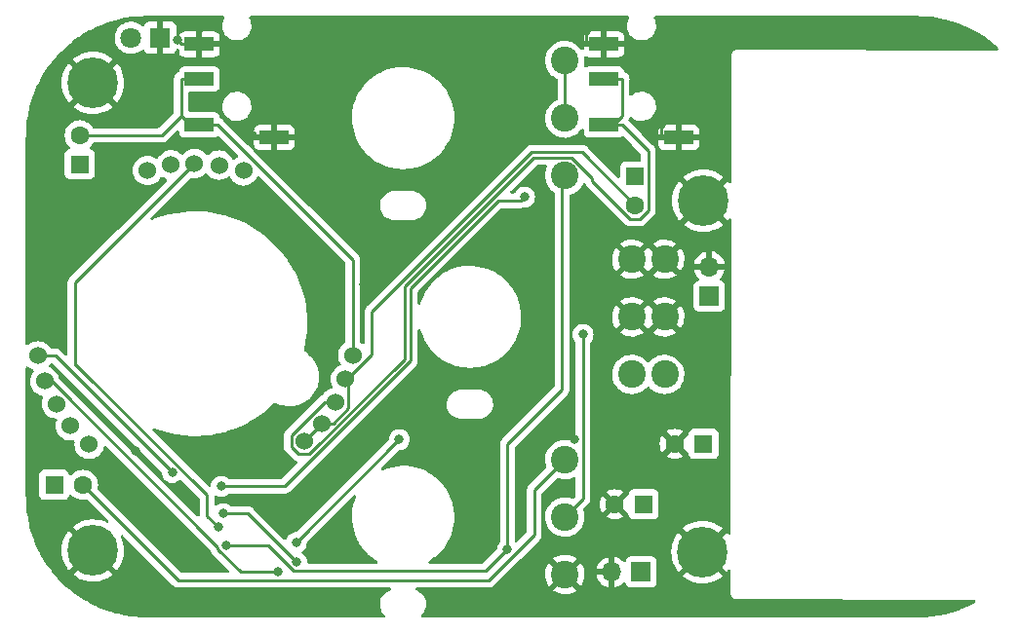
<source format=gbl>
G04 #@! TF.GenerationSoftware,KiCad,Pcbnew,(6.0.5)*
G04 #@! TF.CreationDate,2022-05-30T10:59:04+08:00*
G04 #@! TF.ProjectId,miniaf1,6d696e69-6166-4312-9e6b-696361645f70,rev?*
G04 #@! TF.SameCoordinates,Original*
G04 #@! TF.FileFunction,Copper,L2,Bot*
G04 #@! TF.FilePolarity,Positive*
%FSLAX46Y46*%
G04 Gerber Fmt 4.6, Leading zero omitted, Abs format (unit mm)*
G04 Created by KiCad (PCBNEW (6.0.5)) date 2022-05-30 10:59:04*
%MOMM*%
%LPD*%
G01*
G04 APERTURE LIST*
G04 #@! TA.AperFunction,ComponentPad*
%ADD10C,4.400000*%
G04 #@! TD*
G04 #@! TA.AperFunction,ComponentPad*
%ADD11C,2.400000*%
G04 #@! TD*
G04 #@! TA.AperFunction,ComponentPad*
%ADD12R,1.800000X1.800000*%
G04 #@! TD*
G04 #@! TA.AperFunction,ComponentPad*
%ADD13C,1.800000*%
G04 #@! TD*
G04 #@! TA.AperFunction,ComponentPad*
%ADD14C,1.524000*%
G04 #@! TD*
G04 #@! TA.AperFunction,ComponentPad*
%ADD15R,1.700000X1.700000*%
G04 #@! TD*
G04 #@! TA.AperFunction,ComponentPad*
%ADD16O,1.700000X1.700000*%
G04 #@! TD*
G04 #@! TA.AperFunction,SMDPad,CuDef*
%ADD17R,2.500000X1.200000*%
G04 #@! TD*
G04 #@! TA.AperFunction,ComponentPad*
%ADD18R,1.600000X1.600000*%
G04 #@! TD*
G04 #@! TA.AperFunction,ComponentPad*
%ADD19C,1.600000*%
G04 #@! TD*
G04 #@! TA.AperFunction,ViaPad*
%ADD20C,0.800000*%
G04 #@! TD*
G04 #@! TA.AperFunction,Conductor*
%ADD21C,0.250000*%
G04 #@! TD*
G04 APERTURE END LIST*
D10*
X86230000Y-62730000D03*
X139230000Y-72980000D03*
D11*
X127207700Y-105457000D03*
X127207700Y-100457000D03*
X127207700Y-95457000D03*
D12*
X92075000Y-58801000D03*
D13*
X89535000Y-58801000D03*
D14*
X90974679Y-70332055D03*
X93006730Y-69851670D03*
X97174421Y-69870323D03*
X99310062Y-70369361D03*
X108783267Y-86377434D03*
X108147626Y-88476472D03*
X106093332Y-92318330D03*
X104574679Y-93887945D03*
X85908465Y-94157114D03*
X84288849Y-92551858D03*
X82038849Y-88654744D03*
X81458465Y-86449488D03*
X95052886Y-69725717D03*
X107276091Y-90496929D03*
X83059247Y-90622124D03*
D11*
X133020700Y-88058000D03*
X133020700Y-83058000D03*
X133020700Y-78058000D03*
X135870700Y-88058000D03*
X135870700Y-83058000D03*
X135870700Y-78058000D03*
D10*
X86230000Y-103380000D03*
X139160000Y-103510000D03*
D11*
X127206700Y-70786000D03*
X127206700Y-65786000D03*
X127206700Y-60786000D03*
D15*
X133830000Y-105250000D03*
D16*
X131290000Y-105250000D03*
D17*
X95479000Y-62366500D03*
X95479000Y-59366500D03*
X101979000Y-67466500D03*
X95479000Y-66366500D03*
D18*
X134040000Y-99360000D03*
D19*
X131540000Y-99360000D03*
D17*
X130608000Y-62366500D03*
X130608000Y-59366500D03*
X137108000Y-67466500D03*
X130608000Y-66366500D03*
D18*
X139240000Y-94110000D03*
D19*
X136740000Y-94110000D03*
D18*
X133310000Y-70857600D03*
D19*
X133310000Y-73357600D03*
D15*
X139750000Y-81255000D03*
D16*
X139750000Y-78715000D03*
D18*
X82868900Y-97663000D03*
D19*
X85368900Y-97663000D03*
D18*
X85090000Y-69785100D03*
D19*
X85090000Y-67285100D03*
D20*
X124714000Y-86106000D03*
X81280000Y-81026000D03*
X107442000Y-73660000D03*
X85852000Y-76200000D03*
X86614000Y-72136000D03*
X107442000Y-102616000D03*
X89916000Y-94742000D03*
X89408000Y-97282000D03*
X96012000Y-95250000D03*
X102108000Y-100584000D03*
X118618000Y-101854000D03*
X104394000Y-107950000D03*
X123190000Y-77470000D03*
X125222000Y-74676000D03*
X123698000Y-72644000D03*
X112522000Y-90678000D03*
X128016000Y-93726000D03*
X129794000Y-93726000D03*
X116078000Y-87376000D03*
X105918000Y-78486000D03*
X109728000Y-80264000D03*
X128778000Y-84582000D03*
X97385900Y-97785500D03*
X102304900Y-105240000D03*
X93119900Y-96579400D03*
X112835700Y-93721700D03*
X103893300Y-102674000D03*
X122221100Y-103261800D03*
X97796100Y-102944400D03*
X97543200Y-100160000D03*
X103917700Y-104384100D03*
X97125500Y-101359800D03*
X129032700Y-58221400D03*
X100104000Y-67315400D03*
X93602000Y-59010900D03*
X135532700Y-66329500D03*
D21*
X90800000Y-107950000D02*
X86230000Y-103380000D01*
X104394000Y-107950000D02*
X90800000Y-107950000D01*
X128778000Y-98886700D02*
X128778000Y-84582000D01*
X127207700Y-100457000D02*
X128778000Y-98886700D01*
X123375800Y-72966200D02*
X123698000Y-72644000D01*
X121413800Y-72966200D02*
X123375800Y-72966200D01*
X113800000Y-80580000D02*
X121413800Y-72966200D01*
X113800000Y-86878700D02*
X113800000Y-80580000D01*
X102893200Y-97785500D02*
X113800000Y-86878700D01*
X132183300Y-66366500D02*
X131395700Y-66366500D01*
X134443400Y-68626600D02*
X132183300Y-66366500D01*
X134443400Y-73835900D02*
X134443400Y-68626600D01*
X133741600Y-74537700D02*
X134443400Y-73835900D01*
X132876800Y-74537700D02*
X133741600Y-74537700D01*
X129585500Y-71002400D02*
X129585500Y-71246400D01*
X127800800Y-69217700D02*
X129585500Y-71002400D01*
X124498018Y-69217700D02*
X127800800Y-69217700D01*
X113294600Y-80421118D02*
X124498018Y-69217700D01*
X113294600Y-86744600D02*
X105037000Y-95002200D01*
X113294600Y-86744600D02*
X113294600Y-80421118D01*
X129585500Y-71246400D02*
X132876800Y-74537700D01*
X124344100Y-68735900D02*
X128688300Y-68735900D01*
X128688300Y-68735900D02*
X133310000Y-73357600D01*
X110446700Y-82633300D02*
X124344100Y-68735900D01*
X110446700Y-86305000D02*
X110446700Y-82633300D01*
X108211400Y-88540300D02*
X110446700Y-86305000D01*
X84795114Y-87230000D02*
X96131800Y-98566686D01*
X84680000Y-87230000D02*
X84795114Y-87230000D01*
X96131800Y-99851800D02*
X96131800Y-100366100D01*
X96131800Y-98566686D02*
X96131800Y-99851800D01*
X84680000Y-80098603D02*
X84680000Y-87230000D01*
X95052886Y-69725717D02*
X84680000Y-80098603D01*
X127206700Y-60786000D02*
X127206700Y-65786000D01*
X97385900Y-97785500D02*
X102893200Y-97785500D01*
X130608000Y-66366500D02*
X131395700Y-66366500D01*
X132183300Y-65578900D02*
X132183300Y-62366500D01*
X131395700Y-66366500D02*
X132183300Y-65578900D01*
X130608000Y-62366500D02*
X132183300Y-62366500D01*
X106341100Y-90496900D02*
X107276100Y-90496900D01*
X103441200Y-93396800D02*
X106341100Y-90496900D01*
X103441200Y-94339700D02*
X103441200Y-93396800D01*
X104103700Y-95002200D02*
X103441200Y-94339700D01*
X105037000Y-95002200D02*
X104103700Y-95002200D01*
X82647900Y-88654700D02*
X82038800Y-88654700D01*
X97070800Y-103077600D02*
X82647900Y-88654700D01*
X97070800Y-103244800D02*
X97070800Y-103077600D01*
X99066000Y-105240000D02*
X97070800Y-103244800D01*
X102304900Y-105240000D02*
X99066000Y-105240000D01*
X106093300Y-92369300D02*
X104574700Y-93887900D01*
X106093300Y-92318300D02*
X106093300Y-92369300D01*
X108402900Y-88731800D02*
X108211400Y-88540300D01*
X108402900Y-90999400D02*
X108402900Y-88731800D01*
X107084000Y-92318300D02*
X108402900Y-90999400D01*
X106093300Y-92318300D02*
X107084000Y-92318300D01*
X108211400Y-88540300D02*
X108147600Y-88476500D01*
X124557700Y-98107000D02*
X127207700Y-95457000D01*
X124557700Y-102015600D02*
X124557700Y-98107000D01*
X120598000Y-105975300D02*
X124557700Y-102015600D01*
X93681200Y-105975300D02*
X120598000Y-105975300D01*
X85368900Y-97663000D02*
X93681200Y-105975300D01*
X82990000Y-86449500D02*
X81458500Y-86449500D01*
X93119900Y-96579400D02*
X82990000Y-86449500D01*
X103893300Y-102664100D02*
X103893300Y-102674000D01*
X112835700Y-93721700D02*
X103893300Y-102664100D01*
X101413300Y-102944400D02*
X97796100Y-102944400D01*
X103611300Y-105142400D02*
X101413300Y-102944400D01*
X120340500Y-105142400D02*
X103611300Y-105142400D01*
X122221100Y-103261800D02*
X120340500Y-105142400D01*
X122221100Y-94124400D02*
X122221100Y-103261800D01*
X126955100Y-89390400D02*
X122221100Y-94124400D01*
X126955100Y-71037600D02*
X126955100Y-89390400D01*
X127206700Y-70786000D02*
X126955100Y-71037600D01*
X99693600Y-100160000D02*
X97543200Y-100160000D01*
X103917700Y-104384100D02*
X99693600Y-100160000D01*
X96131800Y-100366100D02*
X97125500Y-101359800D01*
X108783300Y-78095500D02*
X108783300Y-86377400D01*
X97054300Y-66366500D02*
X108783300Y-78095500D01*
X95479000Y-66366500D02*
X97054300Y-66366500D01*
X95479000Y-66366500D02*
X94691400Y-66366500D01*
X95479000Y-62366500D02*
X93903700Y-62366500D01*
X92197400Y-67285100D02*
X93903700Y-65578800D01*
X85090000Y-67285100D02*
X92197400Y-67285100D01*
X94691400Y-66366500D02*
X93903700Y-65578800D01*
X93903700Y-65578800D02*
X93903700Y-62366500D01*
X130608000Y-59366500D02*
X129032700Y-59366500D01*
X129032700Y-59366500D02*
X129032700Y-58221400D01*
X100252600Y-67315400D02*
X100403700Y-67466500D01*
X100104000Y-67315400D02*
X100252600Y-67315400D01*
X101979000Y-67466500D02*
X100403700Y-67466500D01*
X93903700Y-59312600D02*
X93903700Y-59366500D01*
X93602000Y-59010900D02*
X93903700Y-59312600D01*
X95479000Y-59366500D02*
X93903700Y-59366500D01*
X137108000Y-67466500D02*
X135532700Y-67466500D01*
X135532700Y-67466500D02*
X135532700Y-66329500D01*
G04 #@! TA.AperFunction,Conductor*
G36*
X97620854Y-56928502D02*
G01*
X97667347Y-56982158D01*
X97677451Y-57052432D01*
X97657315Y-57104776D01*
X97624836Y-57153109D01*
X97624833Y-57153115D01*
X97621710Y-57157762D01*
X97531412Y-57363467D01*
X97530103Y-57368918D01*
X97530102Y-57368922D01*
X97490779Y-57532715D01*
X97478968Y-57581911D01*
X97478645Y-57587516D01*
X97467286Y-57784533D01*
X97466037Y-57806190D01*
X97493025Y-58029215D01*
X97559082Y-58243935D01*
X97561652Y-58248915D01*
X97561654Y-58248919D01*
X97651834Y-58423639D01*
X97662118Y-58443564D01*
X97798877Y-58621792D01*
X97965036Y-58772985D01*
X97969783Y-58775963D01*
X97969786Y-58775965D01*
X98098229Y-58856536D01*
X98155344Y-58892364D01*
X98363783Y-58976156D01*
X98583767Y-59021713D01*
X98588378Y-59021979D01*
X98588379Y-59021979D01*
X98638952Y-59024895D01*
X98638956Y-59024895D01*
X98640775Y-59025000D01*
X98785999Y-59025000D01*
X98788786Y-59024751D01*
X98788792Y-59024751D01*
X98858929Y-59018491D01*
X98952762Y-59010117D01*
X98958176Y-59008636D01*
X98958181Y-59008635D01*
X99085912Y-58973691D01*
X99169451Y-58950837D01*
X99174509Y-58948425D01*
X99174513Y-58948423D01*
X99292042Y-58892364D01*
X99372218Y-58854122D01*
X99554654Y-58723029D01*
X99657067Y-58617347D01*
X99707089Y-58565729D01*
X99707091Y-58565726D01*
X99710992Y-58561701D01*
X99836290Y-58375238D01*
X99926588Y-58169533D01*
X99935328Y-58133131D01*
X99977722Y-57956546D01*
X99977722Y-57956545D01*
X99979032Y-57951089D01*
X99987821Y-57798648D01*
X99991640Y-57732417D01*
X99991640Y-57732414D01*
X99991963Y-57726810D01*
X99964975Y-57503785D01*
X99898918Y-57289065D01*
X99833798Y-57162896D01*
X99797355Y-57092290D01*
X99783886Y-57022583D01*
X99810241Y-56956659D01*
X99868054Y-56915450D01*
X99909321Y-56908500D01*
X132681733Y-56908500D01*
X132749854Y-56928502D01*
X132796347Y-56982158D01*
X132806451Y-57052432D01*
X132786315Y-57104776D01*
X132753836Y-57153109D01*
X132753833Y-57153115D01*
X132750710Y-57157762D01*
X132660412Y-57363467D01*
X132659103Y-57368918D01*
X132659102Y-57368922D01*
X132619779Y-57532715D01*
X132607968Y-57581911D01*
X132607645Y-57587516D01*
X132596286Y-57784533D01*
X132595037Y-57806190D01*
X132622025Y-58029215D01*
X132688082Y-58243935D01*
X132690652Y-58248915D01*
X132690654Y-58248919D01*
X132780834Y-58423639D01*
X132791118Y-58443564D01*
X132927877Y-58621792D01*
X133094036Y-58772985D01*
X133098783Y-58775963D01*
X133098786Y-58775965D01*
X133227229Y-58856536D01*
X133284344Y-58892364D01*
X133492783Y-58976156D01*
X133712767Y-59021713D01*
X133717378Y-59021979D01*
X133717379Y-59021979D01*
X133767952Y-59024895D01*
X133767956Y-59024895D01*
X133769775Y-59025000D01*
X133914999Y-59025000D01*
X133917786Y-59024751D01*
X133917792Y-59024751D01*
X133987929Y-59018491D01*
X134081762Y-59010117D01*
X134087176Y-59008636D01*
X134087181Y-59008635D01*
X134214912Y-58973691D01*
X134298451Y-58950837D01*
X134303509Y-58948425D01*
X134303513Y-58948423D01*
X134421042Y-58892364D01*
X134501218Y-58854122D01*
X134683654Y-58723029D01*
X134786067Y-58617347D01*
X134836089Y-58565729D01*
X134836091Y-58565726D01*
X134839992Y-58561701D01*
X134965290Y-58375238D01*
X135055588Y-58169533D01*
X135064328Y-58133131D01*
X135106722Y-57956546D01*
X135106722Y-57956545D01*
X135108032Y-57951089D01*
X135116821Y-57798648D01*
X135120640Y-57732417D01*
X135120640Y-57732414D01*
X135120963Y-57726810D01*
X135093975Y-57503785D01*
X135027918Y-57289065D01*
X134962798Y-57162896D01*
X134926355Y-57092290D01*
X134912886Y-57022583D01*
X134939241Y-56956659D01*
X134997054Y-56915450D01*
X135038321Y-56908500D01*
X157750561Y-56908500D01*
X157769976Y-56910005D01*
X157784736Y-56912307D01*
X157784737Y-56912307D01*
X157793605Y-56913690D01*
X157817144Y-56910618D01*
X157837204Y-56909615D01*
X158081774Y-56916916D01*
X158406812Y-56926619D01*
X158414227Y-56927060D01*
X158885252Y-56969124D01*
X159015324Y-56980740D01*
X159022733Y-56981624D01*
X159619553Y-57070783D01*
X159626896Y-57072103D01*
X159722775Y-57092290D01*
X160217422Y-57196437D01*
X160224658Y-57198186D01*
X160504985Y-57274787D01*
X160806786Y-57357256D01*
X160813923Y-57359435D01*
X161385596Y-57552676D01*
X161392569Y-57555265D01*
X161912815Y-57766196D01*
X161951841Y-57782019D01*
X161958670Y-57785027D01*
X162503489Y-58044464D01*
X162510127Y-58047869D01*
X163038676Y-58339121D01*
X163045080Y-58342902D01*
X163169764Y-58421571D01*
X163555449Y-58664920D01*
X163561632Y-58669081D01*
X164052073Y-59020762D01*
X164057959Y-59025253D01*
X164526708Y-59405335D01*
X164532358Y-59410201D01*
X164739174Y-59599247D01*
X164814280Y-59667900D01*
X164851065Y-59728624D01*
X164849180Y-59799595D01*
X164809225Y-59858282D01*
X164743884Y-59886050D01*
X164728875Y-59886900D01*
X142211236Y-59816532D01*
X142210591Y-59816529D01*
X142140339Y-59815950D01*
X142131367Y-59815876D01*
X142107758Y-59822569D01*
X142103217Y-59823856D01*
X142086326Y-59827415D01*
X142066245Y-59830227D01*
X142066244Y-59830227D01*
X142057355Y-59831472D01*
X142034484Y-59841785D01*
X142033669Y-59842152D01*
X142016243Y-59848512D01*
X141991232Y-59855603D01*
X141966450Y-59871166D01*
X141951242Y-59879319D01*
X141932756Y-59887654D01*
X141932751Y-59887657D01*
X141924572Y-59891345D01*
X141917757Y-59897180D01*
X141917751Y-59897184D01*
X141904827Y-59908250D01*
X141889896Y-59919239D01*
X141867879Y-59933065D01*
X141861923Y-59939780D01*
X141861917Y-59939785D01*
X141848462Y-59954954D01*
X141836152Y-59967051D01*
X141820749Y-59980240D01*
X141813930Y-59986079D01*
X141809025Y-59993595D01*
X141809024Y-59993596D01*
X141799727Y-60007842D01*
X141788473Y-60022588D01*
X141777183Y-60035317D01*
X141777181Y-60035320D01*
X141771226Y-60042034D01*
X141758735Y-60068492D01*
X141750317Y-60083553D01*
X141734324Y-60108059D01*
X141731726Y-60116649D01*
X141726801Y-60132932D01*
X141720137Y-60150245D01*
X141712875Y-60165628D01*
X141712874Y-60165632D01*
X141709041Y-60173750D01*
X141707641Y-60182615D01*
X141707641Y-60182616D01*
X141704479Y-60202644D01*
X141700625Y-60219470D01*
X141695006Y-60238050D01*
X141692154Y-60247479D01*
X141692071Y-60256451D01*
X141692071Y-60256452D01*
X141691835Y-60281995D01*
X141691790Y-60283004D01*
X141691586Y-60284299D01*
X141691579Y-60287777D01*
X141691518Y-60315969D01*
X141691513Y-60316861D01*
X141691348Y-60334785D01*
X141690809Y-60393130D01*
X141691245Y-60394674D01*
X141691346Y-60396217D01*
X141679920Y-65741151D01*
X141668010Y-71312191D01*
X141667958Y-71336386D01*
X141647810Y-71404464D01*
X141594055Y-71450842D01*
X141523760Y-71460796D01*
X141459242Y-71431165D01*
X141442601Y-71413604D01*
X141327991Y-71266647D01*
X141316199Y-71258178D01*
X141304486Y-71264725D01*
X139602020Y-72967190D01*
X139594408Y-72981131D01*
X139594539Y-72982966D01*
X139598790Y-72989580D01*
X141303285Y-74694074D01*
X141316408Y-74701240D01*
X141326709Y-74693851D01*
X141430751Y-74566055D01*
X141432579Y-74563511D01*
X141488574Y-74519864D01*
X141559278Y-74513420D01*
X141622241Y-74546223D01*
X141657475Y-74607860D01*
X141660900Y-74637308D01*
X141602674Y-101872434D01*
X141582526Y-101940512D01*
X141528771Y-101986890D01*
X141458476Y-101996844D01*
X141393958Y-101967213D01*
X141377317Y-101949652D01*
X141257991Y-101796647D01*
X141246199Y-101788178D01*
X141234486Y-101794725D01*
X139532020Y-103497190D01*
X139524408Y-103511131D01*
X139524539Y-103512966D01*
X139528790Y-103519580D01*
X141233285Y-105224074D01*
X141246408Y-105231240D01*
X141256709Y-105223851D01*
X141360751Y-105096055D01*
X141367324Y-105086908D01*
X141423320Y-105043261D01*
X141494023Y-105036817D01*
X141556987Y-105069621D01*
X141592220Y-105131258D01*
X141595644Y-105160701D01*
X141591553Y-107074628D01*
X141591518Y-107090892D01*
X141591513Y-107091755D01*
X141590815Y-107168179D01*
X141598129Y-107194065D01*
X141598932Y-107196908D01*
X141602444Y-107213570D01*
X141606613Y-107243133D01*
X141610313Y-107251316D01*
X141610313Y-107251317D01*
X141617072Y-107266267D01*
X141623516Y-107283921D01*
X141627977Y-107299713D01*
X141627979Y-107299718D01*
X141630418Y-107308350D01*
X141635184Y-107315954D01*
X141646270Y-107333643D01*
X141654316Y-107348648D01*
X141662918Y-107367674D01*
X141666617Y-107375856D01*
X141672458Y-107382665D01*
X141672463Y-107382672D01*
X141683158Y-107395138D01*
X141694288Y-107410261D01*
X141707770Y-107431772D01*
X141714480Y-107437734D01*
X141714484Y-107437739D01*
X141730086Y-107451602D01*
X141742024Y-107463749D01*
X141761460Y-107486404D01*
X141768976Y-107491298D01*
X141768980Y-107491302D01*
X141782737Y-107500260D01*
X141797673Y-107511657D01*
X141816652Y-107528522D01*
X141824764Y-107532361D01*
X141824768Y-107532363D01*
X141843633Y-107541289D01*
X141858501Y-107549598D01*
X141875993Y-107560990D01*
X141875996Y-107560991D01*
X141883518Y-107565890D01*
X141907836Y-107573220D01*
X141925358Y-107579963D01*
X141940194Y-107586983D01*
X141940199Y-107586985D01*
X141948313Y-107590824D01*
X141977798Y-107595506D01*
X141994391Y-107599306D01*
X142022980Y-107607923D01*
X142031952Y-107607997D01*
X142034391Y-107608017D01*
X142057336Y-107608206D01*
X142057931Y-107608233D01*
X142058846Y-107608378D01*
X142061377Y-107608386D01*
X142061385Y-107608386D01*
X142088905Y-107608469D01*
X142089563Y-107608472D01*
X142165202Y-107609096D01*
X142165206Y-107609096D01*
X142168633Y-107609124D01*
X142169794Y-107608795D01*
X142170967Y-107608718D01*
X160581407Y-107664469D01*
X162749579Y-107671035D01*
X162817638Y-107691243D01*
X162863969Y-107745039D01*
X162873860Y-107815343D01*
X162844171Y-107879834D01*
X162808727Y-107908084D01*
X162461206Y-108094379D01*
X162454682Y-108097637D01*
X162296651Y-108170918D01*
X161913773Y-108348463D01*
X161907100Y-108351326D01*
X161503098Y-108510964D01*
X161352590Y-108570436D01*
X161345733Y-108572919D01*
X160779481Y-108759578D01*
X160772492Y-108761660D01*
X160716929Y-108776473D01*
X160196378Y-108915250D01*
X160189298Y-108916920D01*
X159605245Y-109036926D01*
X159598080Y-109038182D01*
X159071112Y-109115005D01*
X159008100Y-109124191D01*
X159000858Y-109125034D01*
X158406869Y-109176768D01*
X158399593Y-109177190D01*
X157979625Y-109189368D01*
X157844890Y-109193275D01*
X157821858Y-109191829D01*
X157815124Y-109190781D01*
X157806253Y-109189400D01*
X157797354Y-109190564D01*
X157797347Y-109190564D01*
X157774716Y-109193525D01*
X157758371Y-109194590D01*
X114857368Y-109192607D01*
X114789249Y-109172602D01*
X114742759Y-109118944D01*
X114732658Y-109048670D01*
X114766891Y-108978922D01*
X114885789Y-108856229D01*
X114885791Y-108856226D01*
X114889692Y-108852201D01*
X115014990Y-108665738D01*
X115105288Y-108460033D01*
X115108091Y-108448360D01*
X115156422Y-108247046D01*
X115156422Y-108247045D01*
X115157732Y-108241589D01*
X115166410Y-108091083D01*
X115170340Y-108022917D01*
X115170340Y-108022914D01*
X115170663Y-108017310D01*
X115143675Y-107794285D01*
X115077618Y-107579565D01*
X115074343Y-107573218D01*
X114977154Y-107384919D01*
X114977154Y-107384918D01*
X114974582Y-107379936D01*
X114837823Y-107201708D01*
X114671664Y-107050515D01*
X114666917Y-107047537D01*
X114666914Y-107047535D01*
X114486105Y-106934115D01*
X114481356Y-106931136D01*
X114283770Y-106851707D01*
X114256703Y-106830359D01*
X126199086Y-106830359D01*
X126207799Y-106841879D01*
X126296286Y-106906760D01*
X126304205Y-106911708D01*
X126520577Y-107025547D01*
X126529151Y-107029275D01*
X126759982Y-107109885D01*
X126768991Y-107112299D01*
X127009218Y-107157908D01*
X127018475Y-107158962D01*
X127262807Y-107168563D01*
X127272120Y-107168237D01*
X127515178Y-107141618D01*
X127524355Y-107139917D01*
X127760807Y-107077665D01*
X127769626Y-107074628D01*
X127994284Y-106978107D01*
X128002556Y-106973800D01*
X128210477Y-106845135D01*
X128212320Y-106843796D01*
X128219738Y-106832541D01*
X128213674Y-106822184D01*
X127220512Y-105829022D01*
X127206568Y-105821408D01*
X127204735Y-105821539D01*
X127198120Y-105825790D01*
X126205744Y-106818166D01*
X126199086Y-106830359D01*
X114256703Y-106830359D01*
X114228025Y-106807741D01*
X114204900Y-106740616D01*
X114221737Y-106671644D01*
X114273189Y-106622724D01*
X114330766Y-106608800D01*
X120519233Y-106608800D01*
X120530416Y-106609327D01*
X120537909Y-106611002D01*
X120545835Y-106610753D01*
X120545836Y-106610753D01*
X120605986Y-106608862D01*
X120609945Y-106608800D01*
X120637856Y-106608800D01*
X120641791Y-106608303D01*
X120641856Y-106608295D01*
X120653693Y-106607362D01*
X120685951Y-106606348D01*
X120689970Y-106606222D01*
X120697889Y-106605973D01*
X120717343Y-106600321D01*
X120736700Y-106596313D01*
X120748930Y-106594768D01*
X120748931Y-106594768D01*
X120756797Y-106593774D01*
X120764168Y-106590855D01*
X120764170Y-106590855D01*
X120797912Y-106577496D01*
X120809142Y-106573651D01*
X120843983Y-106563529D01*
X120843984Y-106563529D01*
X120851593Y-106561318D01*
X120858412Y-106557285D01*
X120858417Y-106557283D01*
X120869028Y-106551007D01*
X120886776Y-106542312D01*
X120905617Y-106534852D01*
X120925797Y-106520191D01*
X120941387Y-106508864D01*
X120951307Y-106502348D01*
X120982535Y-106483880D01*
X120982538Y-106483878D01*
X120989362Y-106479842D01*
X121003683Y-106465521D01*
X121018717Y-106452680D01*
X121020432Y-106451434D01*
X121035107Y-106440772D01*
X121063298Y-106406695D01*
X121071288Y-106397916D01*
X122052369Y-105416835D01*
X125495722Y-105416835D01*
X125507454Y-105661064D01*
X125508591Y-105670324D01*
X125556293Y-105910143D01*
X125558782Y-105919118D01*
X125641408Y-106149250D01*
X125645205Y-106157778D01*
X125760934Y-106373160D01*
X125765945Y-106381027D01*
X125822873Y-106457263D01*
X125834131Y-106465712D01*
X125846550Y-106458940D01*
X126835678Y-105469812D01*
X126842056Y-105458132D01*
X127572108Y-105458132D01*
X127572239Y-105459965D01*
X127576490Y-105466580D01*
X128571432Y-106461522D01*
X128583812Y-106468282D01*
X128592153Y-106462038D01*
X128710400Y-106278202D01*
X128714847Y-106270011D01*
X128815272Y-106047076D01*
X128818467Y-106038298D01*
X128884835Y-105802973D01*
X128886693Y-105793844D01*
X128917744Y-105549770D01*
X128918225Y-105543483D01*
X128918893Y-105517966D01*
X129958257Y-105517966D01*
X129988565Y-105652446D01*
X129991645Y-105662275D01*
X130071770Y-105859603D01*
X130076413Y-105868794D01*
X130187694Y-106050388D01*
X130193777Y-106058699D01*
X130333213Y-106219667D01*
X130340580Y-106226883D01*
X130504434Y-106362916D01*
X130512881Y-106368831D01*
X130696756Y-106476279D01*
X130706042Y-106480729D01*
X130905001Y-106556703D01*
X130914899Y-106559579D01*
X131018250Y-106580606D01*
X131032299Y-106579410D01*
X131036000Y-106569065D01*
X131036000Y-106568517D01*
X131544000Y-106568517D01*
X131548064Y-106582359D01*
X131561478Y-106584393D01*
X131568184Y-106583534D01*
X131578262Y-106581392D01*
X131782255Y-106520191D01*
X131791842Y-106516433D01*
X131983095Y-106422739D01*
X131991945Y-106417464D01*
X132165328Y-106293792D01*
X132173193Y-106287145D01*
X132277897Y-106182805D01*
X132340268Y-106148889D01*
X132411075Y-106154077D01*
X132467837Y-106196723D01*
X132484819Y-106227826D01*
X132529385Y-106346705D01*
X132616739Y-106463261D01*
X132733295Y-106550615D01*
X132869684Y-106601745D01*
X132931866Y-106608500D01*
X134728134Y-106608500D01*
X134790316Y-106601745D01*
X134926705Y-106550615D01*
X135043261Y-106463261D01*
X135130615Y-106346705D01*
X135181745Y-106210316D01*
X135188500Y-106148134D01*
X135188500Y-105596423D01*
X137438703Y-105596423D01*
X137446227Y-105606854D01*
X137585483Y-105719020D01*
X137591657Y-105723408D01*
X137862271Y-105892178D01*
X137868931Y-105895794D01*
X138157852Y-106030827D01*
X138164905Y-106033620D01*
X138467970Y-106132970D01*
X138475282Y-106134888D01*
X138788092Y-106197109D01*
X138795590Y-106198137D01*
X139113610Y-106222328D01*
X139121173Y-106222446D01*
X139439785Y-106208257D01*
X139447326Y-106207465D01*
X139761924Y-106155101D01*
X139769302Y-106153411D01*
X140075355Y-106063625D01*
X140082450Y-106061071D01*
X140375496Y-105935169D01*
X140382263Y-105931765D01*
X140658042Y-105771580D01*
X140664349Y-105767390D01*
X140874305Y-105608889D01*
X140882761Y-105597496D01*
X140876045Y-105585256D01*
X139172810Y-103882020D01*
X139158869Y-103874408D01*
X139157034Y-103874539D01*
X139150420Y-103878790D01*
X137445818Y-105583393D01*
X137438703Y-105596423D01*
X135188500Y-105596423D01*
X135188500Y-104351866D01*
X135181745Y-104289684D01*
X135130615Y-104153295D01*
X135043261Y-104036739D01*
X134926705Y-103949385D01*
X134790316Y-103898255D01*
X134728134Y-103891500D01*
X132931866Y-103891500D01*
X132869684Y-103898255D01*
X132733295Y-103949385D01*
X132616739Y-104036739D01*
X132529385Y-104153295D01*
X132526233Y-104161703D01*
X132526232Y-104161705D01*
X132484722Y-104272433D01*
X132442081Y-104329198D01*
X132375519Y-104353898D01*
X132306170Y-104338691D01*
X132273546Y-104313004D01*
X132222799Y-104257234D01*
X132215273Y-104250215D01*
X132048139Y-104118222D01*
X132039552Y-104112517D01*
X131853117Y-104009599D01*
X131843705Y-104005369D01*
X131642959Y-103934280D01*
X131632988Y-103931646D01*
X131561837Y-103918972D01*
X131548540Y-103920432D01*
X131544000Y-103934989D01*
X131544000Y-106568517D01*
X131036000Y-106568517D01*
X131036000Y-105522115D01*
X131031525Y-105506876D01*
X131030135Y-105505671D01*
X131022452Y-105504000D01*
X129973225Y-105504000D01*
X129959694Y-105507973D01*
X129958257Y-105517966D01*
X128918893Y-105517966D01*
X128920406Y-105460160D01*
X128920255Y-105453851D01*
X128902021Y-105208486D01*
X128900644Y-105199280D01*
X128851973Y-104984183D01*
X129954389Y-104984183D01*
X129955912Y-104992607D01*
X129968292Y-104996000D01*
X131017885Y-104996000D01*
X131033124Y-104991525D01*
X131034329Y-104990135D01*
X131036000Y-104982452D01*
X131036000Y-103933102D01*
X131032082Y-103919758D01*
X131017806Y-103917771D01*
X130979324Y-103923660D01*
X130969288Y-103926051D01*
X130766868Y-103992212D01*
X130757359Y-103996209D01*
X130568463Y-104094542D01*
X130559738Y-104100036D01*
X130389433Y-104227905D01*
X130381726Y-104234748D01*
X130234590Y-104388717D01*
X130228104Y-104396727D01*
X130108098Y-104572649D01*
X130103000Y-104581623D01*
X130013338Y-104774783D01*
X130009775Y-104784470D01*
X129954389Y-104984183D01*
X128851973Y-104984183D01*
X128846679Y-104960786D01*
X128843955Y-104951875D01*
X128755333Y-104723983D01*
X128751319Y-104715567D01*
X128629984Y-104503276D01*
X128624774Y-104495553D01*
X128593487Y-104455865D01*
X128581563Y-104447395D01*
X128570028Y-104453882D01*
X127579722Y-105444188D01*
X127572108Y-105458132D01*
X126842056Y-105458132D01*
X126843292Y-105455868D01*
X126843161Y-105454035D01*
X126838910Y-105447420D01*
X125844528Y-104453038D01*
X125831220Y-104445771D01*
X125821181Y-104452893D01*
X125816281Y-104458784D01*
X125810868Y-104466373D01*
X125684022Y-104675409D01*
X125679784Y-104683726D01*
X125585229Y-104909214D01*
X125582272Y-104918052D01*
X125522084Y-105155042D01*
X125520463Y-105164232D01*
X125495967Y-105407510D01*
X125495722Y-105416835D01*
X122052369Y-105416835D01*
X123387287Y-104081917D01*
X126197030Y-104081917D01*
X126201603Y-104091693D01*
X127194888Y-105084978D01*
X127208832Y-105092592D01*
X127210665Y-105092461D01*
X127217280Y-105088210D01*
X128210188Y-104095302D01*
X128216572Y-104083612D01*
X128207160Y-104071502D01*
X128080844Y-103983873D01*
X128072816Y-103979145D01*
X127853510Y-103870995D01*
X127844877Y-103867507D01*
X127611988Y-103792958D01*
X127602938Y-103790785D01*
X127361591Y-103751480D01*
X127352302Y-103750668D01*
X127107814Y-103747467D01*
X127098503Y-103748037D01*
X126856222Y-103781010D01*
X126847103Y-103782948D01*
X126612368Y-103851367D01*
X126603615Y-103854639D01*
X126381569Y-103957004D01*
X126373414Y-103961524D01*
X126206168Y-104071175D01*
X126197030Y-104081917D01*
X123387287Y-104081917D01*
X123983821Y-103485383D01*
X136447388Y-103485383D01*
X136463245Y-103803914D01*
X136464076Y-103811443D01*
X136518085Y-104125759D01*
X136519818Y-104133146D01*
X136611196Y-104438695D01*
X136613799Y-104445808D01*
X136741227Y-104738173D01*
X136744669Y-104744929D01*
X136906296Y-105019865D01*
X136910519Y-105026150D01*
X137061463Y-105223934D01*
X137072989Y-105232396D01*
X137085054Y-105225735D01*
X138787980Y-103522810D01*
X138795592Y-103508869D01*
X138795461Y-103507034D01*
X138791210Y-103500420D01*
X137086445Y-101795656D01*
X137073510Y-101788592D01*
X137062949Y-101796252D01*
X136942766Y-101947072D01*
X136938410Y-101953270D01*
X136771059Y-102224764D01*
X136767479Y-102231440D01*
X136633956Y-102521074D01*
X136631206Y-102528125D01*
X136533444Y-102831708D01*
X136531561Y-102839041D01*
X136470979Y-103152170D01*
X136469992Y-103159670D01*
X136447467Y-103477802D01*
X136447388Y-103485383D01*
X123983821Y-103485383D01*
X124949947Y-102519257D01*
X124958237Y-102511713D01*
X124964718Y-102507600D01*
X125011359Y-102457932D01*
X125014113Y-102455091D01*
X125033834Y-102435370D01*
X125036312Y-102432175D01*
X125044018Y-102423153D01*
X125068858Y-102396701D01*
X125074286Y-102390921D01*
X125084046Y-102373168D01*
X125094899Y-102356645D01*
X125102453Y-102346906D01*
X125107313Y-102340641D01*
X125124876Y-102300057D01*
X125130083Y-102289427D01*
X125151395Y-102250660D01*
X125153366Y-102242983D01*
X125153368Y-102242978D01*
X125156432Y-102231042D01*
X125162838Y-102212330D01*
X125167734Y-102201017D01*
X125170881Y-102193745D01*
X125177797Y-102150081D01*
X125180204Y-102138460D01*
X125189228Y-102103311D01*
X125189228Y-102103310D01*
X125191200Y-102095630D01*
X125191200Y-102075369D01*
X125192751Y-102055658D01*
X125194679Y-102043485D01*
X125195919Y-102035657D01*
X125191759Y-101991646D01*
X125191200Y-101979789D01*
X125191200Y-98421594D01*
X125211202Y-98353473D01*
X125228105Y-98332499D01*
X126474428Y-97086176D01*
X126536740Y-97052150D01*
X126605064Y-97056316D01*
X126759851Y-97110370D01*
X126759857Y-97110372D01*
X126764268Y-97111912D01*
X127013750Y-97159278D01*
X127134232Y-97164011D01*
X127262825Y-97169064D01*
X127262830Y-97169064D01*
X127267493Y-97169247D01*
X127366474Y-97158407D01*
X127515269Y-97142112D01*
X127515275Y-97142111D01*
X127519922Y-97141602D01*
X127565190Y-97129684D01*
X127760973Y-97078138D01*
X127765493Y-97076948D01*
X127968763Y-96989617D01*
X128039247Y-96981105D01*
X128103144Y-97012051D01*
X128140168Y-97072629D01*
X128144500Y-97105385D01*
X128144500Y-98572106D01*
X128124498Y-98640227D01*
X128107595Y-98661201D01*
X127942340Y-98826456D01*
X127880028Y-98860482D01*
X127814832Y-98857363D01*
X127612105Y-98792470D01*
X127612107Y-98792470D01*
X127607660Y-98791047D01*
X127603055Y-98790297D01*
X127361635Y-98750980D01*
X127361634Y-98750980D01*
X127357023Y-98750229D01*
X127230065Y-98748567D01*
X127107783Y-98746966D01*
X127107780Y-98746966D01*
X127103106Y-98746905D01*
X126851487Y-98781149D01*
X126847001Y-98782457D01*
X126846999Y-98782457D01*
X126812646Y-98792470D01*
X126607693Y-98852208D01*
X126603440Y-98854168D01*
X126603439Y-98854169D01*
X126597678Y-98856825D01*
X126377080Y-98958522D01*
X126364561Y-98966730D01*
X126168628Y-99095189D01*
X126168623Y-99095193D01*
X126164715Y-99097755D01*
X126146423Y-99114081D01*
X126029219Y-99218690D01*
X125975262Y-99266848D01*
X125812883Y-99462087D01*
X125681147Y-99679182D01*
X125679338Y-99683496D01*
X125679337Y-99683498D01*
X125587019Y-99903653D01*
X125582946Y-99913365D01*
X125520438Y-100159490D01*
X125494996Y-100412151D01*
X125495220Y-100416817D01*
X125495220Y-100416822D01*
X125497150Y-100457000D01*
X125507180Y-100665798D01*
X125520490Y-100732713D01*
X125549407Y-100878085D01*
X125556721Y-100914857D01*
X125558300Y-100919255D01*
X125558302Y-100919262D01*
X125628349Y-101114357D01*
X125642531Y-101153858D01*
X125644748Y-101157984D01*
X125756715Y-101366365D01*
X125762725Y-101377551D01*
X125765520Y-101381294D01*
X125765522Y-101381297D01*
X125911871Y-101577282D01*
X125911876Y-101577288D01*
X125914663Y-101581020D01*
X125917972Y-101584300D01*
X125917977Y-101584306D01*
X126072090Y-101737079D01*
X126095007Y-101759797D01*
X126098769Y-101762555D01*
X126098772Y-101762558D01*
X126259212Y-101880197D01*
X126299794Y-101909953D01*
X126303929Y-101912129D01*
X126303933Y-101912131D01*
X126408627Y-101967213D01*
X126524527Y-102028191D01*
X126591635Y-102051626D01*
X126734281Y-102101440D01*
X126764268Y-102111912D01*
X127013750Y-102159278D01*
X127134232Y-102164011D01*
X127262825Y-102169064D01*
X127262830Y-102169064D01*
X127267493Y-102169247D01*
X127366474Y-102158407D01*
X127515269Y-102142112D01*
X127515275Y-102142111D01*
X127519922Y-102141602D01*
X127541732Y-102135860D01*
X127760973Y-102078138D01*
X127765493Y-102076948D01*
X127902937Y-102017898D01*
X127994507Y-101978557D01*
X127994510Y-101978555D01*
X127998810Y-101976708D01*
X128002790Y-101974245D01*
X128002794Y-101974243D01*
X128210764Y-101845547D01*
X128210766Y-101845545D01*
X128214747Y-101843082D01*
X128218324Y-101840054D01*
X128404989Y-101682031D01*
X128404991Y-101682029D01*
X128408562Y-101679006D01*
X128575995Y-101488084D01*
X128617587Y-101423423D01*
X137437917Y-101423423D01*
X137444520Y-101435309D01*
X139147190Y-103137980D01*
X139161131Y-103145592D01*
X139162966Y-103145461D01*
X139169580Y-103141210D01*
X140874559Y-101436230D01*
X140881571Y-101423389D01*
X140873777Y-101412701D01*
X140711298Y-101284613D01*
X140705075Y-101280288D01*
X140432702Y-101114357D01*
X140426025Y-101110822D01*
X140135686Y-100978813D01*
X140128616Y-100976099D01*
X139824537Y-100879932D01*
X139817186Y-100878085D01*
X139503746Y-100819142D01*
X139496237Y-100818194D01*
X139177989Y-100797335D01*
X139170424Y-100797295D01*
X138851964Y-100814821D01*
X138844450Y-100815690D01*
X138530405Y-100871348D01*
X138523044Y-100873115D01*
X138217980Y-100966092D01*
X138210860Y-100968740D01*
X137919182Y-101097690D01*
X137912445Y-101101167D01*
X137638355Y-101264233D01*
X137632091Y-101268490D01*
X137446385Y-101411762D01*
X137437917Y-101423423D01*
X128617587Y-101423423D01*
X128710841Y-101278442D01*
X128713369Y-101274512D01*
X128817667Y-101042980D01*
X128886596Y-100798575D01*
X128900957Y-100685690D01*
X128918245Y-100549798D01*
X128918245Y-100549792D01*
X128918643Y-100546667D01*
X128920991Y-100457000D01*
X128920178Y-100446062D01*
X130818493Y-100446062D01*
X130827789Y-100458077D01*
X130878994Y-100493931D01*
X130888489Y-100499414D01*
X131085947Y-100591490D01*
X131096239Y-100595236D01*
X131306688Y-100651625D01*
X131317481Y-100653528D01*
X131534525Y-100672517D01*
X131545475Y-100672517D01*
X131762519Y-100653528D01*
X131773312Y-100651625D01*
X131983761Y-100595236D01*
X131994053Y-100591490D01*
X132191511Y-100499414D01*
X132201006Y-100493931D01*
X132253048Y-100457491D01*
X132261424Y-100447012D01*
X132254356Y-100433566D01*
X131552812Y-99732022D01*
X131538868Y-99724408D01*
X131537035Y-99724539D01*
X131530420Y-99728790D01*
X130824923Y-100434287D01*
X130818493Y-100446062D01*
X128920178Y-100446062D01*
X128917934Y-100415860D01*
X128902518Y-100208411D01*
X128902517Y-100208407D01*
X128902172Y-100203759D01*
X128846128Y-99956082D01*
X128829517Y-99913365D01*
X128808278Y-99858750D01*
X128802231Y-99788011D01*
X128836616Y-99723988D01*
X129170247Y-99390357D01*
X129178537Y-99382813D01*
X129185018Y-99378700D01*
X129197437Y-99365475D01*
X130227483Y-99365475D01*
X130246472Y-99582519D01*
X130248375Y-99593312D01*
X130304764Y-99803761D01*
X130308510Y-99814053D01*
X130400586Y-100011511D01*
X130406069Y-100021006D01*
X130442509Y-100073048D01*
X130452988Y-100081424D01*
X130466434Y-100074356D01*
X131167978Y-99372812D01*
X131174356Y-99361132D01*
X131904408Y-99361132D01*
X131904539Y-99362965D01*
X131908790Y-99369580D01*
X132614287Y-100075077D01*
X132656029Y-100097871D01*
X132666029Y-100100047D01*
X132716227Y-100150253D01*
X132731451Y-100203814D01*
X132731500Y-100204717D01*
X132731500Y-100208134D01*
X132738255Y-100270316D01*
X132789385Y-100406705D01*
X132876739Y-100523261D01*
X132993295Y-100610615D01*
X133129684Y-100661745D01*
X133191866Y-100668500D01*
X134888134Y-100668500D01*
X134950316Y-100661745D01*
X135086705Y-100610615D01*
X135203261Y-100523261D01*
X135290615Y-100406705D01*
X135341745Y-100270316D01*
X135348500Y-100208134D01*
X135348500Y-98511866D01*
X135341745Y-98449684D01*
X135290615Y-98313295D01*
X135203261Y-98196739D01*
X135086705Y-98109385D01*
X134950316Y-98058255D01*
X134888134Y-98051500D01*
X133191866Y-98051500D01*
X133129684Y-98058255D01*
X132993295Y-98109385D01*
X132876739Y-98196739D01*
X132789385Y-98313295D01*
X132738255Y-98449684D01*
X132731500Y-98511866D01*
X132731500Y-98515185D01*
X132707847Y-98582110D01*
X132661844Y-98617804D01*
X132662859Y-98619734D01*
X132652000Y-98625442D01*
X132651755Y-98625632D01*
X132651597Y-98625653D01*
X132613566Y-98645644D01*
X131912022Y-99347188D01*
X131904408Y-99361132D01*
X131174356Y-99361132D01*
X131175592Y-99358868D01*
X131175461Y-99357035D01*
X131171210Y-99350420D01*
X130465713Y-98644923D01*
X130453938Y-98638493D01*
X130441923Y-98647789D01*
X130406069Y-98698994D01*
X130400586Y-98708489D01*
X130308510Y-98905947D01*
X130304764Y-98916239D01*
X130248375Y-99126688D01*
X130246472Y-99137481D01*
X130227483Y-99354525D01*
X130227483Y-99365475D01*
X129197437Y-99365475D01*
X129214610Y-99347188D01*
X129231658Y-99329033D01*
X129234413Y-99326191D01*
X129254135Y-99306469D01*
X129256612Y-99303276D01*
X129264317Y-99294255D01*
X129267180Y-99291206D01*
X129294586Y-99262021D01*
X129298407Y-99255071D01*
X129304346Y-99244268D01*
X129315202Y-99227741D01*
X129322757Y-99218002D01*
X129322758Y-99218000D01*
X129327614Y-99211740D01*
X129345174Y-99171160D01*
X129350391Y-99160512D01*
X129367875Y-99128709D01*
X129367876Y-99128707D01*
X129371695Y-99121760D01*
X129376733Y-99102137D01*
X129383137Y-99083434D01*
X129388033Y-99072120D01*
X129388033Y-99072119D01*
X129391181Y-99064845D01*
X129392420Y-99057022D01*
X129392423Y-99057012D01*
X129398099Y-99021176D01*
X129400505Y-99009556D01*
X129409528Y-98974411D01*
X129409528Y-98974410D01*
X129411500Y-98966730D01*
X129411500Y-98946476D01*
X129413051Y-98926765D01*
X129414980Y-98914586D01*
X129416220Y-98906757D01*
X129412059Y-98862738D01*
X129411500Y-98850881D01*
X129411500Y-98272988D01*
X130818576Y-98272988D01*
X130825644Y-98286434D01*
X131527188Y-98987978D01*
X131541132Y-98995592D01*
X131542965Y-98995461D01*
X131549580Y-98991210D01*
X132255077Y-98285713D01*
X132261507Y-98273938D01*
X132252211Y-98261923D01*
X132201006Y-98226069D01*
X132191511Y-98220586D01*
X131994053Y-98128510D01*
X131983761Y-98124764D01*
X131773312Y-98068375D01*
X131762519Y-98066472D01*
X131545475Y-98047483D01*
X131534525Y-98047483D01*
X131317481Y-98066472D01*
X131306688Y-98068375D01*
X131096239Y-98124764D01*
X131085947Y-98128510D01*
X130888489Y-98220586D01*
X130878994Y-98226069D01*
X130826952Y-98262509D01*
X130818576Y-98272988D01*
X129411500Y-98272988D01*
X129411500Y-95196062D01*
X136018493Y-95196062D01*
X136027789Y-95208077D01*
X136078994Y-95243931D01*
X136088489Y-95249414D01*
X136285947Y-95341490D01*
X136296239Y-95345236D01*
X136506688Y-95401625D01*
X136517481Y-95403528D01*
X136734525Y-95422517D01*
X136745475Y-95422517D01*
X136962519Y-95403528D01*
X136973312Y-95401625D01*
X137183761Y-95345236D01*
X137194053Y-95341490D01*
X137391511Y-95249414D01*
X137401006Y-95243931D01*
X137453048Y-95207491D01*
X137461424Y-95197012D01*
X137454356Y-95183566D01*
X136752812Y-94482022D01*
X136738868Y-94474408D01*
X136737035Y-94474539D01*
X136730420Y-94478790D01*
X136024923Y-95184287D01*
X136018493Y-95196062D01*
X129411500Y-95196062D01*
X129411500Y-94115475D01*
X135427483Y-94115475D01*
X135446472Y-94332519D01*
X135448375Y-94343312D01*
X135504764Y-94553761D01*
X135508510Y-94564053D01*
X135600586Y-94761511D01*
X135606069Y-94771006D01*
X135642509Y-94823048D01*
X135652988Y-94831424D01*
X135666434Y-94824356D01*
X136367978Y-94122812D01*
X136374356Y-94111132D01*
X137104408Y-94111132D01*
X137104539Y-94112965D01*
X137108790Y-94119580D01*
X137814287Y-94825077D01*
X137856029Y-94847871D01*
X137866029Y-94850047D01*
X137916227Y-94900253D01*
X137931451Y-94953814D01*
X137931500Y-94954717D01*
X137931500Y-94958134D01*
X137938255Y-95020316D01*
X137989385Y-95156705D01*
X138076739Y-95273261D01*
X138193295Y-95360615D01*
X138329684Y-95411745D01*
X138391866Y-95418500D01*
X140088134Y-95418500D01*
X140150316Y-95411745D01*
X140286705Y-95360615D01*
X140403261Y-95273261D01*
X140490615Y-95156705D01*
X140541745Y-95020316D01*
X140548500Y-94958134D01*
X140548500Y-93261866D01*
X140541745Y-93199684D01*
X140490615Y-93063295D01*
X140403261Y-92946739D01*
X140286705Y-92859385D01*
X140150316Y-92808255D01*
X140088134Y-92801500D01*
X138391866Y-92801500D01*
X138329684Y-92808255D01*
X138193295Y-92859385D01*
X138076739Y-92946739D01*
X137989385Y-93063295D01*
X137938255Y-93199684D01*
X137931500Y-93261866D01*
X137931500Y-93265185D01*
X137907847Y-93332110D01*
X137861844Y-93367804D01*
X137862859Y-93369734D01*
X137852000Y-93375442D01*
X137851755Y-93375632D01*
X137851597Y-93375653D01*
X137813566Y-93395644D01*
X137112022Y-94097188D01*
X137104408Y-94111132D01*
X136374356Y-94111132D01*
X136375592Y-94108868D01*
X136375461Y-94107035D01*
X136371210Y-94100420D01*
X135665713Y-93394923D01*
X135653938Y-93388493D01*
X135641923Y-93397789D01*
X135606069Y-93448994D01*
X135600586Y-93458489D01*
X135508510Y-93655947D01*
X135504764Y-93666239D01*
X135448375Y-93876688D01*
X135446472Y-93887481D01*
X135427483Y-94104525D01*
X135427483Y-94115475D01*
X129411500Y-94115475D01*
X129411500Y-93022988D01*
X136018576Y-93022988D01*
X136025644Y-93036434D01*
X136727188Y-93737978D01*
X136741132Y-93745592D01*
X136742965Y-93745461D01*
X136749580Y-93741210D01*
X137455077Y-93035713D01*
X137461507Y-93023938D01*
X137452211Y-93011923D01*
X137401006Y-92976069D01*
X137391511Y-92970586D01*
X137194053Y-92878510D01*
X137183761Y-92874764D01*
X136973312Y-92818375D01*
X136962519Y-92816472D01*
X136745475Y-92797483D01*
X136734525Y-92797483D01*
X136517481Y-92816472D01*
X136506688Y-92818375D01*
X136296239Y-92874764D01*
X136285947Y-92878510D01*
X136088489Y-92970586D01*
X136078994Y-92976069D01*
X136026952Y-93012509D01*
X136018576Y-93022988D01*
X129411500Y-93022988D01*
X129411500Y-88013151D01*
X131307996Y-88013151D01*
X131308220Y-88017817D01*
X131308220Y-88017822D01*
X131309299Y-88040276D01*
X131320180Y-88266798D01*
X131321093Y-88271386D01*
X131353296Y-88433281D01*
X131369721Y-88515857D01*
X131371300Y-88520255D01*
X131371302Y-88520262D01*
X131437001Y-88703248D01*
X131455531Y-88754858D01*
X131457748Y-88758984D01*
X131523589Y-88881520D01*
X131575725Y-88978551D01*
X131578520Y-88982294D01*
X131578522Y-88982297D01*
X131724871Y-89178282D01*
X131724876Y-89178288D01*
X131727663Y-89182020D01*
X131730972Y-89185300D01*
X131730977Y-89185306D01*
X131904690Y-89357509D01*
X131908007Y-89360797D01*
X131911769Y-89363555D01*
X131911772Y-89363558D01*
X132059918Y-89472183D01*
X132112794Y-89510953D01*
X132116929Y-89513129D01*
X132116933Y-89513131D01*
X132129898Y-89519952D01*
X132337527Y-89629191D01*
X132452700Y-89669411D01*
X132556052Y-89705503D01*
X132577268Y-89712912D01*
X132826750Y-89760278D01*
X132947232Y-89765011D01*
X133075825Y-89770064D01*
X133075830Y-89770064D01*
X133080493Y-89770247D01*
X133181072Y-89759232D01*
X133328269Y-89743112D01*
X133328275Y-89743111D01*
X133332922Y-89742602D01*
X133345529Y-89739283D01*
X133573973Y-89679138D01*
X133578493Y-89677948D01*
X133746335Y-89605838D01*
X133807507Y-89579557D01*
X133807510Y-89579555D01*
X133811810Y-89577708D01*
X133815790Y-89575245D01*
X133815794Y-89575243D01*
X134023764Y-89446547D01*
X134023766Y-89446545D01*
X134027747Y-89444082D01*
X134058219Y-89418286D01*
X134217989Y-89283031D01*
X134217991Y-89283029D01*
X134221562Y-89280006D01*
X134310771Y-89178282D01*
X134350821Y-89132614D01*
X134410775Y-89094586D01*
X134481770Y-89095008D01*
X134541267Y-89133746D01*
X134546511Y-89140303D01*
X134574866Y-89178276D01*
X134574875Y-89178286D01*
X134577663Y-89182020D01*
X134580972Y-89185300D01*
X134580977Y-89185306D01*
X134754690Y-89357509D01*
X134758007Y-89360797D01*
X134761769Y-89363555D01*
X134761772Y-89363558D01*
X134909918Y-89472183D01*
X134962794Y-89510953D01*
X134966929Y-89513129D01*
X134966933Y-89513131D01*
X134979898Y-89519952D01*
X135187527Y-89629191D01*
X135302700Y-89669411D01*
X135406052Y-89705503D01*
X135427268Y-89712912D01*
X135676750Y-89760278D01*
X135797232Y-89765011D01*
X135925825Y-89770064D01*
X135925830Y-89770064D01*
X135930493Y-89770247D01*
X136031072Y-89759232D01*
X136178269Y-89743112D01*
X136178275Y-89743111D01*
X136182922Y-89742602D01*
X136195529Y-89739283D01*
X136423973Y-89679138D01*
X136428493Y-89677948D01*
X136596335Y-89605838D01*
X136657507Y-89579557D01*
X136657510Y-89579555D01*
X136661810Y-89577708D01*
X136665790Y-89575245D01*
X136665794Y-89575243D01*
X136873764Y-89446547D01*
X136873766Y-89446545D01*
X136877747Y-89444082D01*
X136908219Y-89418286D01*
X137067989Y-89283031D01*
X137067991Y-89283029D01*
X137071562Y-89280006D01*
X137238995Y-89089084D01*
X137376369Y-88875512D01*
X137480667Y-88643980D01*
X137549596Y-88399575D01*
X137581643Y-88147667D01*
X137583991Y-88058000D01*
X137583757Y-88054851D01*
X137565518Y-87809411D01*
X137565517Y-87809407D01*
X137565172Y-87804759D01*
X137555002Y-87759811D01*
X137523262Y-87619543D01*
X137509128Y-87557082D01*
X137507435Y-87552728D01*
X137418784Y-87324762D01*
X137418783Y-87324760D01*
X137417091Y-87320409D01*
X137406618Y-87302085D01*
X137293402Y-87103997D01*
X137293400Y-87103995D01*
X137291083Y-87099940D01*
X137133871Y-86900517D01*
X137041507Y-86813630D01*
X136952310Y-86729722D01*
X136952308Y-86729720D01*
X136948909Y-86726523D01*
X136872291Y-86673371D01*
X136744093Y-86584437D01*
X136744090Y-86584435D01*
X136740261Y-86581779D01*
X136736084Y-86579719D01*
X136736077Y-86579715D01*
X136516696Y-86471528D01*
X136516692Y-86471527D01*
X136512510Y-86469464D01*
X136270660Y-86392047D01*
X136227573Y-86385030D01*
X136024635Y-86351980D01*
X136024634Y-86351980D01*
X136020023Y-86351229D01*
X135893064Y-86349567D01*
X135770783Y-86347966D01*
X135770780Y-86347966D01*
X135766106Y-86347905D01*
X135514487Y-86382149D01*
X135510001Y-86383457D01*
X135509999Y-86383457D01*
X135483101Y-86391297D01*
X135270693Y-86453208D01*
X135040080Y-86559522D01*
X135036171Y-86562085D01*
X134831628Y-86696189D01*
X134831623Y-86696193D01*
X134827715Y-86698755D01*
X134776472Y-86744491D01*
X134652942Y-86854746D01*
X134638262Y-86867848D01*
X134542596Y-86982873D01*
X134483661Y-87022456D01*
X134412679Y-87023893D01*
X134352188Y-86986725D01*
X134346774Y-86980309D01*
X134298251Y-86918758D01*
X134283871Y-86900517D01*
X134191507Y-86813630D01*
X134102310Y-86729722D01*
X134102308Y-86729720D01*
X134098909Y-86726523D01*
X134022291Y-86673371D01*
X133894093Y-86584437D01*
X133894090Y-86584435D01*
X133890261Y-86581779D01*
X133886084Y-86579719D01*
X133886077Y-86579715D01*
X133666696Y-86471528D01*
X133666692Y-86471527D01*
X133662510Y-86469464D01*
X133420660Y-86392047D01*
X133377573Y-86385030D01*
X133174635Y-86351980D01*
X133174634Y-86351980D01*
X133170023Y-86351229D01*
X133043064Y-86349567D01*
X132920783Y-86347966D01*
X132920780Y-86347966D01*
X132916106Y-86347905D01*
X132664487Y-86382149D01*
X132660001Y-86383457D01*
X132659999Y-86383457D01*
X132633101Y-86391297D01*
X132420693Y-86453208D01*
X132190080Y-86559522D01*
X132186171Y-86562085D01*
X131981628Y-86696189D01*
X131981623Y-86696193D01*
X131977715Y-86698755D01*
X131926472Y-86744491D01*
X131802942Y-86854746D01*
X131788262Y-86867848D01*
X131625883Y-87063087D01*
X131494147Y-87280182D01*
X131492338Y-87284496D01*
X131492337Y-87284498D01*
X131402182Y-87499495D01*
X131395946Y-87514365D01*
X131394795Y-87518897D01*
X131394794Y-87518900D01*
X131386831Y-87550256D01*
X131333438Y-87760490D01*
X131307996Y-88013151D01*
X129411500Y-88013151D01*
X129411500Y-85284524D01*
X129431502Y-85216403D01*
X129443858Y-85200221D01*
X129517040Y-85118944D01*
X129612527Y-84953556D01*
X129671542Y-84771928D01*
X129672911Y-84758908D01*
X129690814Y-84588565D01*
X129691504Y-84582000D01*
X129677224Y-84446135D01*
X129675671Y-84431359D01*
X132012086Y-84431359D01*
X132020799Y-84442879D01*
X132109286Y-84507760D01*
X132117205Y-84512708D01*
X132333577Y-84626547D01*
X132342151Y-84630275D01*
X132572982Y-84710885D01*
X132581991Y-84713299D01*
X132822218Y-84758908D01*
X132831475Y-84759962D01*
X133075807Y-84769563D01*
X133085120Y-84769237D01*
X133328178Y-84742618D01*
X133337355Y-84740917D01*
X133573807Y-84678665D01*
X133582626Y-84675628D01*
X133807284Y-84579107D01*
X133815556Y-84574800D01*
X134023477Y-84446135D01*
X134025320Y-84444796D01*
X134032738Y-84433541D01*
X134031460Y-84431359D01*
X134862086Y-84431359D01*
X134870799Y-84442879D01*
X134959286Y-84507760D01*
X134967205Y-84512708D01*
X135183577Y-84626547D01*
X135192151Y-84630275D01*
X135422982Y-84710885D01*
X135431991Y-84713299D01*
X135672218Y-84758908D01*
X135681475Y-84759962D01*
X135925807Y-84769563D01*
X135935120Y-84769237D01*
X136178178Y-84742618D01*
X136187355Y-84740917D01*
X136423807Y-84678665D01*
X136432626Y-84675628D01*
X136657284Y-84579107D01*
X136665556Y-84574800D01*
X136873477Y-84446135D01*
X136875320Y-84444796D01*
X136882738Y-84433541D01*
X136876674Y-84423184D01*
X135883512Y-83430022D01*
X135869568Y-83422408D01*
X135867735Y-83422539D01*
X135861120Y-83426790D01*
X134868744Y-84419166D01*
X134862086Y-84431359D01*
X134031460Y-84431359D01*
X134026674Y-84423184D01*
X133033512Y-83430022D01*
X133019568Y-83422408D01*
X133017735Y-83422539D01*
X133011120Y-83426790D01*
X132018744Y-84419166D01*
X132012086Y-84431359D01*
X129675671Y-84431359D01*
X129672232Y-84398635D01*
X129672232Y-84398633D01*
X129671542Y-84392072D01*
X129612527Y-84210444D01*
X129517040Y-84045056D01*
X129460289Y-83982027D01*
X129393675Y-83908045D01*
X129393674Y-83908044D01*
X129389253Y-83903134D01*
X129234752Y-83790882D01*
X129228724Y-83788198D01*
X129228722Y-83788197D01*
X129066319Y-83715891D01*
X129066318Y-83715891D01*
X129060288Y-83713206D01*
X128966888Y-83693353D01*
X128879944Y-83674872D01*
X128879939Y-83674872D01*
X128873487Y-83673500D01*
X128682513Y-83673500D01*
X128676061Y-83674872D01*
X128676056Y-83674872D01*
X128589112Y-83693353D01*
X128495712Y-83713206D01*
X128489682Y-83715891D01*
X128489681Y-83715891D01*
X128327278Y-83788197D01*
X128327276Y-83788198D01*
X128321248Y-83790882D01*
X128166747Y-83903134D01*
X128162326Y-83908044D01*
X128162325Y-83908045D01*
X128095712Y-83982027D01*
X128038960Y-84045056D01*
X127943473Y-84210444D01*
X127884458Y-84392072D01*
X127883768Y-84398633D01*
X127883768Y-84398635D01*
X127878776Y-84446135D01*
X127864496Y-84582000D01*
X127865186Y-84588565D01*
X127883090Y-84758908D01*
X127884458Y-84771928D01*
X127943473Y-84953556D01*
X128038960Y-85118944D01*
X128112137Y-85200215D01*
X128142853Y-85264221D01*
X128144500Y-85284524D01*
X128144500Y-93811312D01*
X128124498Y-93879433D01*
X128070842Y-93925926D01*
X128000568Y-93936030D01*
X127962772Y-93924318D01*
X127853702Y-93870531D01*
X127853699Y-93870530D01*
X127849510Y-93868464D01*
X127607660Y-93791047D01*
X127560416Y-93783353D01*
X127361635Y-93750980D01*
X127361634Y-93750980D01*
X127357023Y-93750229D01*
X127230065Y-93748567D01*
X127107783Y-93746966D01*
X127107780Y-93746966D01*
X127103106Y-93746905D01*
X126851487Y-93781149D01*
X126607693Y-93852208D01*
X126377080Y-93958522D01*
X126373171Y-93961085D01*
X126168628Y-94095189D01*
X126168623Y-94095193D01*
X126164715Y-94097755D01*
X125975262Y-94266848D01*
X125812883Y-94462087D01*
X125681147Y-94679182D01*
X125679338Y-94683496D01*
X125679337Y-94683498D01*
X125617307Y-94831424D01*
X125582946Y-94913365D01*
X125520438Y-95159490D01*
X125494996Y-95412151D01*
X125495220Y-95416817D01*
X125495220Y-95416822D01*
X125500118Y-95518786D01*
X125507180Y-95665798D01*
X125556721Y-95914857D01*
X125558300Y-95919255D01*
X125558302Y-95919262D01*
X125594709Y-96020663D01*
X125606672Y-96053981D01*
X125608247Y-96058369D01*
X125612441Y-96129241D01*
X125578754Y-96190041D01*
X124165447Y-97603348D01*
X124157161Y-97610888D01*
X124150682Y-97615000D01*
X124145257Y-97620777D01*
X124104057Y-97664651D01*
X124101302Y-97667493D01*
X124081565Y-97687230D01*
X124079085Y-97690427D01*
X124071382Y-97699447D01*
X124041114Y-97731679D01*
X124037295Y-97738625D01*
X124037293Y-97738628D01*
X124031352Y-97749434D01*
X124020501Y-97765953D01*
X124008086Y-97781959D01*
X124004941Y-97789228D01*
X124004938Y-97789232D01*
X123990526Y-97822537D01*
X123985309Y-97833187D01*
X123964005Y-97871940D01*
X123962034Y-97879615D01*
X123962034Y-97879616D01*
X123958967Y-97891562D01*
X123952563Y-97910266D01*
X123944519Y-97928855D01*
X123943280Y-97936678D01*
X123943277Y-97936688D01*
X123937601Y-97972524D01*
X123935195Y-97984144D01*
X123924200Y-98026970D01*
X123924200Y-98047224D01*
X123922649Y-98066934D01*
X123919480Y-98086943D01*
X123920226Y-98094835D01*
X123923641Y-98130961D01*
X123924200Y-98142819D01*
X123924200Y-101701005D01*
X123904198Y-101769126D01*
X123887295Y-101790100D01*
X123069695Y-102607700D01*
X123007383Y-102641726D01*
X122936568Y-102636661D01*
X122879732Y-102594114D01*
X122854921Y-102527594D01*
X122854600Y-102518605D01*
X122854600Y-94438994D01*
X122874602Y-94370873D01*
X122891505Y-94349899D01*
X127347353Y-89894052D01*
X127355639Y-89886512D01*
X127362118Y-89882400D01*
X127408744Y-89832748D01*
X127411498Y-89829907D01*
X127431235Y-89810170D01*
X127433715Y-89806973D01*
X127441420Y-89797951D01*
X127466259Y-89771500D01*
X127471686Y-89765721D01*
X127475505Y-89758775D01*
X127475507Y-89758772D01*
X127481448Y-89747966D01*
X127492299Y-89731447D01*
X127499858Y-89721701D01*
X127504714Y-89715441D01*
X127507859Y-89708172D01*
X127507862Y-89708168D01*
X127522274Y-89674863D01*
X127527491Y-89664213D01*
X127548795Y-89625460D01*
X127553833Y-89605837D01*
X127560237Y-89587134D01*
X127565133Y-89575820D01*
X127565133Y-89575819D01*
X127568281Y-89568545D01*
X127569520Y-89560722D01*
X127569523Y-89560712D01*
X127575199Y-89524876D01*
X127577605Y-89513256D01*
X127586628Y-89478111D01*
X127586628Y-89478110D01*
X127588600Y-89470430D01*
X127588600Y-89450176D01*
X127590151Y-89430465D01*
X127592080Y-89418286D01*
X127593320Y-89410457D01*
X127589159Y-89366438D01*
X127588600Y-89354581D01*
X127588600Y-83017835D01*
X131308722Y-83017835D01*
X131320454Y-83262064D01*
X131321591Y-83271324D01*
X131369293Y-83511143D01*
X131371782Y-83520118D01*
X131454408Y-83750250D01*
X131458205Y-83758778D01*
X131573934Y-83974160D01*
X131578945Y-83982027D01*
X131635873Y-84058263D01*
X131647131Y-84066712D01*
X131659550Y-84059940D01*
X132648678Y-83070812D01*
X132655056Y-83059132D01*
X133385108Y-83059132D01*
X133385239Y-83060965D01*
X133389490Y-83067580D01*
X134384432Y-84062522D01*
X134398376Y-84070136D01*
X134423092Y-84068369D01*
X134439665Y-84062187D01*
X134461544Y-84066946D01*
X134461677Y-84065113D01*
X134495546Y-84067576D01*
X134509550Y-84059940D01*
X135498678Y-83070812D01*
X135505056Y-83059132D01*
X136235108Y-83059132D01*
X136235239Y-83060965D01*
X136239490Y-83067580D01*
X137234432Y-84062522D01*
X137246812Y-84069282D01*
X137255153Y-84063038D01*
X137373400Y-83879202D01*
X137377847Y-83871011D01*
X137478272Y-83648076D01*
X137481467Y-83639298D01*
X137547835Y-83403973D01*
X137549693Y-83394844D01*
X137580744Y-83150770D01*
X137581225Y-83144483D01*
X137583406Y-83061160D01*
X137583255Y-83054851D01*
X137565021Y-82809486D01*
X137563644Y-82800280D01*
X137509679Y-82561786D01*
X137506955Y-82552875D01*
X137418333Y-82324983D01*
X137414319Y-82316567D01*
X137320909Y-82153134D01*
X138391500Y-82153134D01*
X138398255Y-82215316D01*
X138449385Y-82351705D01*
X138536739Y-82468261D01*
X138653295Y-82555615D01*
X138789684Y-82606745D01*
X138851866Y-82613500D01*
X140648134Y-82613500D01*
X140710316Y-82606745D01*
X140846705Y-82555615D01*
X140963261Y-82468261D01*
X141050615Y-82351705D01*
X141101745Y-82215316D01*
X141108500Y-82153134D01*
X141108500Y-80356866D01*
X141101745Y-80294684D01*
X141050615Y-80158295D01*
X140963261Y-80041739D01*
X140846705Y-79954385D01*
X140793833Y-79934564D01*
X140727687Y-79909767D01*
X140670923Y-79867125D01*
X140646223Y-79800564D01*
X140661430Y-79731215D01*
X140682977Y-79702535D01*
X140784052Y-79601812D01*
X140790730Y-79593965D01*
X140915003Y-79421020D01*
X140920313Y-79412183D01*
X141014670Y-79221267D01*
X141018469Y-79211672D01*
X141080377Y-79007910D01*
X141082555Y-78997837D01*
X141083986Y-78986962D01*
X141081775Y-78972778D01*
X141068617Y-78969000D01*
X138433225Y-78969000D01*
X138419694Y-78972973D01*
X138418257Y-78982966D01*
X138448565Y-79117446D01*
X138451645Y-79127275D01*
X138531770Y-79324603D01*
X138536413Y-79333794D01*
X138647694Y-79515388D01*
X138653777Y-79523699D01*
X138793213Y-79684667D01*
X138800577Y-79691879D01*
X138805522Y-79695985D01*
X138845156Y-79754889D01*
X138846653Y-79825870D01*
X138809537Y-79886392D01*
X138769264Y-79910910D01*
X138661705Y-79951232D01*
X138661704Y-79951233D01*
X138653295Y-79954385D01*
X138536739Y-80041739D01*
X138449385Y-80158295D01*
X138398255Y-80294684D01*
X138391500Y-80356866D01*
X138391500Y-82153134D01*
X137320909Y-82153134D01*
X137292984Y-82104276D01*
X137287774Y-82096553D01*
X137256487Y-82056865D01*
X137244563Y-82048395D01*
X137233028Y-82054882D01*
X136242722Y-83045188D01*
X136235108Y-83059132D01*
X135505056Y-83059132D01*
X135506292Y-83056868D01*
X135506161Y-83055035D01*
X135501910Y-83048420D01*
X134507528Y-82054038D01*
X134493584Y-82046424D01*
X134466254Y-82048378D01*
X134449039Y-82054303D01*
X134428541Y-82049292D01*
X134395681Y-82047766D01*
X134383028Y-82054882D01*
X133392722Y-83045188D01*
X133385108Y-83059132D01*
X132655056Y-83059132D01*
X132656292Y-83056868D01*
X132656161Y-83055035D01*
X132651910Y-83048420D01*
X131657528Y-82054038D01*
X131644220Y-82046771D01*
X131634181Y-82053893D01*
X131629281Y-82059784D01*
X131623868Y-82067373D01*
X131497022Y-82276409D01*
X131492784Y-82284726D01*
X131398229Y-82510214D01*
X131395272Y-82519052D01*
X131335084Y-82756042D01*
X131333463Y-82765232D01*
X131308967Y-83008510D01*
X131308722Y-83017835D01*
X127588600Y-83017835D01*
X127588600Y-81682917D01*
X132010030Y-81682917D01*
X132014603Y-81692693D01*
X133007888Y-82685978D01*
X133021832Y-82693592D01*
X133023665Y-82693461D01*
X133030280Y-82689210D01*
X134023188Y-81696302D01*
X134029572Y-81684612D01*
X134028255Y-81682917D01*
X134860030Y-81682917D01*
X134864603Y-81692693D01*
X135857888Y-82685978D01*
X135871832Y-82693592D01*
X135873665Y-82693461D01*
X135880280Y-82689210D01*
X136873188Y-81696302D01*
X136879572Y-81684612D01*
X136870160Y-81672502D01*
X136743844Y-81584873D01*
X136735816Y-81580145D01*
X136516510Y-81471995D01*
X136507877Y-81468507D01*
X136274988Y-81393958D01*
X136265938Y-81391785D01*
X136024591Y-81352480D01*
X136015302Y-81351668D01*
X135770814Y-81348467D01*
X135761503Y-81349037D01*
X135519222Y-81382010D01*
X135510103Y-81383948D01*
X135275368Y-81452367D01*
X135266615Y-81455639D01*
X135044569Y-81558004D01*
X135036414Y-81562524D01*
X134869168Y-81672175D01*
X134860030Y-81682917D01*
X134028255Y-81682917D01*
X134020160Y-81672502D01*
X133893844Y-81584873D01*
X133885816Y-81580145D01*
X133666510Y-81471995D01*
X133657877Y-81468507D01*
X133424988Y-81393958D01*
X133415938Y-81391785D01*
X133174591Y-81352480D01*
X133165302Y-81351668D01*
X132920814Y-81348467D01*
X132911503Y-81349037D01*
X132669222Y-81382010D01*
X132660103Y-81383948D01*
X132425368Y-81452367D01*
X132416615Y-81455639D01*
X132194569Y-81558004D01*
X132186414Y-81562524D01*
X132019168Y-81672175D01*
X132010030Y-81682917D01*
X127588600Y-81682917D01*
X127588600Y-79431359D01*
X132012086Y-79431359D01*
X132020799Y-79442879D01*
X132109286Y-79507760D01*
X132117205Y-79512708D01*
X132333577Y-79626547D01*
X132342151Y-79630275D01*
X132572982Y-79710885D01*
X132581991Y-79713299D01*
X132822218Y-79758908D01*
X132831475Y-79759962D01*
X133075807Y-79769563D01*
X133085120Y-79769237D01*
X133328178Y-79742618D01*
X133337355Y-79740917D01*
X133573807Y-79678665D01*
X133582626Y-79675628D01*
X133807284Y-79579107D01*
X133815556Y-79574800D01*
X134023477Y-79446135D01*
X134025320Y-79444796D01*
X134032738Y-79433541D01*
X134031460Y-79431359D01*
X134862086Y-79431359D01*
X134870799Y-79442879D01*
X134959286Y-79507760D01*
X134967205Y-79512708D01*
X135183577Y-79626547D01*
X135192151Y-79630275D01*
X135422982Y-79710885D01*
X135431991Y-79713299D01*
X135672218Y-79758908D01*
X135681475Y-79759962D01*
X135925807Y-79769563D01*
X135935120Y-79769237D01*
X136178178Y-79742618D01*
X136187355Y-79740917D01*
X136423807Y-79678665D01*
X136432626Y-79675628D01*
X136657284Y-79579107D01*
X136665556Y-79574800D01*
X136873477Y-79446135D01*
X136875320Y-79444796D01*
X136882738Y-79433541D01*
X136876674Y-79423184D01*
X135883512Y-78430022D01*
X135869568Y-78422408D01*
X135867735Y-78422539D01*
X135861120Y-78426790D01*
X134868744Y-79419166D01*
X134862086Y-79431359D01*
X134031460Y-79431359D01*
X134026674Y-79423184D01*
X133033512Y-78430022D01*
X133019568Y-78422408D01*
X133017735Y-78422539D01*
X133011120Y-78426790D01*
X132018744Y-79419166D01*
X132012086Y-79431359D01*
X127588600Y-79431359D01*
X127588600Y-78017835D01*
X131308722Y-78017835D01*
X131320454Y-78262064D01*
X131321591Y-78271324D01*
X131369293Y-78511143D01*
X131371782Y-78520118D01*
X131454408Y-78750250D01*
X131458205Y-78758778D01*
X131573934Y-78974160D01*
X131578945Y-78982027D01*
X131635873Y-79058263D01*
X131647131Y-79066712D01*
X131659550Y-79059940D01*
X132648678Y-78070812D01*
X132655056Y-78059132D01*
X133385108Y-78059132D01*
X133385239Y-78060965D01*
X133389490Y-78067580D01*
X134384432Y-79062522D01*
X134398376Y-79070136D01*
X134423092Y-79068369D01*
X134439665Y-79062187D01*
X134461544Y-79066946D01*
X134461677Y-79065113D01*
X134495546Y-79067576D01*
X134509550Y-79059940D01*
X135498678Y-78070812D01*
X135505056Y-78059132D01*
X136235108Y-78059132D01*
X136235239Y-78060965D01*
X136239490Y-78067580D01*
X137234432Y-79062522D01*
X137246812Y-79069282D01*
X137255153Y-79063038D01*
X137373400Y-78879202D01*
X137377847Y-78871011D01*
X137478272Y-78648076D01*
X137481467Y-78639298D01*
X137535085Y-78449183D01*
X138414389Y-78449183D01*
X138415912Y-78457607D01*
X138428292Y-78461000D01*
X139477885Y-78461000D01*
X139493124Y-78456525D01*
X139494329Y-78455135D01*
X139496000Y-78447452D01*
X139496000Y-78442885D01*
X140004000Y-78442885D01*
X140008475Y-78458124D01*
X140009865Y-78459329D01*
X140017548Y-78461000D01*
X141068344Y-78461000D01*
X141081875Y-78457027D01*
X141083180Y-78447947D01*
X141041214Y-78280875D01*
X141037894Y-78271124D01*
X140952972Y-78075814D01*
X140948105Y-78066739D01*
X140832426Y-77887926D01*
X140826136Y-77879757D01*
X140682806Y-77722240D01*
X140675273Y-77715215D01*
X140508139Y-77583222D01*
X140499552Y-77577517D01*
X140313117Y-77474599D01*
X140303705Y-77470369D01*
X140102959Y-77399280D01*
X140092988Y-77396646D01*
X140021837Y-77383972D01*
X140008540Y-77385432D01*
X140004000Y-77399989D01*
X140004000Y-78442885D01*
X139496000Y-78442885D01*
X139496000Y-77398102D01*
X139492082Y-77384758D01*
X139477806Y-77382771D01*
X139439324Y-77388660D01*
X139429288Y-77391051D01*
X139226868Y-77457212D01*
X139217359Y-77461209D01*
X139028463Y-77559542D01*
X139019738Y-77565036D01*
X138849433Y-77692905D01*
X138841726Y-77699748D01*
X138694590Y-77853717D01*
X138688104Y-77861727D01*
X138568098Y-78037649D01*
X138563000Y-78046623D01*
X138473338Y-78239783D01*
X138469775Y-78249470D01*
X138414389Y-78449183D01*
X137535085Y-78449183D01*
X137547835Y-78403973D01*
X137549693Y-78394844D01*
X137580744Y-78150770D01*
X137581225Y-78144483D01*
X137583406Y-78061160D01*
X137583255Y-78054851D01*
X137565021Y-77809486D01*
X137563644Y-77800280D01*
X137509679Y-77561786D01*
X137506955Y-77552875D01*
X137418333Y-77324983D01*
X137414319Y-77316567D01*
X137292984Y-77104276D01*
X137287774Y-77096553D01*
X137256487Y-77056865D01*
X137244563Y-77048395D01*
X137233028Y-77054882D01*
X136242722Y-78045188D01*
X136235108Y-78059132D01*
X135505056Y-78059132D01*
X135506292Y-78056868D01*
X135506161Y-78055035D01*
X135501910Y-78048420D01*
X134507528Y-77054038D01*
X134493584Y-77046424D01*
X134466254Y-77048378D01*
X134449039Y-77054303D01*
X134428541Y-77049292D01*
X134395681Y-77047766D01*
X134383028Y-77054882D01*
X133392722Y-78045188D01*
X133385108Y-78059132D01*
X132655056Y-78059132D01*
X132656292Y-78056868D01*
X132656161Y-78055035D01*
X132651910Y-78048420D01*
X131657528Y-77054038D01*
X131644220Y-77046771D01*
X131634181Y-77053893D01*
X131629281Y-77059784D01*
X131623868Y-77067373D01*
X131497022Y-77276409D01*
X131492784Y-77284726D01*
X131398229Y-77510214D01*
X131395272Y-77519052D01*
X131335084Y-77756042D01*
X131333463Y-77765232D01*
X131308967Y-78008510D01*
X131308722Y-78017835D01*
X127588600Y-78017835D01*
X127588600Y-76682917D01*
X132010030Y-76682917D01*
X132014603Y-76692693D01*
X133007888Y-77685978D01*
X133021832Y-77693592D01*
X133023665Y-77693461D01*
X133030280Y-77689210D01*
X134023188Y-76696302D01*
X134029572Y-76684612D01*
X134028255Y-76682917D01*
X134860030Y-76682917D01*
X134864603Y-76692693D01*
X135857888Y-77685978D01*
X135871832Y-77693592D01*
X135873665Y-77693461D01*
X135880280Y-77689210D01*
X136873188Y-76696302D01*
X136879572Y-76684612D01*
X136870160Y-76672502D01*
X136743844Y-76584873D01*
X136735816Y-76580145D01*
X136516510Y-76471995D01*
X136507877Y-76468507D01*
X136274988Y-76393958D01*
X136265938Y-76391785D01*
X136024591Y-76352480D01*
X136015302Y-76351668D01*
X135770814Y-76348467D01*
X135761503Y-76349037D01*
X135519222Y-76382010D01*
X135510103Y-76383948D01*
X135275368Y-76452367D01*
X135266615Y-76455639D01*
X135044569Y-76558004D01*
X135036414Y-76562524D01*
X134869168Y-76672175D01*
X134860030Y-76682917D01*
X134028255Y-76682917D01*
X134020160Y-76672502D01*
X133893844Y-76584873D01*
X133885816Y-76580145D01*
X133666510Y-76471995D01*
X133657877Y-76468507D01*
X133424988Y-76393958D01*
X133415938Y-76391785D01*
X133174591Y-76352480D01*
X133165302Y-76351668D01*
X132920814Y-76348467D01*
X132911503Y-76349037D01*
X132669222Y-76382010D01*
X132660103Y-76383948D01*
X132425368Y-76452367D01*
X132416615Y-76455639D01*
X132194569Y-76558004D01*
X132186414Y-76562524D01*
X132019168Y-76672175D01*
X132010030Y-76682917D01*
X127588600Y-76682917D01*
X127588600Y-72549378D01*
X127608602Y-72481257D01*
X127662258Y-72434764D01*
X127682520Y-72427530D01*
X127714330Y-72419155D01*
X127764493Y-72405948D01*
X127934984Y-72332700D01*
X127993507Y-72307557D01*
X127993510Y-72307555D01*
X127997810Y-72305708D01*
X128001790Y-72303245D01*
X128001794Y-72303243D01*
X128209764Y-72174547D01*
X128209766Y-72174545D01*
X128213747Y-72172082D01*
X128217324Y-72169054D01*
X128403989Y-72011031D01*
X128403991Y-72011029D01*
X128407562Y-72008006D01*
X128574995Y-71817084D01*
X128602815Y-71773834D01*
X128709841Y-71607442D01*
X128712369Y-71603512D01*
X128714286Y-71599257D01*
X128714289Y-71599251D01*
X128765012Y-71486650D01*
X128811228Y-71432755D01*
X128879245Y-71412403D01*
X128947468Y-71432053D01*
X128995531Y-71488361D01*
X128997270Y-71492380D01*
X128999482Y-71499993D01*
X129003518Y-71506817D01*
X129009793Y-71517428D01*
X129018488Y-71535176D01*
X129025948Y-71554017D01*
X129030610Y-71560433D01*
X129030610Y-71560434D01*
X129051936Y-71589787D01*
X129058452Y-71599707D01*
X129072769Y-71623915D01*
X129080958Y-71637762D01*
X129095279Y-71652083D01*
X129108119Y-71667116D01*
X129120028Y-71683507D01*
X129154105Y-71711698D01*
X129162884Y-71719688D01*
X132373148Y-74929953D01*
X132380688Y-74938239D01*
X132384800Y-74944718D01*
X132390577Y-74950143D01*
X132434451Y-74991343D01*
X132437293Y-74994098D01*
X132457030Y-75013835D01*
X132460227Y-75016315D01*
X132469247Y-75024018D01*
X132501479Y-75054286D01*
X132508425Y-75058105D01*
X132508428Y-75058107D01*
X132519234Y-75064048D01*
X132535753Y-75074899D01*
X132551759Y-75087314D01*
X132559028Y-75090459D01*
X132559032Y-75090462D01*
X132592337Y-75104874D01*
X132602987Y-75110091D01*
X132641740Y-75131395D01*
X132649415Y-75133366D01*
X132649416Y-75133366D01*
X132661362Y-75136433D01*
X132680067Y-75142837D01*
X132698655Y-75150881D01*
X132706478Y-75152120D01*
X132706488Y-75152123D01*
X132742324Y-75157799D01*
X132753944Y-75160205D01*
X132785759Y-75168373D01*
X132796770Y-75171200D01*
X132817024Y-75171200D01*
X132836734Y-75172751D01*
X132856743Y-75175920D01*
X132864635Y-75175174D01*
X132883380Y-75173402D01*
X132900762Y-75171759D01*
X132912619Y-75171200D01*
X133662833Y-75171200D01*
X133674016Y-75171727D01*
X133681509Y-75173402D01*
X133689435Y-75173153D01*
X133689436Y-75173153D01*
X133749586Y-75171262D01*
X133753545Y-75171200D01*
X133781456Y-75171200D01*
X133785391Y-75170703D01*
X133785456Y-75170695D01*
X133797293Y-75169762D01*
X133829551Y-75168748D01*
X133833570Y-75168622D01*
X133841489Y-75168373D01*
X133860943Y-75162721D01*
X133880300Y-75158713D01*
X133892530Y-75157168D01*
X133892531Y-75157168D01*
X133900397Y-75156174D01*
X133907768Y-75153255D01*
X133907770Y-75153255D01*
X133941512Y-75139896D01*
X133952742Y-75136051D01*
X133987583Y-75125929D01*
X133987584Y-75125929D01*
X133995193Y-75123718D01*
X134002012Y-75119685D01*
X134002017Y-75119683D01*
X134012628Y-75113407D01*
X134030376Y-75104712D01*
X134049217Y-75097252D01*
X134084987Y-75071264D01*
X134092357Y-75066423D01*
X137508703Y-75066423D01*
X137516227Y-75076854D01*
X137655483Y-75189020D01*
X137661657Y-75193408D01*
X137932271Y-75362178D01*
X137938931Y-75365794D01*
X138227852Y-75500827D01*
X138234905Y-75503620D01*
X138537970Y-75602970D01*
X138545282Y-75604888D01*
X138858092Y-75667109D01*
X138865590Y-75668137D01*
X139183610Y-75692328D01*
X139191173Y-75692446D01*
X139509785Y-75678257D01*
X139517326Y-75677465D01*
X139831924Y-75625101D01*
X139839302Y-75623411D01*
X140145355Y-75533625D01*
X140152450Y-75531071D01*
X140445496Y-75405169D01*
X140452263Y-75401765D01*
X140728042Y-75241580D01*
X140734349Y-75237390D01*
X140944305Y-75078889D01*
X140952761Y-75067496D01*
X140946045Y-75055256D01*
X139242810Y-73352020D01*
X139228869Y-73344408D01*
X139227034Y-73344539D01*
X139220420Y-73348790D01*
X137515818Y-75053393D01*
X137508703Y-75066423D01*
X134092357Y-75066423D01*
X134094907Y-75064748D01*
X134126135Y-75046280D01*
X134126138Y-75046278D01*
X134132962Y-75042242D01*
X134147283Y-75027921D01*
X134162317Y-75015080D01*
X134172293Y-75007832D01*
X134178707Y-75003172D01*
X134206888Y-74969107D01*
X134214878Y-74960326D01*
X134835658Y-74339547D01*
X134843937Y-74332013D01*
X134850418Y-74327900D01*
X134897044Y-74278248D01*
X134899798Y-74275407D01*
X134919535Y-74255670D01*
X134922015Y-74252473D01*
X134929720Y-74243451D01*
X134959986Y-74211221D01*
X134963805Y-74204275D01*
X134963807Y-74204272D01*
X134969748Y-74193466D01*
X134980599Y-74176947D01*
X134988158Y-74167201D01*
X134993014Y-74160941D01*
X134996159Y-74153672D01*
X134996162Y-74153668D01*
X135010574Y-74120363D01*
X135015791Y-74109713D01*
X135037095Y-74070960D01*
X135042133Y-74051337D01*
X135048537Y-74032634D01*
X135053433Y-74021320D01*
X135053433Y-74021319D01*
X135056581Y-74014045D01*
X135057820Y-74006222D01*
X135057823Y-74006212D01*
X135063499Y-73970376D01*
X135065905Y-73958756D01*
X135074928Y-73923611D01*
X135074928Y-73923610D01*
X135076900Y-73915930D01*
X135076900Y-73895676D01*
X135078451Y-73875965D01*
X135080380Y-73863786D01*
X135081620Y-73855957D01*
X135077459Y-73811938D01*
X135076900Y-73800081D01*
X135076900Y-72955383D01*
X136517388Y-72955383D01*
X136533245Y-73273914D01*
X136534076Y-73281443D01*
X136588085Y-73595759D01*
X136589818Y-73603146D01*
X136681196Y-73908695D01*
X136683799Y-73915808D01*
X136811227Y-74208173D01*
X136814669Y-74214929D01*
X136976296Y-74489865D01*
X136980519Y-74496150D01*
X137131463Y-74693934D01*
X137142989Y-74702396D01*
X137155054Y-74695735D01*
X138857980Y-72992810D01*
X138865592Y-72978869D01*
X138865461Y-72977034D01*
X138861210Y-72970420D01*
X137156445Y-71265656D01*
X137143510Y-71258592D01*
X137132949Y-71266252D01*
X137012766Y-71417072D01*
X137008410Y-71423270D01*
X136841059Y-71694764D01*
X136837479Y-71701440D01*
X136703956Y-71991074D01*
X136701206Y-71998125D01*
X136603444Y-72301708D01*
X136601561Y-72309041D01*
X136540979Y-72622170D01*
X136539992Y-72629670D01*
X136517467Y-72947802D01*
X136517388Y-72955383D01*
X135076900Y-72955383D01*
X135076900Y-70893423D01*
X137507917Y-70893423D01*
X137514520Y-70905309D01*
X139217190Y-72607980D01*
X139231131Y-72615592D01*
X139232966Y-72615461D01*
X139239580Y-72611210D01*
X140944559Y-70906230D01*
X140951571Y-70893389D01*
X140943777Y-70882701D01*
X140781298Y-70754613D01*
X140775075Y-70750288D01*
X140502702Y-70584357D01*
X140496025Y-70580822D01*
X140205686Y-70448813D01*
X140198616Y-70446099D01*
X139894537Y-70349932D01*
X139887186Y-70348085D01*
X139573746Y-70289142D01*
X139566237Y-70288194D01*
X139247989Y-70267335D01*
X139240424Y-70267295D01*
X138921964Y-70284821D01*
X138914450Y-70285690D01*
X138600405Y-70341348D01*
X138593044Y-70343115D01*
X138287980Y-70436092D01*
X138280860Y-70438740D01*
X137989182Y-70567690D01*
X137982445Y-70571167D01*
X137708355Y-70734233D01*
X137702091Y-70738490D01*
X137516385Y-70881762D01*
X137507917Y-70893423D01*
X135076900Y-70893423D01*
X135076900Y-68705367D01*
X135077427Y-68694184D01*
X135079102Y-68686691D01*
X135078006Y-68651807D01*
X135076962Y-68618614D01*
X135076900Y-68614655D01*
X135076900Y-68586744D01*
X135076395Y-68582744D01*
X135075462Y-68570901D01*
X135075435Y-68570025D01*
X135074073Y-68526711D01*
X135068421Y-68507257D01*
X135064413Y-68487900D01*
X135062868Y-68475670D01*
X135062868Y-68475669D01*
X135061874Y-68467803D01*
X135055159Y-68450843D01*
X135045596Y-68426688D01*
X135041751Y-68415458D01*
X135031629Y-68380617D01*
X135031629Y-68380616D01*
X135029418Y-68373007D01*
X135025385Y-68366188D01*
X135025383Y-68366183D01*
X135019107Y-68355572D01*
X135010412Y-68337824D01*
X135002952Y-68318983D01*
X134976964Y-68283213D01*
X134970448Y-68273293D01*
X134951980Y-68242065D01*
X134951978Y-68242062D01*
X134947942Y-68235238D01*
X134933621Y-68220917D01*
X134920780Y-68205883D01*
X134913531Y-68195906D01*
X134908872Y-68189493D01*
X134874795Y-68161302D01*
X134866016Y-68153312D01*
X134823873Y-68111169D01*
X135350001Y-68111169D01*
X135350371Y-68117990D01*
X135355895Y-68168852D01*
X135359521Y-68184104D01*
X135404676Y-68304554D01*
X135413214Y-68320149D01*
X135489715Y-68422224D01*
X135502276Y-68434785D01*
X135604351Y-68511286D01*
X135619946Y-68519824D01*
X135740394Y-68564978D01*
X135755649Y-68568605D01*
X135806514Y-68574131D01*
X135813328Y-68574500D01*
X136835885Y-68574500D01*
X136851124Y-68570025D01*
X136852329Y-68568635D01*
X136854000Y-68560952D01*
X136854000Y-68556384D01*
X137362000Y-68556384D01*
X137366475Y-68571623D01*
X137367865Y-68572828D01*
X137375548Y-68574499D01*
X138402669Y-68574499D01*
X138409490Y-68574129D01*
X138460352Y-68568605D01*
X138475604Y-68564979D01*
X138596054Y-68519824D01*
X138611649Y-68511286D01*
X138713724Y-68434785D01*
X138726285Y-68422224D01*
X138802786Y-68320149D01*
X138811324Y-68304554D01*
X138856478Y-68184106D01*
X138860105Y-68168851D01*
X138865631Y-68117986D01*
X138866000Y-68111172D01*
X138866000Y-67738615D01*
X138861525Y-67723376D01*
X138860135Y-67722171D01*
X138852452Y-67720500D01*
X137380115Y-67720500D01*
X137364876Y-67724975D01*
X137363671Y-67726365D01*
X137362000Y-67734048D01*
X137362000Y-68556384D01*
X136854000Y-68556384D01*
X136854000Y-67738615D01*
X136849525Y-67723376D01*
X136848135Y-67722171D01*
X136840452Y-67720500D01*
X135368116Y-67720500D01*
X135352877Y-67724975D01*
X135351672Y-67726365D01*
X135350001Y-67734048D01*
X135350001Y-68111169D01*
X134823873Y-68111169D01*
X133907089Y-67194385D01*
X135350000Y-67194385D01*
X135354475Y-67209624D01*
X135355865Y-67210829D01*
X135363548Y-67212500D01*
X136835885Y-67212500D01*
X136851124Y-67208025D01*
X136852329Y-67206635D01*
X136854000Y-67198952D01*
X136854000Y-67194385D01*
X137362000Y-67194385D01*
X137366475Y-67209624D01*
X137367865Y-67210829D01*
X137375548Y-67212500D01*
X138847884Y-67212500D01*
X138863123Y-67208025D01*
X138864328Y-67206635D01*
X138865999Y-67198952D01*
X138865999Y-66821831D01*
X138865629Y-66815010D01*
X138860105Y-66764148D01*
X138856479Y-66748896D01*
X138811324Y-66628446D01*
X138802786Y-66612851D01*
X138726285Y-66510776D01*
X138713724Y-66498215D01*
X138611649Y-66421714D01*
X138596054Y-66413176D01*
X138475606Y-66368022D01*
X138460351Y-66364395D01*
X138409486Y-66358869D01*
X138402672Y-66358500D01*
X137380115Y-66358500D01*
X137364876Y-66362975D01*
X137363671Y-66364365D01*
X137362000Y-66372048D01*
X137362000Y-67194385D01*
X136854000Y-67194385D01*
X136854000Y-66376616D01*
X136849525Y-66361377D01*
X136848135Y-66360172D01*
X136840452Y-66358501D01*
X135813331Y-66358501D01*
X135806510Y-66358871D01*
X135755648Y-66364395D01*
X135740396Y-66368021D01*
X135619946Y-66413176D01*
X135604351Y-66421714D01*
X135502276Y-66498215D01*
X135489715Y-66510776D01*
X135413214Y-66612851D01*
X135404676Y-66628446D01*
X135359522Y-66748894D01*
X135355895Y-66764149D01*
X135350369Y-66815014D01*
X135350000Y-66821828D01*
X135350000Y-67194385D01*
X133907089Y-67194385D01*
X132758090Y-66045385D01*
X132724064Y-65983073D01*
X132729129Y-65912257D01*
X132733068Y-65904008D01*
X132732913Y-65903941D01*
X132732914Y-65903940D01*
X132750474Y-65863360D01*
X132755691Y-65852712D01*
X132773175Y-65820909D01*
X132773176Y-65820907D01*
X132776995Y-65813960D01*
X132782033Y-65794337D01*
X132788437Y-65775634D01*
X132793332Y-65764322D01*
X132796481Y-65757045D01*
X132797721Y-65749217D01*
X132797850Y-65748773D01*
X132836065Y-65688939D01*
X132900562Y-65659264D01*
X132970865Y-65669169D01*
X133003646Y-65690737D01*
X133089883Y-65769207D01*
X133089889Y-65769212D01*
X133094036Y-65772985D01*
X133098783Y-65775963D01*
X133098786Y-65775965D01*
X133238131Y-65863375D01*
X133284344Y-65892364D01*
X133492783Y-65976156D01*
X133712767Y-66021713D01*
X133717378Y-66021979D01*
X133717379Y-66021979D01*
X133767952Y-66024895D01*
X133767956Y-66024895D01*
X133769775Y-66025000D01*
X133914999Y-66025000D01*
X133917786Y-66024751D01*
X133917792Y-66024751D01*
X133987929Y-66018491D01*
X134081762Y-66010117D01*
X134087176Y-66008636D01*
X134087181Y-66008635D01*
X134235707Y-65968002D01*
X134298451Y-65950837D01*
X134303509Y-65948425D01*
X134303513Y-65948423D01*
X134425233Y-65890365D01*
X134501218Y-65854122D01*
X134683654Y-65723029D01*
X134786067Y-65617347D01*
X134836089Y-65565729D01*
X134836091Y-65565726D01*
X134839992Y-65561701D01*
X134965290Y-65375238D01*
X135055588Y-65169533D01*
X135083623Y-65052762D01*
X135106722Y-64956546D01*
X135106722Y-64956545D01*
X135108032Y-64951089D01*
X135115719Y-64817765D01*
X135120640Y-64732417D01*
X135120640Y-64732414D01*
X135120963Y-64726810D01*
X135093975Y-64503785D01*
X135027918Y-64289065D01*
X135024490Y-64282422D01*
X134927454Y-64094419D01*
X134927454Y-64094418D01*
X134924882Y-64089436D01*
X134788123Y-63911208D01*
X134621964Y-63760015D01*
X134617217Y-63757037D01*
X134617214Y-63757035D01*
X134436405Y-63643615D01*
X134431656Y-63640636D01*
X134223217Y-63556844D01*
X134003233Y-63511287D01*
X133998622Y-63511021D01*
X133998621Y-63511021D01*
X133948048Y-63508105D01*
X133948044Y-63508105D01*
X133946225Y-63508000D01*
X133801001Y-63508000D01*
X133798214Y-63508249D01*
X133798208Y-63508249D01*
X133728071Y-63514509D01*
X133634238Y-63522883D01*
X133628824Y-63524364D01*
X133628819Y-63524365D01*
X133540021Y-63548658D01*
X133417549Y-63582163D01*
X133412491Y-63584575D01*
X133412487Y-63584577D01*
X133378056Y-63601000D01*
X133214782Y-63678878D01*
X133032346Y-63809971D01*
X133028439Y-63814002D01*
X133025131Y-63816858D01*
X132960494Y-63846227D01*
X132890239Y-63835990D01*
X132836672Y-63789394D01*
X132816800Y-63721476D01*
X132816800Y-62438293D01*
X132819032Y-62414684D01*
X132819090Y-62414381D01*
X132819090Y-62414377D01*
X132820575Y-62406594D01*
X132817049Y-62350549D01*
X132816800Y-62342638D01*
X132816800Y-62326644D01*
X132814794Y-62310770D01*
X132814051Y-62302902D01*
X132813018Y-62286470D01*
X132810525Y-62246850D01*
X132807979Y-62239013D01*
X132802806Y-62215869D01*
X132802768Y-62215565D01*
X132802767Y-62215560D01*
X132801774Y-62207703D01*
X132798858Y-62200338D01*
X132798857Y-62200334D01*
X132781101Y-62155489D01*
X132778429Y-62148070D01*
X132761064Y-62094625D01*
X132756814Y-62087928D01*
X132756650Y-62087669D01*
X132745885Y-62066542D01*
X132745771Y-62066254D01*
X132745768Y-62066249D01*
X132742852Y-62058883D01*
X132738196Y-62052475D01*
X132738193Y-62052469D01*
X132709842Y-62013448D01*
X132705392Y-62006901D01*
X132703861Y-62004488D01*
X132675300Y-61959482D01*
X132669293Y-61953841D01*
X132653612Y-61936054D01*
X132653434Y-61935809D01*
X132653432Y-61935807D01*
X132648772Y-61929393D01*
X132625355Y-61910020D01*
X132605504Y-61893597D01*
X132599570Y-61888366D01*
X132564402Y-61855342D01*
X132564399Y-61855340D01*
X132558621Y-61849914D01*
X132551397Y-61845942D01*
X132531794Y-61832619D01*
X132531554Y-61832420D01*
X132531547Y-61832416D01*
X132525444Y-61827367D01*
X132474624Y-61803453D01*
X132467580Y-61799864D01*
X132426973Y-61777540D01*
X132376916Y-61727197D01*
X132362412Y-61680734D01*
X132360599Y-61664041D01*
X132360598Y-61664037D01*
X132359745Y-61656184D01*
X132308615Y-61519795D01*
X132221261Y-61403239D01*
X132104705Y-61315885D01*
X131968316Y-61264755D01*
X131906134Y-61258000D01*
X129309866Y-61258000D01*
X129247684Y-61264755D01*
X129111295Y-61315885D01*
X129065916Y-61349895D01*
X129055639Y-61357597D01*
X128989133Y-61382445D01*
X128919750Y-61367392D01*
X128869520Y-61317218D01*
X128854390Y-61247852D01*
X128858805Y-61222570D01*
X128884327Y-61132074D01*
X128885596Y-61127575D01*
X128899834Y-61015656D01*
X128917245Y-60878798D01*
X128917245Y-60878792D01*
X128917643Y-60875667D01*
X128919991Y-60786000D01*
X128917736Y-60755660D01*
X128901518Y-60537409D01*
X128901517Y-60537403D01*
X128901172Y-60532759D01*
X128900142Y-60528208D01*
X128900060Y-60527658D01*
X128909771Y-60457329D01*
X128955964Y-60403415D01*
X129023972Y-60383033D01*
X129092203Y-60402655D01*
X129100238Y-60408203D01*
X129104353Y-60411287D01*
X129119946Y-60419824D01*
X129240394Y-60464978D01*
X129255649Y-60468605D01*
X129306514Y-60474131D01*
X129313328Y-60474500D01*
X130335885Y-60474500D01*
X130351124Y-60470025D01*
X130352329Y-60468635D01*
X130354000Y-60460952D01*
X130354000Y-60456384D01*
X130862000Y-60456384D01*
X130866475Y-60471623D01*
X130867865Y-60472828D01*
X130875548Y-60474499D01*
X131902669Y-60474499D01*
X131909490Y-60474129D01*
X131960352Y-60468605D01*
X131975604Y-60464979D01*
X132096054Y-60419824D01*
X132111649Y-60411286D01*
X132213724Y-60334785D01*
X132226285Y-60322224D01*
X132302786Y-60220149D01*
X132311324Y-60204554D01*
X132356478Y-60084106D01*
X132360105Y-60068851D01*
X132365631Y-60017986D01*
X132366000Y-60011172D01*
X132366000Y-59638615D01*
X132361525Y-59623376D01*
X132360135Y-59622171D01*
X132352452Y-59620500D01*
X130880115Y-59620500D01*
X130864876Y-59624975D01*
X130863671Y-59626365D01*
X130862000Y-59634048D01*
X130862000Y-60456384D01*
X130354000Y-60456384D01*
X130354000Y-59638615D01*
X130349525Y-59623376D01*
X130348135Y-59622171D01*
X130340452Y-59620500D01*
X128868116Y-59620500D01*
X128852877Y-59624975D01*
X128851672Y-59626365D01*
X128850001Y-59634048D01*
X128850001Y-59747356D01*
X128829999Y-59815477D01*
X128776343Y-59861970D01*
X128706069Y-59872074D01*
X128641489Y-59842580D01*
X128625051Y-59825362D01*
X128478625Y-59639622D01*
X128469871Y-59628517D01*
X128284909Y-59454523D01*
X128092840Y-59321280D01*
X128080093Y-59312437D01*
X128080090Y-59312435D01*
X128076261Y-59309779D01*
X128072084Y-59307719D01*
X128072077Y-59307715D01*
X127852696Y-59199528D01*
X127852692Y-59199527D01*
X127848510Y-59197464D01*
X127606660Y-59120047D01*
X127560319Y-59112500D01*
X127449087Y-59094385D01*
X128850000Y-59094385D01*
X128854475Y-59109624D01*
X128855865Y-59110829D01*
X128863548Y-59112500D01*
X130335885Y-59112500D01*
X130351124Y-59108025D01*
X130352329Y-59106635D01*
X130354000Y-59098952D01*
X130354000Y-59094385D01*
X130862000Y-59094385D01*
X130866475Y-59109624D01*
X130867865Y-59110829D01*
X130875548Y-59112500D01*
X132347884Y-59112500D01*
X132363123Y-59108025D01*
X132364328Y-59106635D01*
X132365999Y-59098952D01*
X132365999Y-58721831D01*
X132365629Y-58715010D01*
X132360105Y-58664148D01*
X132356479Y-58648896D01*
X132311324Y-58528446D01*
X132302786Y-58512851D01*
X132226285Y-58410776D01*
X132213724Y-58398215D01*
X132111649Y-58321714D01*
X132096054Y-58313176D01*
X131975606Y-58268022D01*
X131960351Y-58264395D01*
X131909486Y-58258869D01*
X131902672Y-58258500D01*
X130880115Y-58258500D01*
X130864876Y-58262975D01*
X130863671Y-58264365D01*
X130862000Y-58272048D01*
X130862000Y-59094385D01*
X130354000Y-59094385D01*
X130354000Y-58276616D01*
X130349525Y-58261377D01*
X130348135Y-58260172D01*
X130340452Y-58258501D01*
X129313331Y-58258501D01*
X129306510Y-58258871D01*
X129255648Y-58264395D01*
X129240396Y-58268021D01*
X129119946Y-58313176D01*
X129104351Y-58321714D01*
X129002276Y-58398215D01*
X128989715Y-58410776D01*
X128913214Y-58512851D01*
X128904676Y-58528446D01*
X128859522Y-58648894D01*
X128855895Y-58664149D01*
X128850369Y-58715014D01*
X128850000Y-58721828D01*
X128850000Y-59094385D01*
X127449087Y-59094385D01*
X127360635Y-59079980D01*
X127360634Y-59079980D01*
X127356023Y-59079229D01*
X127229065Y-59077567D01*
X127106783Y-59075966D01*
X127106780Y-59075966D01*
X127102106Y-59075905D01*
X126850487Y-59110149D01*
X126606693Y-59181208D01*
X126376080Y-59287522D01*
X126372171Y-59290085D01*
X126167628Y-59424189D01*
X126167623Y-59424193D01*
X126163715Y-59426755D01*
X126068988Y-59511302D01*
X126026070Y-59549608D01*
X125974262Y-59595848D01*
X125811883Y-59791087D01*
X125680147Y-60008182D01*
X125678338Y-60012496D01*
X125678337Y-60012498D01*
X125591547Y-60219470D01*
X125581946Y-60242365D01*
X125580795Y-60246897D01*
X125580794Y-60246900D01*
X125558583Y-60334357D01*
X125519438Y-60488490D01*
X125493996Y-60741151D01*
X125506180Y-60994798D01*
X125510526Y-61016647D01*
X125551487Y-61222570D01*
X125555721Y-61243857D01*
X125557300Y-61248255D01*
X125557302Y-61248262D01*
X125612945Y-61403239D01*
X125641531Y-61482858D01*
X125643748Y-61486984D01*
X125738884Y-61664041D01*
X125761725Y-61706551D01*
X125764520Y-61710294D01*
X125764522Y-61710297D01*
X125910871Y-61906282D01*
X125910876Y-61906288D01*
X125913663Y-61910020D01*
X125916972Y-61913300D01*
X125916977Y-61913306D01*
X126082724Y-62077612D01*
X126094007Y-62088797D01*
X126097769Y-62091555D01*
X126097772Y-62091558D01*
X126184963Y-62155489D01*
X126298794Y-62238953D01*
X126302931Y-62241129D01*
X126302938Y-62241134D01*
X126505867Y-62347900D01*
X126556840Y-62397319D01*
X126573200Y-62459408D01*
X126573200Y-64115990D01*
X126553198Y-64184111D01*
X126499952Y-64230416D01*
X126376080Y-64287522D01*
X126372171Y-64290085D01*
X126167628Y-64424189D01*
X126167623Y-64424193D01*
X126163715Y-64426755D01*
X126083418Y-64498423D01*
X126028219Y-64547690D01*
X125974262Y-64595848D01*
X125811883Y-64791087D01*
X125680147Y-65008182D01*
X125678338Y-65012496D01*
X125678337Y-65012498D01*
X125586019Y-65232653D01*
X125581946Y-65242365D01*
X125580795Y-65246897D01*
X125580794Y-65246900D01*
X125549963Y-65368298D01*
X125519438Y-65488490D01*
X125493996Y-65741151D01*
X125494220Y-65745817D01*
X125494220Y-65745822D01*
X125505617Y-65983073D01*
X125506180Y-65994798D01*
X125555721Y-66243857D01*
X125557300Y-66248255D01*
X125557302Y-66248262D01*
X125619578Y-66421714D01*
X125641531Y-66482858D01*
X125643748Y-66486984D01*
X125717285Y-66623843D01*
X125761725Y-66706551D01*
X125764520Y-66710294D01*
X125764522Y-66710297D01*
X125910871Y-66906282D01*
X125910876Y-66906288D01*
X125913663Y-66910020D01*
X125916972Y-66913300D01*
X125916977Y-66913306D01*
X126056583Y-67051698D01*
X126094007Y-67088797D01*
X126097769Y-67091555D01*
X126097772Y-67091558D01*
X126258794Y-67209624D01*
X126298794Y-67238953D01*
X126302929Y-67241129D01*
X126302933Y-67241131D01*
X126420989Y-67303243D01*
X126523527Y-67357191D01*
X126628142Y-67393724D01*
X126738736Y-67432345D01*
X126763268Y-67440912D01*
X127012750Y-67488278D01*
X127133232Y-67493011D01*
X127261825Y-67498064D01*
X127261830Y-67498064D01*
X127266493Y-67498247D01*
X127365474Y-67487407D01*
X127514269Y-67471112D01*
X127514275Y-67471111D01*
X127518922Y-67470602D01*
X127527875Y-67468245D01*
X127759973Y-67407138D01*
X127764493Y-67405948D01*
X127958537Y-67322581D01*
X127993507Y-67307557D01*
X127993510Y-67307555D01*
X127997810Y-67305708D01*
X128001790Y-67303245D01*
X128001794Y-67303243D01*
X128209764Y-67174547D01*
X128209766Y-67174545D01*
X128213747Y-67172082D01*
X128312128Y-67088797D01*
X128403989Y-67011031D01*
X128403991Y-67011029D01*
X128407562Y-67008006D01*
X128574995Y-66817084D01*
X128577522Y-66813155D01*
X128577526Y-66813150D01*
X128617529Y-66750958D01*
X128671203Y-66704486D01*
X128741481Y-66694410D01*
X128806050Y-66723928D01*
X128844410Y-66783669D01*
X128849500Y-66819120D01*
X128849500Y-67014634D01*
X128856255Y-67076816D01*
X128907385Y-67213205D01*
X128994739Y-67329761D01*
X129111295Y-67417115D01*
X129247684Y-67468245D01*
X129309866Y-67475000D01*
X131906134Y-67475000D01*
X131968316Y-67468245D01*
X132104705Y-67417115D01*
X132118018Y-67407138D01*
X132150649Y-67382682D01*
X132217156Y-67357834D01*
X132286538Y-67372887D01*
X132315309Y-67394413D01*
X133045784Y-68124889D01*
X133772995Y-68852100D01*
X133807021Y-68914412D01*
X133809900Y-68941195D01*
X133809900Y-69423100D01*
X133789898Y-69491221D01*
X133736242Y-69537714D01*
X133683900Y-69549100D01*
X132461866Y-69549100D01*
X132399684Y-69555855D01*
X132263295Y-69606985D01*
X132146739Y-69694339D01*
X132059385Y-69810895D01*
X132008255Y-69947284D01*
X132001500Y-70009466D01*
X132001500Y-70849006D01*
X131981498Y-70917127D01*
X131927842Y-70963620D01*
X131857568Y-70973724D01*
X131792988Y-70944230D01*
X131786405Y-70938101D01*
X130590286Y-69741981D01*
X129191952Y-68343647D01*
X129184412Y-68335361D01*
X129180300Y-68328882D01*
X129130648Y-68282256D01*
X129127807Y-68279502D01*
X129108070Y-68259765D01*
X129104873Y-68257285D01*
X129095851Y-68249580D01*
X129087848Y-68242065D01*
X129063621Y-68219314D01*
X129056675Y-68215495D01*
X129056672Y-68215493D01*
X129045866Y-68209552D01*
X129029347Y-68198701D01*
X129028883Y-68198341D01*
X129013341Y-68186286D01*
X129006072Y-68183141D01*
X129006068Y-68183138D01*
X128972763Y-68168726D01*
X128962113Y-68163509D01*
X128923360Y-68142205D01*
X128903737Y-68137167D01*
X128885034Y-68130763D01*
X128873720Y-68125867D01*
X128873719Y-68125867D01*
X128866445Y-68122719D01*
X128858622Y-68121480D01*
X128858612Y-68121477D01*
X128822776Y-68115801D01*
X128811156Y-68113395D01*
X128776011Y-68104372D01*
X128776010Y-68104372D01*
X128768330Y-68102400D01*
X128748076Y-68102400D01*
X128728365Y-68100849D01*
X128716186Y-68098920D01*
X128708357Y-68097680D01*
X128679086Y-68100447D01*
X128664339Y-68101841D01*
X128652481Y-68102400D01*
X124422868Y-68102400D01*
X124411685Y-68101873D01*
X124404192Y-68100198D01*
X124396266Y-68100447D01*
X124396265Y-68100447D01*
X124336102Y-68102338D01*
X124332144Y-68102400D01*
X124304244Y-68102400D01*
X124300254Y-68102904D01*
X124288420Y-68103836D01*
X124244211Y-68105226D01*
X124236595Y-68107439D01*
X124236593Y-68107439D01*
X124224752Y-68110879D01*
X124205393Y-68114888D01*
X124204083Y-68115054D01*
X124185303Y-68117426D01*
X124177937Y-68120342D01*
X124177931Y-68120344D01*
X124144198Y-68133700D01*
X124132968Y-68137545D01*
X124116928Y-68142205D01*
X124090507Y-68149881D01*
X124083684Y-68153916D01*
X124073066Y-68160195D01*
X124055313Y-68168892D01*
X124047668Y-68171919D01*
X124036483Y-68176348D01*
X124016121Y-68191142D01*
X124000712Y-68202337D01*
X123990795Y-68208851D01*
X123952738Y-68231358D01*
X123938417Y-68245679D01*
X123923384Y-68258519D01*
X123906993Y-68270428D01*
X123889728Y-68291298D01*
X123878802Y-68304505D01*
X123870812Y-68313284D01*
X110054447Y-82129648D01*
X110046161Y-82137188D01*
X110039682Y-82141300D01*
X110034257Y-82147077D01*
X109993057Y-82190951D01*
X109990302Y-82193793D01*
X109970565Y-82213530D01*
X109968085Y-82216727D01*
X109960382Y-82225747D01*
X109930114Y-82257979D01*
X109926295Y-82264925D01*
X109926293Y-82264928D01*
X109920352Y-82275734D01*
X109909501Y-82292253D01*
X109897086Y-82308259D01*
X109893941Y-82315528D01*
X109893938Y-82315532D01*
X109879526Y-82348837D01*
X109874309Y-82359487D01*
X109853005Y-82398240D01*
X109851034Y-82405915D01*
X109851034Y-82405916D01*
X109847967Y-82417862D01*
X109841563Y-82436566D01*
X109833519Y-82455155D01*
X109832280Y-82462978D01*
X109832277Y-82462988D01*
X109826601Y-82498824D01*
X109824195Y-82510444D01*
X109813200Y-82553270D01*
X109813200Y-82573524D01*
X109811649Y-82593234D01*
X109808480Y-82613243D01*
X109809226Y-82621135D01*
X109812641Y-82657261D01*
X109813200Y-82669119D01*
X109813200Y-85307214D01*
X109793198Y-85375335D01*
X109739542Y-85421828D01*
X109669268Y-85431932D01*
X109606419Y-85403828D01*
X109603048Y-85400457D01*
X109470529Y-85307666D01*
X109426201Y-85252209D01*
X109416800Y-85204453D01*
X109416800Y-78174267D01*
X109417327Y-78163084D01*
X109419002Y-78155591D01*
X109416862Y-78087500D01*
X109416800Y-78083543D01*
X109416800Y-78055644D01*
X109416296Y-78051653D01*
X109415363Y-78039811D01*
X109414673Y-78017835D01*
X109413974Y-77995611D01*
X109411762Y-77987997D01*
X109411761Y-77987992D01*
X109408323Y-77976159D01*
X109404312Y-77956795D01*
X109402767Y-77944564D01*
X109401774Y-77936703D01*
X109398857Y-77929336D01*
X109398856Y-77929331D01*
X109385498Y-77895592D01*
X109381654Y-77884365D01*
X109379532Y-77877061D01*
X109369318Y-77841907D01*
X109359007Y-77824472D01*
X109350312Y-77806724D01*
X109342852Y-77787883D01*
X109316864Y-77752113D01*
X109310348Y-77742193D01*
X109291880Y-77710965D01*
X109291878Y-77710962D01*
X109287842Y-77704138D01*
X109273521Y-77689817D01*
X109260680Y-77674783D01*
X109253431Y-77664806D01*
X109248772Y-77658393D01*
X109214695Y-77630202D01*
X109205916Y-77622212D01*
X105009394Y-73425690D01*
X111143737Y-73425690D01*
X111170725Y-73648715D01*
X111236782Y-73863435D01*
X111239352Y-73868415D01*
X111239354Y-73868419D01*
X111319972Y-74024613D01*
X111339818Y-74063064D01*
X111476577Y-74241292D01*
X111642736Y-74392485D01*
X111647483Y-74395463D01*
X111647486Y-74395465D01*
X111827517Y-74508397D01*
X111833044Y-74511864D01*
X112041483Y-74595656D01*
X112261467Y-74641213D01*
X112266078Y-74641479D01*
X112266079Y-74641479D01*
X112316652Y-74644395D01*
X112316656Y-74644395D01*
X112318475Y-74644500D01*
X113963699Y-74644500D01*
X113966486Y-74644251D01*
X113966492Y-74644251D01*
X114044285Y-74637308D01*
X114130462Y-74629617D01*
X114135876Y-74628136D01*
X114135881Y-74628135D01*
X114263612Y-74593191D01*
X114347151Y-74570337D01*
X114352209Y-74567925D01*
X114352213Y-74567923D01*
X114469742Y-74511864D01*
X114549918Y-74473622D01*
X114732354Y-74342529D01*
X114826807Y-74245061D01*
X114884789Y-74185229D01*
X114884791Y-74185226D01*
X114888692Y-74181201D01*
X115013990Y-73994738D01*
X115104288Y-73789033D01*
X115149215Y-73601902D01*
X115155422Y-73576046D01*
X115155422Y-73576045D01*
X115156732Y-73570589D01*
X115164765Y-73431268D01*
X115169340Y-73351917D01*
X115169340Y-73351914D01*
X115169663Y-73346310D01*
X115142675Y-73123285D01*
X115076618Y-72908565D01*
X115041336Y-72840206D01*
X114976154Y-72713919D01*
X114976154Y-72713918D01*
X114973582Y-72708936D01*
X114836823Y-72530708D01*
X114670664Y-72379515D01*
X114665917Y-72376537D01*
X114665914Y-72376535D01*
X114485105Y-72263115D01*
X114480356Y-72260136D01*
X114271917Y-72176344D01*
X114051933Y-72130787D01*
X114047322Y-72130521D01*
X114047321Y-72130521D01*
X113996748Y-72127605D01*
X113996744Y-72127605D01*
X113994925Y-72127500D01*
X112349701Y-72127500D01*
X112346914Y-72127749D01*
X112346908Y-72127749D01*
X112276771Y-72134009D01*
X112182938Y-72142383D01*
X112177524Y-72143864D01*
X112177519Y-72143865D01*
X112065367Y-72174547D01*
X111966249Y-72201663D01*
X111961191Y-72204075D01*
X111961187Y-72204077D01*
X111888069Y-72238953D01*
X111763482Y-72298378D01*
X111581046Y-72429471D01*
X111424708Y-72590799D01*
X111299410Y-72777262D01*
X111209112Y-72982967D01*
X111156668Y-73201411D01*
X111156345Y-73207016D01*
X111147985Y-73352020D01*
X111143737Y-73425690D01*
X105009394Y-73425690D01*
X100207797Y-68624092D01*
X100196759Y-68603878D01*
X100185050Y-68599518D01*
X100171408Y-68587703D01*
X99694874Y-68111169D01*
X100221001Y-68111169D01*
X100221371Y-68117990D01*
X100226895Y-68168852D01*
X100230521Y-68184104D01*
X100275676Y-68304554D01*
X100284214Y-68320148D01*
X100361329Y-68423043D01*
X100363282Y-68428271D01*
X100372457Y-68434171D01*
X100475352Y-68511286D01*
X100490946Y-68519824D01*
X100611394Y-68564978D01*
X100626649Y-68568605D01*
X100677514Y-68574131D01*
X100684328Y-68574500D01*
X101706885Y-68574500D01*
X101722124Y-68570025D01*
X101723329Y-68568635D01*
X101725000Y-68560952D01*
X101725000Y-68556384D01*
X102233000Y-68556384D01*
X102237475Y-68571623D01*
X102238865Y-68572828D01*
X102246548Y-68574499D01*
X103273669Y-68574499D01*
X103280490Y-68574129D01*
X103331352Y-68568605D01*
X103346604Y-68564979D01*
X103467054Y-68519824D01*
X103482649Y-68511286D01*
X103584724Y-68434785D01*
X103597285Y-68422224D01*
X103673786Y-68320149D01*
X103682324Y-68304554D01*
X103727478Y-68184106D01*
X103731105Y-68168851D01*
X103736631Y-68117986D01*
X103737000Y-68111172D01*
X103737000Y-67738615D01*
X103732525Y-67723376D01*
X103731135Y-67722171D01*
X103723452Y-67720500D01*
X102251115Y-67720500D01*
X102235876Y-67724975D01*
X102234671Y-67726365D01*
X102233000Y-67734048D01*
X102233000Y-68556384D01*
X101725000Y-68556384D01*
X101725000Y-67738615D01*
X101720525Y-67723376D01*
X101719135Y-67722171D01*
X101711452Y-67720500D01*
X100239116Y-67720500D01*
X100223877Y-67724975D01*
X100222672Y-67726365D01*
X100221001Y-67734048D01*
X100221001Y-68111169D01*
X99694874Y-68111169D01*
X98778090Y-67194385D01*
X100221000Y-67194385D01*
X100225475Y-67209624D01*
X100226865Y-67210829D01*
X100234548Y-67212500D01*
X101706885Y-67212500D01*
X101722124Y-67208025D01*
X101723329Y-67206635D01*
X101725000Y-67198952D01*
X101725000Y-67194385D01*
X102233000Y-67194385D01*
X102237475Y-67209624D01*
X102238865Y-67210829D01*
X102246548Y-67212500D01*
X103718884Y-67212500D01*
X103734123Y-67208025D01*
X103735328Y-67206635D01*
X103736999Y-67198952D01*
X103736999Y-66821831D01*
X103736629Y-66815010D01*
X103731105Y-66764148D01*
X103727479Y-66748896D01*
X103682324Y-66628446D01*
X103673786Y-66612851D01*
X103597285Y-66510776D01*
X103584724Y-66498215D01*
X103482649Y-66421714D01*
X103467054Y-66413176D01*
X103346606Y-66368022D01*
X103331351Y-66364395D01*
X103280486Y-66358869D01*
X103273672Y-66358500D01*
X102251115Y-66358500D01*
X102235876Y-66362975D01*
X102234671Y-66364365D01*
X102233000Y-66372048D01*
X102233000Y-67194385D01*
X101725000Y-67194385D01*
X101725000Y-66376616D01*
X101720525Y-66361377D01*
X101719135Y-66360172D01*
X101711452Y-66358501D01*
X100684331Y-66358501D01*
X100677510Y-66358871D01*
X100626648Y-66364395D01*
X100611396Y-66368021D01*
X100490946Y-66413176D01*
X100475351Y-66421714D01*
X100373276Y-66498215D01*
X100360715Y-66510776D01*
X100284214Y-66612851D01*
X100275676Y-66628446D01*
X100230522Y-66748894D01*
X100226895Y-66764149D01*
X100221369Y-66815014D01*
X100221000Y-66821828D01*
X100221000Y-67194385D01*
X98778090Y-67194385D01*
X97557952Y-65974247D01*
X97550412Y-65965961D01*
X97546300Y-65959482D01*
X97496648Y-65912856D01*
X97493807Y-65910102D01*
X97474070Y-65890365D01*
X97470873Y-65887885D01*
X97461851Y-65880180D01*
X97429621Y-65849914D01*
X97422675Y-65846095D01*
X97422672Y-65846093D01*
X97411866Y-65840152D01*
X97395347Y-65829301D01*
X97394883Y-65828941D01*
X97379341Y-65816886D01*
X97372072Y-65813741D01*
X97372068Y-65813738D01*
X97338763Y-65799326D01*
X97328113Y-65794109D01*
X97297973Y-65777540D01*
X97247915Y-65727195D01*
X97233412Y-65680734D01*
X97233163Y-65678442D01*
X97230745Y-65656184D01*
X97179615Y-65519795D01*
X97092261Y-65403239D01*
X96975705Y-65315885D01*
X96839316Y-65264755D01*
X96777134Y-65258000D01*
X94663200Y-65258000D01*
X94595079Y-65237998D01*
X94548586Y-65184342D01*
X94537200Y-65132000D01*
X94537200Y-64806190D01*
X97466037Y-64806190D01*
X97493025Y-65029215D01*
X97559082Y-65243935D01*
X97561652Y-65248915D01*
X97561654Y-65248919D01*
X97648994Y-65418137D01*
X97662118Y-65443564D01*
X97798877Y-65621792D01*
X97965036Y-65772985D01*
X97969783Y-65775963D01*
X97969786Y-65775965D01*
X98109131Y-65863375D01*
X98155344Y-65892364D01*
X98363783Y-65976156D01*
X98583767Y-66021713D01*
X98588378Y-66021979D01*
X98588379Y-66021979D01*
X98638952Y-66024895D01*
X98638956Y-66024895D01*
X98640775Y-66025000D01*
X98785999Y-66025000D01*
X98788786Y-66024751D01*
X98788792Y-66024751D01*
X98858929Y-66018491D01*
X98952762Y-66010117D01*
X98958176Y-66008636D01*
X98958181Y-66008635D01*
X99106707Y-65968002D01*
X99169451Y-65950837D01*
X99174509Y-65948425D01*
X99174513Y-65948423D01*
X99296233Y-65890365D01*
X99372218Y-65854122D01*
X99554654Y-65723029D01*
X99628736Y-65646582D01*
X108726531Y-65646582D01*
X108727668Y-65718997D01*
X108728536Y-65774249D01*
X108732859Y-66049393D01*
X108733099Y-66064697D01*
X108778987Y-66480339D01*
X108779589Y-66483248D01*
X108779591Y-66483258D01*
X108863182Y-66886907D01*
X108863785Y-66889817D01*
X108864658Y-66892653D01*
X108864658Y-66892655D01*
X108971864Y-67241131D01*
X108986743Y-67289497D01*
X109146769Y-67675833D01*
X109170419Y-67720500D01*
X109267878Y-67904568D01*
X109342441Y-68045394D01*
X109344063Y-68047863D01*
X109344067Y-68047870D01*
X109512645Y-68304505D01*
X109572024Y-68394901D01*
X109833480Y-68721251D01*
X110124487Y-69021547D01*
X110190001Y-69077501D01*
X110413082Y-69268030D01*
X110442463Y-69293124D01*
X110444889Y-69294829D01*
X110782162Y-69531869D01*
X110782171Y-69531875D01*
X110784586Y-69533572D01*
X111147819Y-69740757D01*
X111150522Y-69741978D01*
X111150529Y-69741981D01*
X111321779Y-69819303D01*
X111528937Y-69912838D01*
X111924558Y-70048289D01*
X111927432Y-70048979D01*
X111927439Y-70048981D01*
X112161939Y-70105279D01*
X112331171Y-70145908D01*
X112334103Y-70146325D01*
X112334112Y-70146327D01*
X112742228Y-70204411D01*
X112742231Y-70204411D01*
X112745166Y-70204829D01*
X112748131Y-70204969D01*
X112748133Y-70204969D01*
X113159899Y-70224387D01*
X113162868Y-70224527D01*
X113165837Y-70224387D01*
X113577603Y-70204969D01*
X113577605Y-70204969D01*
X113580570Y-70204829D01*
X113583505Y-70204411D01*
X113583508Y-70204411D01*
X113991624Y-70146327D01*
X113991633Y-70146325D01*
X113994565Y-70145908D01*
X114163797Y-70105279D01*
X114398297Y-70048981D01*
X114398304Y-70048979D01*
X114401178Y-70048289D01*
X114796799Y-69912838D01*
X115003957Y-69819303D01*
X115175207Y-69741981D01*
X115175214Y-69741978D01*
X115177917Y-69740757D01*
X115541150Y-69533572D01*
X115543565Y-69531875D01*
X115543574Y-69531869D01*
X115880847Y-69294829D01*
X115883273Y-69293124D01*
X115912655Y-69268030D01*
X116135735Y-69077501D01*
X116201249Y-69021547D01*
X116492256Y-68721251D01*
X116753712Y-68394901D01*
X116813091Y-68304505D01*
X116981669Y-68047870D01*
X116981673Y-68047863D01*
X116983295Y-68045394D01*
X117057859Y-67904568D01*
X117155317Y-67720500D01*
X117178967Y-67675833D01*
X117338993Y-67289497D01*
X117353873Y-67241131D01*
X117461078Y-66892655D01*
X117461078Y-66892653D01*
X117461951Y-66889817D01*
X117462554Y-66886907D01*
X117546145Y-66483258D01*
X117546147Y-66483248D01*
X117546749Y-66480339D01*
X117592637Y-66064697D01*
X117601395Y-65786000D01*
X117581697Y-65368298D01*
X117581279Y-65365360D01*
X117523195Y-64957244D01*
X117523193Y-64957235D01*
X117522776Y-64954303D01*
X117466821Y-64721232D01*
X117425849Y-64550571D01*
X117425847Y-64550564D01*
X117425157Y-64547690D01*
X117289706Y-64152069D01*
X117182960Y-63915653D01*
X117118849Y-63773661D01*
X117118846Y-63773654D01*
X117117625Y-63770951D01*
X116910440Y-63407718D01*
X116908743Y-63405303D01*
X116908737Y-63405294D01*
X116671697Y-63068021D01*
X116669992Y-63065595D01*
X116640824Y-63031443D01*
X116400340Y-62749873D01*
X116398415Y-62747619D01*
X116098119Y-62456612D01*
X115771769Y-62195156D01*
X115732227Y-62169182D01*
X115424738Y-61967199D01*
X115424731Y-61967195D01*
X115422262Y-61965573D01*
X115419651Y-61964191D01*
X115419645Y-61964187D01*
X115078704Y-61783669D01*
X115052701Y-61769901D01*
X114666365Y-61609875D01*
X114663542Y-61609007D01*
X114663535Y-61609004D01*
X114269523Y-61487790D01*
X114269521Y-61487790D01*
X114266685Y-61486917D01*
X114263783Y-61486316D01*
X114263775Y-61486314D01*
X113860126Y-61402723D01*
X113860116Y-61402721D01*
X113857207Y-61402119D01*
X113649386Y-61379175D01*
X113444527Y-61356558D01*
X113441565Y-61356231D01*
X113438584Y-61356184D01*
X113438581Y-61356184D01*
X113320870Y-61354335D01*
X113023450Y-61349663D01*
X113020506Y-61349895D01*
X113020496Y-61349895D01*
X112620336Y-61381389D01*
X112606573Y-61382472D01*
X112194633Y-61454367D01*
X112191762Y-61455153D01*
X112191755Y-61455154D01*
X111794152Y-61563926D01*
X111794142Y-61563929D01*
X111791288Y-61564710D01*
X111788524Y-61565754D01*
X111788513Y-61565758D01*
X111402889Y-61711473D01*
X111400116Y-61712521D01*
X111397449Y-61713828D01*
X111397448Y-61713828D01*
X111172574Y-61823993D01*
X111024591Y-61896489D01*
X111022056Y-61898042D01*
X111022055Y-61898043D01*
X110909203Y-61967199D01*
X110668046Y-62114981D01*
X110665661Y-62116771D01*
X110665662Y-62116771D01*
X110336018Y-62364273D01*
X110336011Y-62364279D01*
X110333644Y-62366056D01*
X110331463Y-62368041D01*
X110331454Y-62368048D01*
X110028683Y-62643549D01*
X110024355Y-62647487D01*
X110022375Y-62649663D01*
X109744916Y-62954586D01*
X109744909Y-62954595D01*
X109742924Y-62956776D01*
X109741147Y-62959143D01*
X109741141Y-62959150D01*
X109544997Y-63220391D01*
X109491849Y-63291178D01*
X109490295Y-63293714D01*
X109278983Y-63638543D01*
X109273357Y-63647723D01*
X109272045Y-63650402D01*
X109272044Y-63650403D01*
X109181126Y-63835990D01*
X109089389Y-64023248D01*
X109088342Y-64026018D01*
X109088341Y-64026021D01*
X108942626Y-64411645D01*
X108942622Y-64411656D01*
X108941578Y-64414420D01*
X108940797Y-64417274D01*
X108940794Y-64417284D01*
X108832022Y-64814887D01*
X108831235Y-64817765D01*
X108759340Y-65229705D01*
X108759108Y-65232653D01*
X108727934Y-65628758D01*
X108726531Y-65646582D01*
X99628736Y-65646582D01*
X99657067Y-65617347D01*
X99707089Y-65565729D01*
X99707091Y-65565726D01*
X99710992Y-65561701D01*
X99836290Y-65375238D01*
X99926588Y-65169533D01*
X99954623Y-65052762D01*
X99977722Y-64956546D01*
X99977722Y-64956545D01*
X99979032Y-64951089D01*
X99986719Y-64817765D01*
X99991640Y-64732417D01*
X99991640Y-64732414D01*
X99991963Y-64726810D01*
X99964975Y-64503785D01*
X99898918Y-64289065D01*
X99895490Y-64282422D01*
X99798454Y-64094419D01*
X99798454Y-64094418D01*
X99795882Y-64089436D01*
X99659123Y-63911208D01*
X99492964Y-63760015D01*
X99488217Y-63757037D01*
X99488214Y-63757035D01*
X99307405Y-63643615D01*
X99302656Y-63640636D01*
X99094217Y-63556844D01*
X98874233Y-63511287D01*
X98869622Y-63511021D01*
X98869621Y-63511021D01*
X98819048Y-63508105D01*
X98819044Y-63508105D01*
X98817225Y-63508000D01*
X98672001Y-63508000D01*
X98669214Y-63508249D01*
X98669208Y-63508249D01*
X98599071Y-63514509D01*
X98505238Y-63522883D01*
X98499824Y-63524364D01*
X98499819Y-63524365D01*
X98411021Y-63548658D01*
X98288549Y-63582163D01*
X98283491Y-63584575D01*
X98283487Y-63584577D01*
X98249056Y-63601000D01*
X98085782Y-63678878D01*
X97903346Y-63809971D01*
X97747008Y-63971299D01*
X97649780Y-64115990D01*
X97627347Y-64149374D01*
X97621710Y-64157762D01*
X97531412Y-64363467D01*
X97530103Y-64368918D01*
X97530102Y-64368922D01*
X97510062Y-64452396D01*
X97478968Y-64581911D01*
X97466037Y-64806190D01*
X94537200Y-64806190D01*
X94537200Y-63601000D01*
X94557202Y-63532879D01*
X94610858Y-63486386D01*
X94663200Y-63475000D01*
X96777134Y-63475000D01*
X96839316Y-63468245D01*
X96975705Y-63417115D01*
X97092261Y-63329761D01*
X97179615Y-63213205D01*
X97230745Y-63076816D01*
X97237500Y-63014634D01*
X97237500Y-61718366D01*
X97230745Y-61656184D01*
X97179615Y-61519795D01*
X97092261Y-61403239D01*
X96975705Y-61315885D01*
X96839316Y-61264755D01*
X96777134Y-61258000D01*
X94180866Y-61258000D01*
X94118684Y-61264755D01*
X93982295Y-61315885D01*
X93865739Y-61403239D01*
X93778385Y-61519795D01*
X93727255Y-61656184D01*
X93725441Y-61672886D01*
X93724623Y-61680410D01*
X93697380Y-61745972D01*
X93645844Y-61781442D01*
X93646536Y-61782912D01*
X93639367Y-61786285D01*
X93631825Y-61788736D01*
X93625129Y-61792986D01*
X93625128Y-61792986D01*
X93624869Y-61793150D01*
X93603742Y-61803915D01*
X93603454Y-61804029D01*
X93603449Y-61804032D01*
X93596083Y-61806948D01*
X93589675Y-61811604D01*
X93589669Y-61811607D01*
X93550648Y-61839958D01*
X93544111Y-61844401D01*
X93496682Y-61874500D01*
X93491256Y-61880278D01*
X93491255Y-61880279D01*
X93491041Y-61880507D01*
X93473254Y-61896188D01*
X93473009Y-61896366D01*
X93473007Y-61896368D01*
X93466593Y-61901028D01*
X93461539Y-61907137D01*
X93461538Y-61907138D01*
X93430797Y-61944296D01*
X93425566Y-61950230D01*
X93392542Y-61985398D01*
X93392540Y-61985401D01*
X93387114Y-61991179D01*
X93383145Y-61998399D01*
X93369819Y-62018006D01*
X93369620Y-62018246D01*
X93369616Y-62018253D01*
X93364567Y-62024356D01*
X93361193Y-62031527D01*
X93340653Y-62075176D01*
X93337071Y-62082208D01*
X93310005Y-62131440D01*
X93308035Y-62139115D01*
X93308032Y-62139121D01*
X93307956Y-62139419D01*
X93299924Y-62161728D01*
X93299794Y-62162003D01*
X93299791Y-62162011D01*
X93296417Y-62169182D01*
X93291108Y-62197015D01*
X93285895Y-62224343D01*
X93284171Y-62232058D01*
X93270200Y-62286470D01*
X93270200Y-62294707D01*
X93267968Y-62318316D01*
X93266425Y-62326406D01*
X93268615Y-62361210D01*
X93269951Y-62382451D01*
X93270200Y-62390362D01*
X93270200Y-65264206D01*
X93250198Y-65332327D01*
X93233295Y-65353301D01*
X91971900Y-66614695D01*
X91909588Y-66648721D01*
X91882805Y-66651600D01*
X86309394Y-66651600D01*
X86241273Y-66631598D01*
X86206181Y-66597871D01*
X86099357Y-66445311D01*
X86099355Y-66445308D01*
X86096198Y-66440800D01*
X85934300Y-66278902D01*
X85929792Y-66275745D01*
X85929789Y-66275743D01*
X85851611Y-66221002D01*
X85746749Y-66147577D01*
X85741767Y-66145254D01*
X85741762Y-66145251D01*
X85544225Y-66053139D01*
X85544224Y-66053139D01*
X85539243Y-66050816D01*
X85533935Y-66049394D01*
X85533933Y-66049393D01*
X85323402Y-65992981D01*
X85323400Y-65992981D01*
X85318087Y-65991557D01*
X85090000Y-65971602D01*
X84861913Y-65991557D01*
X84856600Y-65992981D01*
X84856598Y-65992981D01*
X84646067Y-66049393D01*
X84646065Y-66049394D01*
X84640757Y-66050816D01*
X84635776Y-66053139D01*
X84635775Y-66053139D01*
X84438238Y-66145251D01*
X84438233Y-66145254D01*
X84433251Y-66147577D01*
X84328389Y-66221002D01*
X84250211Y-66275743D01*
X84250208Y-66275745D01*
X84245700Y-66278902D01*
X84083802Y-66440800D01*
X84080645Y-66445308D01*
X84080643Y-66445311D01*
X84043599Y-66498215D01*
X83952477Y-66628351D01*
X83950154Y-66633333D01*
X83950151Y-66633338D01*
X83862832Y-66820597D01*
X83855716Y-66835857D01*
X83854294Y-66841165D01*
X83854293Y-66841167D01*
X83806902Y-67018031D01*
X83796457Y-67057013D01*
X83776502Y-67285100D01*
X83796457Y-67513187D01*
X83797881Y-67518500D01*
X83797881Y-67518502D01*
X83850934Y-67716495D01*
X83855716Y-67734343D01*
X83858039Y-67739324D01*
X83858039Y-67739325D01*
X83950151Y-67936862D01*
X83950154Y-67936867D01*
X83952477Y-67941849D01*
X84023148Y-68042777D01*
X84075813Y-68117990D01*
X84083802Y-68129400D01*
X84229502Y-68275100D01*
X84263528Y-68337412D01*
X84258463Y-68408227D01*
X84215916Y-68465063D01*
X84179263Y-68482232D01*
X84179684Y-68483355D01*
X84043295Y-68534485D01*
X83926739Y-68621839D01*
X83839385Y-68738395D01*
X83788255Y-68874784D01*
X83781500Y-68936966D01*
X83781500Y-70633234D01*
X83788255Y-70695416D01*
X83839385Y-70831805D01*
X83926739Y-70948361D01*
X84043295Y-71035715D01*
X84179684Y-71086845D01*
X84241866Y-71093600D01*
X85938134Y-71093600D01*
X86000316Y-71086845D01*
X86136705Y-71035715D01*
X86253261Y-70948361D01*
X86340615Y-70831805D01*
X86391745Y-70695416D01*
X86398500Y-70633234D01*
X86398500Y-68936966D01*
X86391745Y-68874784D01*
X86340615Y-68738395D01*
X86253261Y-68621839D01*
X86136705Y-68534485D01*
X86000316Y-68483355D01*
X86001046Y-68481409D01*
X85948795Y-68451555D01*
X85915979Y-68388597D01*
X85922409Y-68317893D01*
X85950498Y-68275100D01*
X86096198Y-68129400D01*
X86102539Y-68120344D01*
X86206181Y-67972329D01*
X86261638Y-67928001D01*
X86309394Y-67918600D01*
X92118633Y-67918600D01*
X92129816Y-67919127D01*
X92137309Y-67920802D01*
X92145235Y-67920553D01*
X92145236Y-67920553D01*
X92205386Y-67918662D01*
X92209345Y-67918600D01*
X92237256Y-67918600D01*
X92241191Y-67918103D01*
X92241256Y-67918095D01*
X92253093Y-67917162D01*
X92285351Y-67916148D01*
X92289370Y-67916022D01*
X92297289Y-67915773D01*
X92316743Y-67910121D01*
X92336100Y-67906113D01*
X92348330Y-67904568D01*
X92348331Y-67904568D01*
X92356197Y-67903574D01*
X92363568Y-67900655D01*
X92363570Y-67900655D01*
X92397312Y-67887296D01*
X92408542Y-67883451D01*
X92443383Y-67873329D01*
X92443384Y-67873329D01*
X92450993Y-67871118D01*
X92457812Y-67867085D01*
X92457817Y-67867083D01*
X92468428Y-67860807D01*
X92486176Y-67852112D01*
X92505017Y-67844652D01*
X92540787Y-67818664D01*
X92550707Y-67812148D01*
X92581935Y-67793680D01*
X92581938Y-67793678D01*
X92588762Y-67789642D01*
X92603083Y-67775321D01*
X92618117Y-67762480D01*
X92628094Y-67755231D01*
X92634507Y-67750572D01*
X92662698Y-67716495D01*
X92670688Y-67707716D01*
X93505405Y-66872999D01*
X93567717Y-66838973D01*
X93638532Y-66844038D01*
X93695368Y-66886585D01*
X93720179Y-66953105D01*
X93720500Y-66962094D01*
X93720500Y-67014634D01*
X93727255Y-67076816D01*
X93778385Y-67213205D01*
X93865739Y-67329761D01*
X93982295Y-67417115D01*
X94118684Y-67468245D01*
X94180866Y-67475000D01*
X96777134Y-67475000D01*
X96839316Y-67468245D01*
X96975705Y-67417115D01*
X96989018Y-67407138D01*
X97021649Y-67382682D01*
X97088156Y-67357834D01*
X97157538Y-67372887D01*
X97186309Y-67394413D01*
X98807288Y-69015392D01*
X98841314Y-69077704D01*
X98836249Y-69148519D01*
X98793702Y-69205355D01*
X98771445Y-69218681D01*
X98757377Y-69225241D01*
X98677373Y-69262547D01*
X98677368Y-69262550D01*
X98672386Y-69264873D01*
X98667879Y-69268029D01*
X98667877Y-69268030D01*
X98510094Y-69378511D01*
X98442820Y-69401199D01*
X98373959Y-69383914D01*
X98323629Y-69328549D01*
X98278909Y-69232647D01*
X98275352Y-69227567D01*
X98154557Y-69055053D01*
X98154555Y-69055050D01*
X98151398Y-69050542D01*
X97994202Y-68893346D01*
X97989694Y-68890189D01*
X97989691Y-68890187D01*
X97913926Y-68837136D01*
X97812098Y-68765835D01*
X97807116Y-68763512D01*
X97807111Y-68763509D01*
X97615599Y-68674206D01*
X97615598Y-68674205D01*
X97610617Y-68671883D01*
X97605309Y-68670461D01*
X97605307Y-68670460D01*
X97535693Y-68651807D01*
X97395884Y-68614345D01*
X97174421Y-68594970D01*
X96952958Y-68614345D01*
X96813149Y-68651807D01*
X96743535Y-68670460D01*
X96743533Y-68670461D01*
X96738225Y-68671883D01*
X96733244Y-68674205D01*
X96733243Y-68674206D01*
X96541732Y-68763509D01*
X96541727Y-68763512D01*
X96536745Y-68765835D01*
X96532238Y-68768991D01*
X96532236Y-68768992D01*
X96359151Y-68890187D01*
X96359148Y-68890189D01*
X96354640Y-68893346D01*
X96264613Y-68983373D01*
X96202301Y-69017399D01*
X96131486Y-69012334D01*
X96072305Y-68966549D01*
X96033022Y-68910447D01*
X96033020Y-68910444D01*
X96029863Y-68905936D01*
X95872667Y-68748740D01*
X95868159Y-68745583D01*
X95868156Y-68745581D01*
X95760872Y-68670460D01*
X95690563Y-68621229D01*
X95685581Y-68618906D01*
X95685576Y-68618903D01*
X95494064Y-68529600D01*
X95494063Y-68529599D01*
X95489082Y-68527277D01*
X95483774Y-68525855D01*
X95483772Y-68525854D01*
X95414382Y-68507261D01*
X95274349Y-68469739D01*
X95052886Y-68450364D01*
X94831423Y-68469739D01*
X94691390Y-68507261D01*
X94622000Y-68525854D01*
X94621998Y-68525855D01*
X94616690Y-68527277D01*
X94611709Y-68529599D01*
X94611708Y-68529600D01*
X94420197Y-68618903D01*
X94420192Y-68618906D01*
X94415210Y-68621229D01*
X94410703Y-68624385D01*
X94410701Y-68624386D01*
X94237616Y-68745581D01*
X94237613Y-68745583D01*
X94233105Y-68748740D01*
X94075909Y-68905936D01*
X94072752Y-68910444D01*
X94072750Y-68910447D01*
X94072193Y-68911243D01*
X94071857Y-68911512D01*
X94069215Y-68914660D01*
X94068582Y-68914129D01*
X94016736Y-68955571D01*
X93946117Y-68962880D01*
X93879885Y-68928067D01*
X93826511Y-68874693D01*
X93822003Y-68871536D01*
X93822000Y-68871534D01*
X93746235Y-68818483D01*
X93644407Y-68747182D01*
X93639425Y-68744859D01*
X93639420Y-68744856D01*
X93447908Y-68655553D01*
X93447907Y-68655552D01*
X93442926Y-68653230D01*
X93437618Y-68651808D01*
X93437616Y-68651807D01*
X93352570Y-68629019D01*
X93228193Y-68595692D01*
X93006730Y-68576317D01*
X92785267Y-68595692D01*
X92660890Y-68629019D01*
X92575844Y-68651807D01*
X92575842Y-68651808D01*
X92570534Y-68653230D01*
X92565553Y-68655552D01*
X92565552Y-68655553D01*
X92374041Y-68744856D01*
X92374036Y-68744859D01*
X92369054Y-68747182D01*
X92364547Y-68750338D01*
X92364545Y-68750339D01*
X92191460Y-68871534D01*
X92191457Y-68871536D01*
X92186949Y-68874693D01*
X92029753Y-69031889D01*
X92026596Y-69036397D01*
X92026594Y-69036400D01*
X91998812Y-69076077D01*
X91902242Y-69213994D01*
X91899919Y-69218976D01*
X91899916Y-69218981D01*
X91889578Y-69241152D01*
X91842661Y-69294437D01*
X91774383Y-69313898D01*
X91703112Y-69291115D01*
X91616865Y-69230724D01*
X91616863Y-69230723D01*
X91612356Y-69227567D01*
X91607374Y-69225244D01*
X91607369Y-69225241D01*
X91415857Y-69135938D01*
X91415856Y-69135937D01*
X91410875Y-69133615D01*
X91405567Y-69132193D01*
X91405565Y-69132192D01*
X91339730Y-69114552D01*
X91196142Y-69076077D01*
X90974679Y-69056702D01*
X90753216Y-69076077D01*
X90609628Y-69114552D01*
X90543793Y-69132192D01*
X90543791Y-69132193D01*
X90538483Y-69133615D01*
X90533502Y-69135937D01*
X90533501Y-69135938D01*
X90341990Y-69225241D01*
X90341985Y-69225244D01*
X90337003Y-69227567D01*
X90332496Y-69230723D01*
X90332494Y-69230724D01*
X90159409Y-69351919D01*
X90159406Y-69351921D01*
X90154898Y-69355078D01*
X89997702Y-69512274D01*
X89994545Y-69516782D01*
X89994543Y-69516785D01*
X89927613Y-69612371D01*
X89870191Y-69694379D01*
X89867868Y-69699361D01*
X89867865Y-69699366D01*
X89797064Y-69851200D01*
X89776239Y-69895859D01*
X89774817Y-69901167D01*
X89774816Y-69901169D01*
X89771689Y-69912838D01*
X89718701Y-70110592D01*
X89699326Y-70332055D01*
X89718701Y-70553518D01*
X89740061Y-70633234D01*
X89768978Y-70741151D01*
X89776239Y-70768251D01*
X89778561Y-70773232D01*
X89778562Y-70773233D01*
X89867865Y-70964744D01*
X89867868Y-70964749D01*
X89870191Y-70969731D01*
X89873347Y-70974238D01*
X89873348Y-70974240D01*
X89993389Y-71145676D01*
X89997702Y-71151836D01*
X90154898Y-71309032D01*
X90159406Y-71312189D01*
X90159409Y-71312191D01*
X90193963Y-71336386D01*
X90337002Y-71436543D01*
X90341984Y-71438866D01*
X90341989Y-71438869D01*
X90528764Y-71525963D01*
X90538483Y-71530495D01*
X90543791Y-71531917D01*
X90543793Y-71531918D01*
X90598759Y-71546646D01*
X90753216Y-71588033D01*
X90974679Y-71607408D01*
X91196142Y-71588033D01*
X91350599Y-71546646D01*
X91405565Y-71531918D01*
X91405567Y-71531917D01*
X91410875Y-71530495D01*
X91420594Y-71525963D01*
X91607369Y-71438869D01*
X91607374Y-71438866D01*
X91612356Y-71436543D01*
X91755395Y-71336386D01*
X91789949Y-71312191D01*
X91789952Y-71312189D01*
X91794460Y-71309032D01*
X91951656Y-71151836D01*
X91955970Y-71145676D01*
X92076010Y-70974240D01*
X92076011Y-70974238D01*
X92079167Y-70969731D01*
X92081490Y-70964749D01*
X92081493Y-70964744D01*
X92091831Y-70942573D01*
X92138748Y-70889288D01*
X92207026Y-70869827D01*
X92278297Y-70892610D01*
X92357918Y-70948361D01*
X92369053Y-70956158D01*
X92374035Y-70958481D01*
X92374040Y-70958484D01*
X92565545Y-71047784D01*
X92565549Y-71047785D01*
X92570534Y-71050110D01*
X92575852Y-71051535D01*
X92577182Y-71052019D01*
X92634353Y-71094113D01*
X92659692Y-71160434D01*
X92645152Y-71229926D01*
X92623183Y-71259516D01*
X88381871Y-75500827D01*
X84287747Y-79594951D01*
X84279461Y-79602491D01*
X84272982Y-79606603D01*
X84267557Y-79612380D01*
X84226357Y-79656254D01*
X84223602Y-79659096D01*
X84203865Y-79678833D01*
X84201385Y-79682030D01*
X84193682Y-79691050D01*
X84163414Y-79723282D01*
X84159595Y-79730228D01*
X84159593Y-79730231D01*
X84153652Y-79741037D01*
X84142801Y-79757556D01*
X84130386Y-79773562D01*
X84127241Y-79780831D01*
X84127238Y-79780835D01*
X84112826Y-79814140D01*
X84107609Y-79824790D01*
X84086305Y-79863543D01*
X84084334Y-79871218D01*
X84084334Y-79871219D01*
X84081267Y-79883165D01*
X84074863Y-79901869D01*
X84066819Y-79920458D01*
X84065580Y-79928281D01*
X84065577Y-79928291D01*
X84059901Y-79964127D01*
X84057495Y-79975747D01*
X84046500Y-80018573D01*
X84046500Y-80038827D01*
X84044949Y-80058537D01*
X84041780Y-80078546D01*
X84042526Y-80086438D01*
X84045941Y-80122564D01*
X84046500Y-80134422D01*
X84046500Y-86305905D01*
X84026498Y-86374026D01*
X83972842Y-86420519D01*
X83902568Y-86430623D01*
X83837988Y-86401129D01*
X83831405Y-86395000D01*
X83493652Y-86057247D01*
X83486112Y-86048961D01*
X83482000Y-86042482D01*
X83432348Y-85995856D01*
X83429507Y-85993102D01*
X83409770Y-85973365D01*
X83406573Y-85970885D01*
X83397551Y-85963180D01*
X83371100Y-85938341D01*
X83365321Y-85932914D01*
X83358375Y-85929095D01*
X83358372Y-85929093D01*
X83347566Y-85923152D01*
X83331047Y-85912301D01*
X83330583Y-85911941D01*
X83315041Y-85899886D01*
X83307772Y-85896741D01*
X83307768Y-85896738D01*
X83274463Y-85882326D01*
X83263813Y-85877109D01*
X83225060Y-85855805D01*
X83205437Y-85850767D01*
X83186734Y-85844363D01*
X83175420Y-85839467D01*
X83175419Y-85839467D01*
X83168145Y-85836319D01*
X83160322Y-85835080D01*
X83160312Y-85835077D01*
X83124476Y-85829401D01*
X83112856Y-85826995D01*
X83077711Y-85817972D01*
X83077710Y-85817972D01*
X83070030Y-85816000D01*
X83049776Y-85816000D01*
X83030065Y-85814449D01*
X83017886Y-85812520D01*
X83010057Y-85811280D01*
X83002165Y-85812026D01*
X82966039Y-85815441D01*
X82954181Y-85816000D01*
X82631477Y-85816000D01*
X82563356Y-85795998D01*
X82528264Y-85762270D01*
X82438605Y-85634223D01*
X82438600Y-85634217D01*
X82435442Y-85629707D01*
X82278246Y-85472511D01*
X82273738Y-85469354D01*
X82273735Y-85469352D01*
X82180021Y-85403733D01*
X82096142Y-85345000D01*
X82091160Y-85342677D01*
X82091155Y-85342674D01*
X81899643Y-85253371D01*
X81899642Y-85253370D01*
X81894661Y-85251048D01*
X81889353Y-85249626D01*
X81889351Y-85249625D01*
X81765365Y-85216403D01*
X81679928Y-85193510D01*
X81458465Y-85174135D01*
X81237002Y-85193510D01*
X81151565Y-85216403D01*
X81027579Y-85249625D01*
X81027577Y-85249626D01*
X81022269Y-85251048D01*
X81017288Y-85253370D01*
X81017287Y-85253371D01*
X80825776Y-85342674D01*
X80825771Y-85342677D01*
X80820789Y-85345000D01*
X80816282Y-85348156D01*
X80816280Y-85348157D01*
X80643195Y-85469352D01*
X80643192Y-85469354D01*
X80638684Y-85472511D01*
X80623595Y-85487600D01*
X80561283Y-85521626D01*
X80490468Y-85516561D01*
X80433632Y-85474014D01*
X80408821Y-85407494D01*
X80408500Y-85398505D01*
X80408500Y-67453250D01*
X80410246Y-67432345D01*
X80412770Y-67417344D01*
X80412770Y-67417341D01*
X80413576Y-67412552D01*
X80413652Y-67406313D01*
X80413670Y-67404860D01*
X80413670Y-67404857D01*
X80413729Y-67400000D01*
X80410955Y-67380628D01*
X80409740Y-67358968D01*
X80424004Y-66886907D01*
X80427526Y-66770331D01*
X80427986Y-66762740D01*
X80433467Y-66702431D01*
X80463489Y-66372048D01*
X80484650Y-66139188D01*
X80485567Y-66131632D01*
X80579780Y-65512615D01*
X80581152Y-65505129D01*
X80712567Y-64892934D01*
X80714389Y-64885544D01*
X80733658Y-64816423D01*
X84508703Y-64816423D01*
X84516227Y-64826854D01*
X84655483Y-64939020D01*
X84661657Y-64943408D01*
X84932271Y-65112178D01*
X84938931Y-65115794D01*
X85227852Y-65250827D01*
X85234905Y-65253620D01*
X85537970Y-65352970D01*
X85545282Y-65354888D01*
X85858092Y-65417109D01*
X85865590Y-65418137D01*
X86183610Y-65442328D01*
X86191173Y-65442446D01*
X86509785Y-65428257D01*
X86517326Y-65427465D01*
X86831924Y-65375101D01*
X86839302Y-65373411D01*
X87145355Y-65283625D01*
X87152450Y-65281071D01*
X87445496Y-65155169D01*
X87452263Y-65151765D01*
X87728042Y-64991580D01*
X87734349Y-64987390D01*
X87944305Y-64828889D01*
X87952761Y-64817496D01*
X87946045Y-64805256D01*
X86242810Y-63102020D01*
X86228869Y-63094408D01*
X86227034Y-63094539D01*
X86220420Y-63098790D01*
X84515818Y-64803393D01*
X84508703Y-64816423D01*
X80733658Y-64816423D01*
X80794144Y-64599447D01*
X80882526Y-64282406D01*
X80884780Y-64275171D01*
X81089041Y-63683245D01*
X81091735Y-63676142D01*
X81102397Y-63650403D01*
X81238185Y-63322581D01*
X81331347Y-63097670D01*
X81334471Y-63090729D01*
X81522096Y-62705383D01*
X83517388Y-62705383D01*
X83533245Y-63023914D01*
X83534076Y-63031443D01*
X83588085Y-63345759D01*
X83589818Y-63353146D01*
X83681196Y-63658695D01*
X83683799Y-63665808D01*
X83811227Y-63958173D01*
X83814669Y-63964929D01*
X83976296Y-64239865D01*
X83980519Y-64246150D01*
X84131463Y-64443934D01*
X84142989Y-64452396D01*
X84155054Y-64445735D01*
X85857980Y-62742810D01*
X85864357Y-62731131D01*
X86594408Y-62731131D01*
X86594539Y-62732966D01*
X86598790Y-62739580D01*
X88303285Y-64444074D01*
X88316408Y-64451240D01*
X88326709Y-64443851D01*
X88430751Y-64316055D01*
X88435164Y-64309914D01*
X88605349Y-64040187D01*
X88609005Y-64033536D01*
X88745544Y-63745335D01*
X88748375Y-63738295D01*
X88849306Y-63435767D01*
X88851270Y-63428433D01*
X88915122Y-63115989D01*
X88916194Y-63108465D01*
X88942173Y-62789051D01*
X88942378Y-62784576D01*
X88942927Y-62732221D01*
X88942817Y-62727789D01*
X88923529Y-62407853D01*
X88922621Y-62400351D01*
X88865319Y-62086593D01*
X88863518Y-62079260D01*
X88768935Y-61774655D01*
X88766263Y-61767583D01*
X88635781Y-61476570D01*
X88632264Y-61469843D01*
X88467771Y-61196621D01*
X88463481Y-61190377D01*
X88327991Y-61016647D01*
X88316199Y-61008178D01*
X88304486Y-61014725D01*
X86602020Y-62717190D01*
X86594408Y-62731131D01*
X85864357Y-62731131D01*
X85865592Y-62728869D01*
X85865461Y-62727034D01*
X85861210Y-62720420D01*
X84156445Y-61015656D01*
X84143510Y-61008592D01*
X84132949Y-61016252D01*
X84012766Y-61167072D01*
X84008410Y-61173270D01*
X83841059Y-61444764D01*
X83837479Y-61451440D01*
X83703956Y-61741074D01*
X83701206Y-61748125D01*
X83603444Y-62051708D01*
X83601561Y-62059041D01*
X83540979Y-62372170D01*
X83539992Y-62379670D01*
X83517467Y-62697802D01*
X83517388Y-62705383D01*
X81522096Y-62705383D01*
X81608572Y-62527779D01*
X81612109Y-62521040D01*
X81748737Y-62278793D01*
X81919706Y-61975657D01*
X81923639Y-61969151D01*
X81925565Y-61966173D01*
X82263598Y-61443346D01*
X82267921Y-61437083D01*
X82499069Y-61122944D01*
X82639010Y-60932758D01*
X82643699Y-60926773D01*
X82658835Y-60908612D01*
X82843234Y-60687349D01*
X82879842Y-60643423D01*
X84507917Y-60643423D01*
X84514520Y-60655309D01*
X86217190Y-62357980D01*
X86231131Y-62365592D01*
X86232966Y-62365461D01*
X86239580Y-62361210D01*
X87944559Y-60656230D01*
X87951571Y-60643389D01*
X87943777Y-60632701D01*
X87781298Y-60504613D01*
X87775075Y-60500288D01*
X87502702Y-60334357D01*
X87496025Y-60330822D01*
X87205686Y-60198813D01*
X87198616Y-60196099D01*
X86894537Y-60099932D01*
X86887186Y-60098085D01*
X86573746Y-60039142D01*
X86566237Y-60038194D01*
X86247989Y-60017335D01*
X86240424Y-60017295D01*
X85921964Y-60034821D01*
X85914450Y-60035690D01*
X85600405Y-60091348D01*
X85593044Y-60093115D01*
X85287980Y-60186092D01*
X85280860Y-60188740D01*
X84989182Y-60317690D01*
X84982445Y-60321167D01*
X84708355Y-60484233D01*
X84702091Y-60488490D01*
X84516385Y-60631762D01*
X84507917Y-60643423D01*
X82879842Y-60643423D01*
X83044561Y-60445775D01*
X83049608Y-60440078D01*
X83271315Y-60204554D01*
X83478789Y-59984151D01*
X83484151Y-59978789D01*
X83845524Y-59638615D01*
X83940078Y-59549608D01*
X83945775Y-59544561D01*
X84251123Y-59290085D01*
X84426780Y-59143694D01*
X84432765Y-59139005D01*
X84468787Y-59112500D01*
X84937083Y-58767921D01*
X84939187Y-58766469D01*
X88122095Y-58766469D01*
X88122392Y-58771622D01*
X88122392Y-58771625D01*
X88134064Y-58974060D01*
X88135427Y-58997697D01*
X88136564Y-59002743D01*
X88136565Y-59002749D01*
X88168330Y-59143699D01*
X88186346Y-59223642D01*
X88188288Y-59228424D01*
X88188289Y-59228428D01*
X88270087Y-59429872D01*
X88273484Y-59438237D01*
X88329053Y-59528917D01*
X88372274Y-59599447D01*
X88394501Y-59635719D01*
X88546147Y-59810784D01*
X88724349Y-59958730D01*
X88924322Y-60075584D01*
X88929147Y-60077426D01*
X88929148Y-60077427D01*
X88970231Y-60093115D01*
X89140694Y-60158209D01*
X89145760Y-60159240D01*
X89145761Y-60159240D01*
X89198846Y-60170040D01*
X89367656Y-60204385D01*
X89498324Y-60209176D01*
X89593949Y-60212683D01*
X89593953Y-60212683D01*
X89599113Y-60212872D01*
X89604233Y-60212216D01*
X89604235Y-60212216D01*
X89708859Y-60198813D01*
X89828847Y-60183442D01*
X89833795Y-60181957D01*
X89833802Y-60181956D01*
X90045747Y-60118369D01*
X90050690Y-60116886D01*
X90055324Y-60114616D01*
X90254049Y-60017262D01*
X90254052Y-60017260D01*
X90258684Y-60014991D01*
X90447243Y-59880494D01*
X90450898Y-59876852D01*
X90450906Y-59876845D01*
X90492697Y-59835199D01*
X90555068Y-59801282D01*
X90625875Y-59806470D01*
X90682637Y-59849116D01*
X90699619Y-59880218D01*
X90721677Y-59939056D01*
X90730214Y-59954649D01*
X90806715Y-60056724D01*
X90819276Y-60069285D01*
X90921351Y-60145786D01*
X90936946Y-60154324D01*
X91057394Y-60199478D01*
X91072649Y-60203105D01*
X91123514Y-60208631D01*
X91130328Y-60209000D01*
X91802885Y-60209000D01*
X91818124Y-60204525D01*
X91819329Y-60203135D01*
X91821000Y-60195452D01*
X91821000Y-60190884D01*
X92329000Y-60190884D01*
X92333475Y-60206123D01*
X92334865Y-60207328D01*
X92342548Y-60208999D01*
X93019669Y-60208999D01*
X93026490Y-60208629D01*
X93077352Y-60203105D01*
X93092604Y-60199479D01*
X93213054Y-60154324D01*
X93228649Y-60145786D01*
X93330724Y-60069285D01*
X93343285Y-60056724D01*
X93419786Y-59954649D01*
X93428324Y-59939054D01*
X93476252Y-59811207D01*
X93478673Y-59812115D01*
X93507641Y-59761414D01*
X93570598Y-59728598D01*
X93641303Y-59735028D01*
X93697307Y-59778663D01*
X93721001Y-59852212D01*
X93721001Y-60011169D01*
X93721371Y-60017990D01*
X93726895Y-60068852D01*
X93730521Y-60084104D01*
X93775676Y-60204554D01*
X93784214Y-60220149D01*
X93860715Y-60322224D01*
X93873276Y-60334785D01*
X93975351Y-60411286D01*
X93990946Y-60419824D01*
X94111394Y-60464978D01*
X94126649Y-60468605D01*
X94177514Y-60474131D01*
X94184328Y-60474500D01*
X95206885Y-60474500D01*
X95222124Y-60470025D01*
X95223329Y-60468635D01*
X95225000Y-60460952D01*
X95225000Y-60456384D01*
X95733000Y-60456384D01*
X95737475Y-60471623D01*
X95738865Y-60472828D01*
X95746548Y-60474499D01*
X96773669Y-60474499D01*
X96780490Y-60474129D01*
X96831352Y-60468605D01*
X96846604Y-60464979D01*
X96967054Y-60419824D01*
X96982649Y-60411286D01*
X97084724Y-60334785D01*
X97097285Y-60322224D01*
X97173786Y-60220149D01*
X97182324Y-60204554D01*
X97227478Y-60084106D01*
X97231105Y-60068851D01*
X97236631Y-60017986D01*
X97237000Y-60011172D01*
X97237000Y-59638615D01*
X97232525Y-59623376D01*
X97231135Y-59622171D01*
X97223452Y-59620500D01*
X95751115Y-59620500D01*
X95735876Y-59624975D01*
X95734671Y-59626365D01*
X95733000Y-59634048D01*
X95733000Y-60456384D01*
X95225000Y-60456384D01*
X95225000Y-59094385D01*
X95733000Y-59094385D01*
X95737475Y-59109624D01*
X95738865Y-59110829D01*
X95746548Y-59112500D01*
X97218884Y-59112500D01*
X97234123Y-59108025D01*
X97235328Y-59106635D01*
X97236999Y-59098952D01*
X97236999Y-58721831D01*
X97236629Y-58715010D01*
X97231105Y-58664148D01*
X97227479Y-58648896D01*
X97182324Y-58528446D01*
X97173786Y-58512851D01*
X97097285Y-58410776D01*
X97084724Y-58398215D01*
X96982649Y-58321714D01*
X96967054Y-58313176D01*
X96846606Y-58268022D01*
X96831351Y-58264395D01*
X96780486Y-58258869D01*
X96773672Y-58258500D01*
X95751115Y-58258500D01*
X95735876Y-58262975D01*
X95734671Y-58264365D01*
X95733000Y-58272048D01*
X95733000Y-59094385D01*
X95225000Y-59094385D01*
X95225000Y-58276616D01*
X95220525Y-58261377D01*
X95219135Y-58260172D01*
X95211452Y-58258501D01*
X94184331Y-58258501D01*
X94177510Y-58258871D01*
X94126648Y-58264395D01*
X94111396Y-58268021D01*
X93990946Y-58313176D01*
X93975351Y-58321714D01*
X93873276Y-58398215D01*
X93860715Y-58410776D01*
X93784214Y-58512851D01*
X93775676Y-58528446D01*
X93727748Y-58656293D01*
X93725328Y-58655386D01*
X93696353Y-58706091D01*
X93633394Y-58738903D01*
X93562689Y-58732468D01*
X93506688Y-58688829D01*
X93482999Y-58615287D01*
X93482999Y-57856331D01*
X93482629Y-57849510D01*
X93477105Y-57798648D01*
X93473479Y-57783396D01*
X93428324Y-57662946D01*
X93419786Y-57647351D01*
X93343285Y-57545276D01*
X93330724Y-57532715D01*
X93228649Y-57456214D01*
X93213054Y-57447676D01*
X93092606Y-57402522D01*
X93077351Y-57398895D01*
X93026486Y-57393369D01*
X93019672Y-57393000D01*
X92347115Y-57393000D01*
X92331876Y-57397475D01*
X92330671Y-57398865D01*
X92329000Y-57406548D01*
X92329000Y-60190884D01*
X91821000Y-60190884D01*
X91821000Y-57411116D01*
X91816525Y-57395877D01*
X91815135Y-57394672D01*
X91807452Y-57393001D01*
X91130331Y-57393001D01*
X91123510Y-57393371D01*
X91072648Y-57398895D01*
X91057396Y-57402521D01*
X90936946Y-57447676D01*
X90921351Y-57456214D01*
X90819276Y-57532715D01*
X90806715Y-57545276D01*
X90730214Y-57647351D01*
X90721675Y-57662948D01*
X90700934Y-57718275D01*
X90658293Y-57775040D01*
X90591731Y-57799740D01*
X90522383Y-57784533D01*
X90499388Y-57767909D01*
X90498887Y-57767358D01*
X90436737Y-57718275D01*
X90321177Y-57627011D01*
X90321172Y-57627008D01*
X90317123Y-57623810D01*
X90312607Y-57621317D01*
X90312604Y-57621315D01*
X90118879Y-57514373D01*
X90118875Y-57514371D01*
X90114355Y-57511876D01*
X90109486Y-57510152D01*
X90109482Y-57510150D01*
X89900903Y-57436288D01*
X89900899Y-57436287D01*
X89896028Y-57434562D01*
X89890935Y-57433655D01*
X89890932Y-57433654D01*
X89673095Y-57394851D01*
X89673089Y-57394850D01*
X89668006Y-57393945D01*
X89590644Y-57393000D01*
X89441581Y-57391179D01*
X89441579Y-57391179D01*
X89436411Y-57391116D01*
X89207464Y-57426150D01*
X88987314Y-57498106D01*
X88982726Y-57500494D01*
X88982722Y-57500496D01*
X88807429Y-57591748D01*
X88781872Y-57605052D01*
X88777739Y-57608155D01*
X88777736Y-57608157D01*
X88600790Y-57741012D01*
X88596655Y-57744117D01*
X88436639Y-57911564D01*
X88306119Y-58102899D01*
X88208602Y-58312981D01*
X88146707Y-58536169D01*
X88122095Y-58766469D01*
X84939187Y-58766469D01*
X84943346Y-58763598D01*
X85007946Y-58721831D01*
X85469158Y-58423635D01*
X85475657Y-58419706D01*
X85910116Y-58174670D01*
X86021040Y-58112109D01*
X86027779Y-58108572D01*
X86590729Y-57834471D01*
X86597670Y-57831347D01*
X86870649Y-57718275D01*
X87176155Y-57591730D01*
X87183245Y-57589041D01*
X87775171Y-57384780D01*
X87782406Y-57382526D01*
X88195122Y-57267473D01*
X88385544Y-57214389D01*
X88392934Y-57212567D01*
X89005129Y-57081152D01*
X89012615Y-57079780D01*
X89631632Y-56985567D01*
X89639188Y-56984650D01*
X89950964Y-56956318D01*
X90262747Y-56927986D01*
X90270329Y-56927526D01*
X90855168Y-56909854D01*
X90878355Y-56911298D01*
X90893724Y-56913691D01*
X90925286Y-56909564D01*
X90941621Y-56908500D01*
X97552733Y-56908500D01*
X97620854Y-56928502D01*
G37*
G04 #@! TD.AperFunction*
G04 #@! TA.AperFunction,Conductor*
G36*
X80617012Y-87405247D02*
G01*
X80623595Y-87411376D01*
X80638684Y-87426465D01*
X80643192Y-87429622D01*
X80643195Y-87429624D01*
X80681298Y-87456304D01*
X80820788Y-87553976D01*
X80825770Y-87556299D01*
X80825775Y-87556302D01*
X81015166Y-87644616D01*
X81068451Y-87691533D01*
X81087912Y-87759811D01*
X81067370Y-87827771D01*
X81062486Y-87834349D01*
X81061872Y-87834963D01*
X80934361Y-88017068D01*
X80932038Y-88022050D01*
X80932035Y-88022055D01*
X80842732Y-88213566D01*
X80840409Y-88218548D01*
X80838987Y-88223856D01*
X80838986Y-88223858D01*
X80832966Y-88246326D01*
X80782871Y-88433281D01*
X80763496Y-88654744D01*
X80782871Y-88876207D01*
X80840409Y-89090940D01*
X80842731Y-89095921D01*
X80842732Y-89095922D01*
X80932035Y-89287433D01*
X80932038Y-89287438D01*
X80934361Y-89292420D01*
X80937517Y-89296927D01*
X80937518Y-89296929D01*
X81053453Y-89462501D01*
X81061872Y-89474525D01*
X81219068Y-89631721D01*
X81223576Y-89634878D01*
X81223579Y-89634880D01*
X81270177Y-89667508D01*
X81401172Y-89759232D01*
X81406154Y-89761555D01*
X81406159Y-89761558D01*
X81597671Y-89850861D01*
X81602653Y-89853184D01*
X81607961Y-89854606D01*
X81607963Y-89854607D01*
X81638536Y-89862799D01*
X81817386Y-89910722D01*
X81817290Y-89911080D01*
X81878203Y-89941273D01*
X81914670Y-90002189D01*
X81912414Y-90073150D01*
X81906904Y-90087073D01*
X81860807Y-90185928D01*
X81803269Y-90400661D01*
X81783894Y-90622124D01*
X81803269Y-90843587D01*
X81860807Y-91058320D01*
X81863129Y-91063301D01*
X81863130Y-91063302D01*
X81952433Y-91254813D01*
X81952436Y-91254818D01*
X81954759Y-91259800D01*
X81957915Y-91264307D01*
X81957916Y-91264309D01*
X82070072Y-91424484D01*
X82082270Y-91441905D01*
X82239466Y-91599101D01*
X82243974Y-91602258D01*
X82243977Y-91602260D01*
X82255741Y-91610497D01*
X82421570Y-91726612D01*
X82426552Y-91728935D01*
X82426557Y-91728938D01*
X82618069Y-91818241D01*
X82623051Y-91820564D01*
X82628359Y-91821986D01*
X82628361Y-91821987D01*
X82694196Y-91839627D01*
X82837784Y-91878102D01*
X83007679Y-91892966D01*
X83073796Y-91918828D01*
X83115436Y-91976332D01*
X83119377Y-92047219D01*
X83110892Y-92071736D01*
X83090409Y-92115662D01*
X83032871Y-92330395D01*
X83013496Y-92551858D01*
X83032871Y-92773321D01*
X83068101Y-92904800D01*
X83088310Y-92980219D01*
X83090409Y-92988054D01*
X83092731Y-92993035D01*
X83092732Y-92993036D01*
X83182035Y-93184547D01*
X83182038Y-93184552D01*
X83184361Y-93189534D01*
X83187517Y-93194041D01*
X83187518Y-93194043D01*
X83304088Y-93360522D01*
X83311872Y-93371639D01*
X83469068Y-93528835D01*
X83473576Y-93531992D01*
X83473579Y-93531994D01*
X83482635Y-93538335D01*
X83651172Y-93656346D01*
X83656154Y-93658669D01*
X83656159Y-93658672D01*
X83845507Y-93746966D01*
X83852653Y-93750298D01*
X83857961Y-93751720D01*
X83857963Y-93751721D01*
X83898747Y-93762649D01*
X84067386Y-93807836D01*
X84288849Y-93827211D01*
X84294324Y-93826732D01*
X84510312Y-93807836D01*
X84510419Y-93809063D01*
X84574960Y-93816259D01*
X84630064Y-93861025D01*
X84652219Y-93928476D01*
X84651804Y-93943458D01*
X84633112Y-94157114D01*
X84652487Y-94378577D01*
X84674047Y-94459039D01*
X84702186Y-94564053D01*
X84710025Y-94593310D01*
X84712347Y-94598291D01*
X84712348Y-94598292D01*
X84801651Y-94789803D01*
X84801654Y-94789808D01*
X84803977Y-94794790D01*
X84807133Y-94799297D01*
X84807134Y-94799299D01*
X84920731Y-94961532D01*
X84931488Y-94976895D01*
X85088684Y-95134091D01*
X85093192Y-95137248D01*
X85093195Y-95137250D01*
X85159341Y-95183566D01*
X85270788Y-95261602D01*
X85275770Y-95263925D01*
X85275775Y-95263928D01*
X85450142Y-95345236D01*
X85472269Y-95355554D01*
X85477577Y-95356976D01*
X85477579Y-95356977D01*
X85502920Y-95363767D01*
X85687002Y-95413092D01*
X85908465Y-95432467D01*
X86129928Y-95413092D01*
X86314010Y-95363767D01*
X86339351Y-95356977D01*
X86339353Y-95356976D01*
X86344661Y-95355554D01*
X86366788Y-95345236D01*
X86541155Y-95263928D01*
X86541160Y-95263925D01*
X86546142Y-95261602D01*
X86657589Y-95183566D01*
X86723735Y-95137250D01*
X86723738Y-95137248D01*
X86728246Y-95134091D01*
X86885442Y-94976895D01*
X86896200Y-94961532D01*
X87009796Y-94799299D01*
X87009797Y-94799297D01*
X87012953Y-94794790D01*
X87015276Y-94789808D01*
X87015279Y-94789803D01*
X87104582Y-94598292D01*
X87104583Y-94598291D01*
X87106905Y-94593310D01*
X87114745Y-94564053D01*
X87142883Y-94459039D01*
X87164443Y-94378577D01*
X87164922Y-94373101D01*
X87164923Y-94373096D01*
X87165947Y-94361384D01*
X87191808Y-94295265D01*
X87249311Y-94253624D01*
X87320198Y-94249681D01*
X87380563Y-94283267D01*
X91897818Y-98800523D01*
X96414799Y-103317504D01*
X96448825Y-103379816D01*
X96450710Y-103390806D01*
X96450893Y-103392251D01*
X96452326Y-103403597D01*
X96455245Y-103410968D01*
X96455245Y-103410970D01*
X96468604Y-103444712D01*
X96472449Y-103455942D01*
X96484782Y-103498393D01*
X96488815Y-103505212D01*
X96488817Y-103505217D01*
X96495093Y-103515828D01*
X96503788Y-103533576D01*
X96511248Y-103552417D01*
X96515910Y-103558833D01*
X96515910Y-103558834D01*
X96537236Y-103588187D01*
X96543752Y-103598107D01*
X96557955Y-103622122D01*
X96566258Y-103636162D01*
X96580579Y-103650483D01*
X96593419Y-103665516D01*
X96605328Y-103681907D01*
X96639405Y-103710098D01*
X96648184Y-103718088D01*
X98056800Y-105126705D01*
X98090826Y-105189017D01*
X98085761Y-105259833D01*
X98043214Y-105316668D01*
X97976694Y-105341479D01*
X97967705Y-105341800D01*
X93995795Y-105341800D01*
X93927674Y-105321798D01*
X93906700Y-105304895D01*
X86678052Y-98076247D01*
X86644026Y-98013935D01*
X86645440Y-97954541D01*
X86650224Y-97936688D01*
X86662443Y-97891087D01*
X86682398Y-97663000D01*
X86662443Y-97434913D01*
X86658681Y-97420873D01*
X86604607Y-97219067D01*
X86604606Y-97219065D01*
X86603184Y-97213757D01*
X86582429Y-97169247D01*
X86508749Y-97011238D01*
X86508746Y-97011233D01*
X86506423Y-97006251D01*
X86407185Y-96864525D01*
X86378257Y-96823211D01*
X86378255Y-96823208D01*
X86375098Y-96818700D01*
X86213200Y-96656802D01*
X86208692Y-96653645D01*
X86208689Y-96653643D01*
X86085648Y-96567489D01*
X86025649Y-96525477D01*
X86020667Y-96523154D01*
X86020662Y-96523151D01*
X85823125Y-96431039D01*
X85823124Y-96431039D01*
X85818143Y-96428716D01*
X85812835Y-96427294D01*
X85812833Y-96427293D01*
X85602302Y-96370881D01*
X85602300Y-96370881D01*
X85596987Y-96369457D01*
X85368900Y-96349502D01*
X85140813Y-96369457D01*
X85135500Y-96370881D01*
X85135498Y-96370881D01*
X84924967Y-96427293D01*
X84924965Y-96427294D01*
X84919657Y-96428716D01*
X84914676Y-96431039D01*
X84914675Y-96431039D01*
X84717138Y-96523151D01*
X84717133Y-96523154D01*
X84712151Y-96525477D01*
X84652152Y-96567489D01*
X84529111Y-96653643D01*
X84529108Y-96653645D01*
X84524600Y-96656802D01*
X84378900Y-96802502D01*
X84316588Y-96836528D01*
X84245773Y-96831463D01*
X84188937Y-96788916D01*
X84171768Y-96752263D01*
X84170645Y-96752684D01*
X84122667Y-96624703D01*
X84119515Y-96616295D01*
X84032161Y-96499739D01*
X83915605Y-96412385D01*
X83779216Y-96361255D01*
X83717034Y-96354500D01*
X82020766Y-96354500D01*
X81958584Y-96361255D01*
X81822195Y-96412385D01*
X81705639Y-96499739D01*
X81618285Y-96616295D01*
X81567155Y-96752684D01*
X81560400Y-96814866D01*
X81560400Y-98511134D01*
X81567155Y-98573316D01*
X81618285Y-98709705D01*
X81705639Y-98826261D01*
X81822195Y-98913615D01*
X81958584Y-98964745D01*
X82020766Y-98971500D01*
X83717034Y-98971500D01*
X83779216Y-98964745D01*
X83915605Y-98913615D01*
X84032161Y-98826261D01*
X84119515Y-98709705D01*
X84170645Y-98573316D01*
X84172591Y-98574046D01*
X84202445Y-98521795D01*
X84265403Y-98488979D01*
X84336107Y-98495409D01*
X84378900Y-98523498D01*
X84524600Y-98669198D01*
X84529108Y-98672355D01*
X84529111Y-98672357D01*
X84580713Y-98708489D01*
X84712151Y-98800523D01*
X84717133Y-98802846D01*
X84717138Y-98802849D01*
X84914675Y-98894961D01*
X84919657Y-98897284D01*
X84924965Y-98898706D01*
X84924967Y-98898707D01*
X85135498Y-98955119D01*
X85135500Y-98955119D01*
X85140813Y-98956543D01*
X85368900Y-98976498D01*
X85596987Y-98956543D01*
X85602298Y-98955120D01*
X85602309Y-98955118D01*
X85660441Y-98939541D01*
X85731417Y-98941230D01*
X85782148Y-98972152D01*
X87545126Y-100735130D01*
X87579152Y-100797442D01*
X87574087Y-100868257D01*
X87531540Y-100925093D01*
X87465020Y-100949904D01*
X87403880Y-100938926D01*
X87205686Y-100848812D01*
X87198616Y-100846099D01*
X86894537Y-100749932D01*
X86887186Y-100748085D01*
X86573746Y-100689142D01*
X86566237Y-100688194D01*
X86247989Y-100667335D01*
X86240424Y-100667295D01*
X85921964Y-100684821D01*
X85914450Y-100685690D01*
X85600405Y-100741348D01*
X85593044Y-100743115D01*
X85287980Y-100836092D01*
X85280860Y-100838740D01*
X84989182Y-100967690D01*
X84982445Y-100971167D01*
X84708355Y-101134233D01*
X84702091Y-101138490D01*
X84516385Y-101281762D01*
X84507917Y-101293423D01*
X84514520Y-101305309D01*
X86230000Y-103020790D01*
X88303287Y-105094076D01*
X88316407Y-105101240D01*
X88326710Y-105093850D01*
X88430751Y-104966055D01*
X88435164Y-104959914D01*
X88605349Y-104690187D01*
X88609005Y-104683536D01*
X88745544Y-104395335D01*
X88748375Y-104388295D01*
X88849306Y-104085767D01*
X88851270Y-104078433D01*
X88915122Y-103765989D01*
X88916194Y-103758465D01*
X88942173Y-103439051D01*
X88942378Y-103434576D01*
X88942927Y-103382221D01*
X88942817Y-103377789D01*
X88923529Y-103057853D01*
X88922621Y-103050351D01*
X88865319Y-102736593D01*
X88863518Y-102729260D01*
X88768935Y-102424655D01*
X88766263Y-102417583D01*
X88671486Y-102206202D01*
X88661867Y-102135860D01*
X88691805Y-102071484D01*
X88751795Y-102033514D01*
X88822790Y-102034004D01*
X88875553Y-102065557D01*
X93177543Y-106367547D01*
X93185087Y-106375837D01*
X93189200Y-106382318D01*
X93194977Y-106387743D01*
X93238867Y-106428958D01*
X93241709Y-106431713D01*
X93261430Y-106451434D01*
X93264625Y-106453912D01*
X93273647Y-106461618D01*
X93305879Y-106491886D01*
X93312828Y-106495706D01*
X93323632Y-106501646D01*
X93340156Y-106512499D01*
X93356159Y-106524913D01*
X93396743Y-106542476D01*
X93407373Y-106547683D01*
X93446140Y-106568995D01*
X93453817Y-106570966D01*
X93453822Y-106570968D01*
X93465758Y-106574032D01*
X93484466Y-106580437D01*
X93503055Y-106588481D01*
X93510880Y-106589720D01*
X93510882Y-106589721D01*
X93546719Y-106595397D01*
X93558340Y-106597804D01*
X93590159Y-106605973D01*
X93601170Y-106608800D01*
X93621431Y-106608800D01*
X93641140Y-106610351D01*
X93661143Y-106613519D01*
X93669035Y-106612773D01*
X93674262Y-106612279D01*
X93705154Y-106609359D01*
X93717011Y-106608800D01*
X111993689Y-106608800D01*
X112061810Y-106628802D01*
X112108303Y-106682458D01*
X112118407Y-106752732D01*
X112088913Y-106817312D01*
X112026937Y-106856334D01*
X111967249Y-106872663D01*
X111962191Y-106875075D01*
X111962187Y-106875077D01*
X111865866Y-106921020D01*
X111764482Y-106969378D01*
X111582046Y-107100471D01*
X111578139Y-107104503D01*
X111435866Y-107251317D01*
X111425708Y-107261799D01*
X111300410Y-107448262D01*
X111210112Y-107653967D01*
X111208803Y-107659418D01*
X111208802Y-107659422D01*
X111188247Y-107745039D01*
X111157668Y-107872411D01*
X111144737Y-108096690D01*
X111171725Y-108319715D01*
X111237782Y-108534435D01*
X111240352Y-108539415D01*
X111240354Y-108539419D01*
X111305552Y-108665738D01*
X111340818Y-108734064D01*
X111477577Y-108912292D01*
X111481716Y-108916058D01*
X111481725Y-108916068D01*
X111544575Y-108973257D01*
X111581497Y-109033897D01*
X111579774Y-109104873D01*
X111539951Y-109163650D01*
X111474674Y-109191566D01*
X111459776Y-109192450D01*
X101977717Y-109192012D01*
X90949375Y-109191502D01*
X90929996Y-109190002D01*
X90915150Y-109187690D01*
X90915144Y-109187690D01*
X90906276Y-109186309D01*
X90882881Y-109189369D01*
X90862749Y-109190375D01*
X90270329Y-109172474D01*
X90262747Y-109172014D01*
X89950964Y-109143682D01*
X89639188Y-109115350D01*
X89631632Y-109114433D01*
X89012615Y-109020220D01*
X89005129Y-109018848D01*
X88392934Y-108887433D01*
X88385544Y-108885611D01*
X88195122Y-108832527D01*
X87782406Y-108717474D01*
X87775171Y-108715220D01*
X87183245Y-108510959D01*
X87176155Y-108508270D01*
X86707492Y-108314143D01*
X86597670Y-108268653D01*
X86590729Y-108265529D01*
X86027779Y-107991428D01*
X86021040Y-107987891D01*
X85677768Y-107794285D01*
X85475657Y-107680294D01*
X85469151Y-107676361D01*
X85463098Y-107672447D01*
X84943346Y-107336402D01*
X84937083Y-107332079D01*
X84926178Y-107324055D01*
X84432758Y-106960990D01*
X84426773Y-106956301D01*
X84397983Y-106932307D01*
X84182509Y-106752732D01*
X83945775Y-106555439D01*
X83940078Y-106550392D01*
X83667487Y-106293792D01*
X83484151Y-106121211D01*
X83478789Y-106115849D01*
X83201744Y-105821539D01*
X83049608Y-105659922D01*
X83044561Y-105654225D01*
X82888048Y-105466423D01*
X84508703Y-105466423D01*
X84516227Y-105476854D01*
X84655483Y-105589020D01*
X84661657Y-105593408D01*
X84932271Y-105762178D01*
X84938931Y-105765794D01*
X85227852Y-105900827D01*
X85234905Y-105903620D01*
X85537970Y-106002970D01*
X85545282Y-106004888D01*
X85858092Y-106067109D01*
X85865590Y-106068137D01*
X86183610Y-106092328D01*
X86191173Y-106092446D01*
X86509785Y-106078257D01*
X86517326Y-106077465D01*
X86831924Y-106025101D01*
X86839302Y-106023411D01*
X87145355Y-105933625D01*
X87152450Y-105931071D01*
X87445496Y-105805169D01*
X87452263Y-105801765D01*
X87728042Y-105641580D01*
X87734349Y-105637390D01*
X87944305Y-105478889D01*
X87952761Y-105467496D01*
X87946045Y-105455256D01*
X86242810Y-103752020D01*
X86228869Y-103744408D01*
X86227034Y-103744539D01*
X86220420Y-103748790D01*
X84515818Y-105453393D01*
X84508703Y-105466423D01*
X82888048Y-105466423D01*
X82673084Y-105208486D01*
X82643694Y-105173220D01*
X82639005Y-105167235D01*
X82636796Y-105164232D01*
X82267921Y-104662917D01*
X82263598Y-104656654D01*
X82159438Y-104495553D01*
X81923635Y-104130842D01*
X81919701Y-104124335D01*
X81916254Y-104118222D01*
X81670171Y-103681907D01*
X81612109Y-103578960D01*
X81608572Y-103572221D01*
X81502993Y-103355383D01*
X83517388Y-103355383D01*
X83533245Y-103673914D01*
X83534076Y-103681443D01*
X83588085Y-103995759D01*
X83589818Y-104003146D01*
X83681196Y-104308695D01*
X83683799Y-104315808D01*
X83811227Y-104608173D01*
X83814669Y-104614929D01*
X83976296Y-104889865D01*
X83980519Y-104896150D01*
X84131463Y-105093934D01*
X84142989Y-105102396D01*
X84155054Y-105095735D01*
X85857980Y-103392810D01*
X85865592Y-103378869D01*
X85865461Y-103377034D01*
X85861210Y-103370420D01*
X84156445Y-101665656D01*
X84143510Y-101658592D01*
X84132949Y-101666252D01*
X84012766Y-101817072D01*
X84008410Y-101823270D01*
X83841059Y-102094764D01*
X83837479Y-102101440D01*
X83703956Y-102391074D01*
X83701206Y-102398125D01*
X83603444Y-102701708D01*
X83601561Y-102709041D01*
X83540979Y-103022170D01*
X83539992Y-103029670D01*
X83517467Y-103347802D01*
X83517388Y-103355383D01*
X81502993Y-103355383D01*
X81334471Y-103009271D01*
X81331347Y-103002330D01*
X81134704Y-102527594D01*
X81091730Y-102423845D01*
X81089036Y-102416742D01*
X80884780Y-101824829D01*
X80882526Y-101817594D01*
X80739716Y-101305309D01*
X80714389Y-101214456D01*
X80712567Y-101207066D01*
X80581152Y-100594871D01*
X80579780Y-100587385D01*
X80485567Y-99968368D01*
X80484650Y-99960812D01*
X80450996Y-99590467D01*
X80427986Y-99337253D01*
X80427526Y-99329663D01*
X80409970Y-98748654D01*
X80411659Y-98723944D01*
X80412768Y-98717353D01*
X80413576Y-98712552D01*
X80413729Y-98700000D01*
X80409773Y-98672376D01*
X80408500Y-98654514D01*
X80408500Y-87500471D01*
X80428502Y-87432350D01*
X80482158Y-87385857D01*
X80552432Y-87375753D01*
X80617012Y-87405247D01*
G37*
G04 #@! TD.AperFunction*
G04 #@! TA.AperFunction,Conductor*
G36*
X109010930Y-98546540D02*
G01*
X109067766Y-98589087D01*
X109092577Y-98655607D01*
X109084764Y-98709134D01*
X108943626Y-99082645D01*
X108943622Y-99082656D01*
X108942578Y-99085420D01*
X108941797Y-99088274D01*
X108941794Y-99088284D01*
X108833022Y-99485887D01*
X108832235Y-99488765D01*
X108760340Y-99900705D01*
X108760108Y-99903653D01*
X108728442Y-100306009D01*
X108727531Y-100317582D01*
X108729090Y-100416822D01*
X108729536Y-100445249D01*
X108733038Y-100668131D01*
X108734099Y-100735697D01*
X108734426Y-100738659D01*
X108742930Y-100815690D01*
X108779987Y-101151339D01*
X108780589Y-101154248D01*
X108780591Y-101154258D01*
X108864182Y-101557907D01*
X108864785Y-101560817D01*
X108865658Y-101563653D01*
X108865658Y-101563655D01*
X108985520Y-101953270D01*
X108987743Y-101960497D01*
X109147769Y-102346833D01*
X109190588Y-102427705D01*
X109339548Y-102709041D01*
X109343441Y-102716394D01*
X109345063Y-102718863D01*
X109345067Y-102718870D01*
X109457639Y-102890244D01*
X109573024Y-103065901D01*
X109574883Y-103068221D01*
X109819587Y-103373661D01*
X109834480Y-103392251D01*
X110125487Y-103692547D01*
X110191339Y-103748790D01*
X110435127Y-103957004D01*
X110443463Y-103964124D01*
X110445889Y-103965829D01*
X110783162Y-104202869D01*
X110783171Y-104202875D01*
X110785586Y-104204572D01*
X110906349Y-104273454D01*
X110955608Y-104324578D01*
X110969409Y-104394220D01*
X110943368Y-104460268D01*
X110885752Y-104501753D01*
X110843919Y-104508900D01*
X104956514Y-104508900D01*
X104888393Y-104488898D01*
X104841900Y-104435242D01*
X104831064Y-104385430D01*
X104831204Y-104384100D01*
X104819575Y-104273452D01*
X104811932Y-104200735D01*
X104811932Y-104200733D01*
X104811242Y-104194172D01*
X104752227Y-104012544D01*
X104656740Y-103847156D01*
X104605984Y-103790785D01*
X104533375Y-103710145D01*
X104533374Y-103710144D01*
X104528953Y-103705234D01*
X104433884Y-103636162D01*
X104414560Y-103622122D01*
X104371206Y-103565899D01*
X104365131Y-103495163D01*
X104398263Y-103432372D01*
X104414560Y-103418250D01*
X104434728Y-103403597D01*
X104504553Y-103352866D01*
X104586549Y-103261800D01*
X104627921Y-103215852D01*
X104627922Y-103215851D01*
X104632340Y-103210944D01*
X104708844Y-103078435D01*
X104724523Y-103051279D01*
X104724524Y-103051278D01*
X104727827Y-103045556D01*
X104786842Y-102863928D01*
X104790229Y-102831708D01*
X104805370Y-102687644D01*
X104832383Y-102621987D01*
X104841585Y-102611719D01*
X108877803Y-98575501D01*
X108940115Y-98541475D01*
X109010930Y-98546540D01*
G37*
G04 #@! TD.AperFunction*
G04 #@! TA.AperFunction,Conductor*
G36*
X125624630Y-69871202D02*
G01*
X125671123Y-69924858D01*
X125681227Y-69995132D01*
X125672706Y-70025925D01*
X125583757Y-70238045D01*
X125583755Y-70238051D01*
X125581946Y-70242365D01*
X125580795Y-70246897D01*
X125580794Y-70246900D01*
X125557777Y-70337530D01*
X125519438Y-70488490D01*
X125493996Y-70741151D01*
X125494220Y-70745817D01*
X125494220Y-70745822D01*
X125498385Y-70832531D01*
X125506180Y-70994798D01*
X125513248Y-71030329D01*
X125545613Y-71193039D01*
X125555721Y-71243857D01*
X125557300Y-71248255D01*
X125557302Y-71248262D01*
X125601722Y-71371980D01*
X125641531Y-71482858D01*
X125643748Y-71486984D01*
X125755392Y-71694764D01*
X125761725Y-71706551D01*
X125764520Y-71710294D01*
X125764522Y-71710297D01*
X125910871Y-71906282D01*
X125910876Y-71906288D01*
X125913663Y-71910020D01*
X125916972Y-71913300D01*
X125916977Y-71913306D01*
X126015559Y-72011031D01*
X126094007Y-72088797D01*
X126097769Y-72091555D01*
X126097772Y-72091558D01*
X126167089Y-72142383D01*
X126251230Y-72204077D01*
X126270105Y-72217917D01*
X126313213Y-72274328D01*
X126321600Y-72319529D01*
X126321600Y-89075806D01*
X126301598Y-89143927D01*
X126284695Y-89164901D01*
X121828847Y-93620748D01*
X121820561Y-93628288D01*
X121814082Y-93632400D01*
X121808657Y-93638177D01*
X121767457Y-93682051D01*
X121764702Y-93684893D01*
X121744965Y-93704630D01*
X121742485Y-93707827D01*
X121734782Y-93716847D01*
X121704514Y-93749079D01*
X121700695Y-93756025D01*
X121700693Y-93756028D01*
X121694752Y-93766834D01*
X121683901Y-93783353D01*
X121671486Y-93799359D01*
X121668341Y-93806628D01*
X121668338Y-93806632D01*
X121653926Y-93839937D01*
X121648709Y-93850587D01*
X121627405Y-93889340D01*
X121623368Y-93905065D01*
X121622367Y-93908962D01*
X121615963Y-93927666D01*
X121615613Y-93928476D01*
X121607919Y-93946255D01*
X121606680Y-93954078D01*
X121606677Y-93954088D01*
X121601001Y-93989924D01*
X121598595Y-94001544D01*
X121587600Y-94044370D01*
X121587600Y-94064624D01*
X121586049Y-94084334D01*
X121582880Y-94104343D01*
X121583626Y-94112235D01*
X121587041Y-94148361D01*
X121587600Y-94160219D01*
X121587600Y-102559276D01*
X121567598Y-102627397D01*
X121555242Y-102643579D01*
X121482060Y-102724856D01*
X121478759Y-102730574D01*
X121401767Y-102863928D01*
X121386573Y-102890244D01*
X121327558Y-103071872D01*
X121326868Y-103078433D01*
X121326868Y-103078435D01*
X121310193Y-103237093D01*
X121283180Y-103302750D01*
X121273978Y-103313018D01*
X120115000Y-104471995D01*
X120052688Y-104506021D01*
X120025905Y-104508900D01*
X115483817Y-104508900D01*
X115415696Y-104488898D01*
X115369203Y-104435242D01*
X115359099Y-104364968D01*
X115388593Y-104300388D01*
X115421385Y-104273455D01*
X115542150Y-104204572D01*
X115544565Y-104202875D01*
X115544574Y-104202869D01*
X115881847Y-103965829D01*
X115884273Y-103964124D01*
X115892610Y-103957004D01*
X116136397Y-103748790D01*
X116202249Y-103692547D01*
X116493256Y-103392251D01*
X116508150Y-103373661D01*
X116752853Y-103068221D01*
X116754712Y-103065901D01*
X116870097Y-102890244D01*
X116982669Y-102718870D01*
X116982673Y-102718863D01*
X116984295Y-102716394D01*
X116988189Y-102709041D01*
X117137148Y-102427705D01*
X117179967Y-102346833D01*
X117339993Y-101960497D01*
X117342217Y-101953270D01*
X117462078Y-101563655D01*
X117462078Y-101563653D01*
X117462951Y-101560817D01*
X117463554Y-101557907D01*
X117547145Y-101154258D01*
X117547147Y-101154248D01*
X117547749Y-101151339D01*
X117583181Y-100830405D01*
X117593366Y-100738152D01*
X117593366Y-100738151D01*
X117593637Y-100735697D01*
X117602395Y-100457000D01*
X117582697Y-100039298D01*
X117572602Y-99968368D01*
X117524195Y-99628244D01*
X117524193Y-99628235D01*
X117523776Y-99625303D01*
X117463185Y-99372923D01*
X117426849Y-99221571D01*
X117426847Y-99221564D01*
X117426157Y-99218690D01*
X117290706Y-98823069D01*
X117202077Y-98626777D01*
X117119849Y-98444661D01*
X117119846Y-98444654D01*
X117118625Y-98441951D01*
X116911440Y-98078718D01*
X116909743Y-98076303D01*
X116909737Y-98076294D01*
X116672697Y-97739021D01*
X116670992Y-97736595D01*
X116666794Y-97731679D01*
X116401340Y-97420873D01*
X116399415Y-97418619D01*
X116099119Y-97127612D01*
X116091181Y-97121252D01*
X115932821Y-96994382D01*
X115772769Y-96866156D01*
X115719954Y-96831463D01*
X115425738Y-96638199D01*
X115425731Y-96638195D01*
X115423262Y-96636573D01*
X115420651Y-96635191D01*
X115420645Y-96635187D01*
X115056324Y-96442290D01*
X115053701Y-96440901D01*
X114667365Y-96280875D01*
X114664542Y-96280007D01*
X114664535Y-96280004D01*
X114270523Y-96158790D01*
X114270521Y-96158790D01*
X114267685Y-96157917D01*
X114264783Y-96157316D01*
X114264775Y-96157314D01*
X113861126Y-96073723D01*
X113861116Y-96073721D01*
X113858207Y-96073119D01*
X113442565Y-96027231D01*
X113439584Y-96027184D01*
X113439581Y-96027184D01*
X113321870Y-96025335D01*
X113024450Y-96020663D01*
X113021506Y-96020895D01*
X113021496Y-96020895D01*
X112621336Y-96052389D01*
X112607573Y-96053472D01*
X112195633Y-96125367D01*
X112192762Y-96126153D01*
X112192755Y-96126154D01*
X111795152Y-96234926D01*
X111795142Y-96234929D01*
X111792288Y-96235710D01*
X111789524Y-96236754D01*
X111789513Y-96236758D01*
X111416002Y-96377896D01*
X111345208Y-96383264D01*
X111282751Y-96349506D01*
X111248459Y-96287340D01*
X111253221Y-96216503D01*
X111282369Y-96170935D01*
X112786199Y-94667105D01*
X112848511Y-94633079D01*
X112875294Y-94630200D01*
X112931187Y-94630200D01*
X112937639Y-94628828D01*
X112937644Y-94628828D01*
X113024587Y-94610347D01*
X113117988Y-94590494D01*
X113177376Y-94564053D01*
X113286422Y-94515503D01*
X113286424Y-94515502D01*
X113292452Y-94512818D01*
X113446953Y-94400566D01*
X113451375Y-94395655D01*
X113570321Y-94263552D01*
X113570322Y-94263551D01*
X113574740Y-94258644D01*
X113634998Y-94154275D01*
X113666923Y-94098979D01*
X113666924Y-94098978D01*
X113670227Y-94093256D01*
X113729242Y-93911628D01*
X113733562Y-93870531D01*
X113748514Y-93728265D01*
X113749204Y-93721700D01*
X113746607Y-93696992D01*
X113729932Y-93538335D01*
X113729932Y-93538333D01*
X113729242Y-93531772D01*
X113670227Y-93350144D01*
X113650959Y-93316770D01*
X113619524Y-93262324D01*
X113574740Y-93184756D01*
X113537987Y-93143937D01*
X113451375Y-93047745D01*
X113451374Y-93047744D01*
X113446953Y-93042834D01*
X113325305Y-92954451D01*
X113297794Y-92934463D01*
X113297793Y-92934462D01*
X113292452Y-92930582D01*
X113286424Y-92927898D01*
X113286422Y-92927897D01*
X113124019Y-92855591D01*
X113124018Y-92855591D01*
X113117988Y-92852906D01*
X113024587Y-92833053D01*
X112937644Y-92814572D01*
X112937639Y-92814572D01*
X112931187Y-92813200D01*
X112740213Y-92813200D01*
X112733761Y-92814572D01*
X112733756Y-92814572D01*
X112646813Y-92833053D01*
X112553412Y-92852906D01*
X112547382Y-92855591D01*
X112547381Y-92855591D01*
X112384978Y-92927897D01*
X112384976Y-92927898D01*
X112378948Y-92930582D01*
X112373607Y-92934462D01*
X112373606Y-92934463D01*
X112346095Y-92954451D01*
X112224447Y-93042834D01*
X112220026Y-93047744D01*
X112220025Y-93047745D01*
X112133414Y-93143937D01*
X112096660Y-93184756D01*
X112051876Y-93262324D01*
X112020442Y-93316770D01*
X112001173Y-93350144D01*
X111942158Y-93531772D01*
X111941468Y-93538333D01*
X111941468Y-93538335D01*
X111924793Y-93696992D01*
X111897780Y-93762649D01*
X111888578Y-93772917D01*
X103932900Y-101728595D01*
X103870588Y-101762621D01*
X103843805Y-101765500D01*
X103797813Y-101765500D01*
X103791361Y-101766872D01*
X103791356Y-101766872D01*
X103704413Y-101785353D01*
X103611012Y-101805206D01*
X103604982Y-101807891D01*
X103604981Y-101807891D01*
X103442578Y-101880197D01*
X103442576Y-101880198D01*
X103436548Y-101882882D01*
X103431207Y-101886762D01*
X103431206Y-101886763D01*
X103403094Y-101907188D01*
X103282047Y-101995134D01*
X103277626Y-102000044D01*
X103277625Y-102000045D01*
X103176115Y-102112784D01*
X103154260Y-102137056D01*
X103105545Y-102221433D01*
X103074874Y-102274557D01*
X103058773Y-102302444D01*
X103048726Y-102333365D01*
X103042161Y-102353570D01*
X103002087Y-102412176D01*
X102936690Y-102439812D01*
X102866733Y-102427705D01*
X102833233Y-102403728D01*
X100197252Y-99767747D01*
X100189712Y-99759461D01*
X100185600Y-99752982D01*
X100135948Y-99706356D01*
X100133107Y-99703602D01*
X100113370Y-99683865D01*
X100110173Y-99681385D01*
X100101151Y-99673680D01*
X100074700Y-99648841D01*
X100068921Y-99643414D01*
X100061975Y-99639595D01*
X100061972Y-99639593D01*
X100051166Y-99633652D01*
X100034647Y-99622801D01*
X100034152Y-99622417D01*
X100018641Y-99610386D01*
X100011372Y-99607241D01*
X100011368Y-99607238D01*
X99978063Y-99592826D01*
X99967413Y-99587609D01*
X99928660Y-99566305D01*
X99909037Y-99561267D01*
X99890334Y-99554863D01*
X99879020Y-99549967D01*
X99879019Y-99549967D01*
X99871745Y-99546819D01*
X99863922Y-99545580D01*
X99863912Y-99545577D01*
X99828076Y-99539901D01*
X99816456Y-99537495D01*
X99781311Y-99528472D01*
X99781310Y-99528472D01*
X99773630Y-99526500D01*
X99753376Y-99526500D01*
X99733665Y-99524949D01*
X99721486Y-99523020D01*
X99713657Y-99521780D01*
X99705765Y-99522526D01*
X99669639Y-99525941D01*
X99657781Y-99526500D01*
X98251400Y-99526500D01*
X98183279Y-99506498D01*
X98164053Y-99490157D01*
X98163780Y-99490460D01*
X98158868Y-99486037D01*
X98154453Y-99481134D01*
X98018514Y-99382368D01*
X98005294Y-99372763D01*
X98005293Y-99372762D01*
X97999952Y-99368882D01*
X97993924Y-99366198D01*
X97993922Y-99366197D01*
X97831519Y-99293891D01*
X97831518Y-99293891D01*
X97825488Y-99291206D01*
X97715372Y-99267800D01*
X97645144Y-99252872D01*
X97645139Y-99252872D01*
X97638687Y-99251500D01*
X97447713Y-99251500D01*
X97441261Y-99252872D01*
X97441256Y-99252872D01*
X97371028Y-99267800D01*
X97260912Y-99291206D01*
X97254882Y-99293891D01*
X97254881Y-99293891D01*
X97092478Y-99366197D01*
X97092476Y-99366198D01*
X97086448Y-99368882D01*
X97081107Y-99372762D01*
X97081106Y-99372763D01*
X96965361Y-99456857D01*
X96898493Y-99480716D01*
X96829342Y-99464635D01*
X96779861Y-99413721D01*
X96765300Y-99354921D01*
X96765300Y-98697691D01*
X96785302Y-98629570D01*
X96838958Y-98583077D01*
X96909232Y-98572973D01*
X96942546Y-98582583D01*
X97021654Y-98617804D01*
X97084184Y-98645644D01*
X97103612Y-98654294D01*
X97188591Y-98672357D01*
X97283956Y-98692628D01*
X97283961Y-98692628D01*
X97290413Y-98694000D01*
X97481387Y-98694000D01*
X97487839Y-98692628D01*
X97487844Y-98692628D01*
X97583209Y-98672357D01*
X97668188Y-98654294D01*
X97682799Y-98647789D01*
X97836622Y-98579303D01*
X97836624Y-98579302D01*
X97842652Y-98576618D01*
X97997153Y-98464366D01*
X98001568Y-98459463D01*
X98006480Y-98455040D01*
X98007605Y-98456289D01*
X98060914Y-98423449D01*
X98094100Y-98419000D01*
X102814433Y-98419000D01*
X102825616Y-98419527D01*
X102833109Y-98421202D01*
X102841035Y-98420953D01*
X102841036Y-98420953D01*
X102901186Y-98419062D01*
X102905145Y-98419000D01*
X102933056Y-98419000D01*
X102936991Y-98418503D01*
X102937056Y-98418495D01*
X102948893Y-98417562D01*
X102981151Y-98416548D01*
X102985170Y-98416422D01*
X102993089Y-98416173D01*
X103012543Y-98410521D01*
X103031900Y-98406513D01*
X103044130Y-98404968D01*
X103044131Y-98404968D01*
X103051997Y-98403974D01*
X103059368Y-98401055D01*
X103059370Y-98401055D01*
X103093112Y-98387696D01*
X103104342Y-98383851D01*
X103139183Y-98373729D01*
X103139184Y-98373729D01*
X103146793Y-98371518D01*
X103153612Y-98367485D01*
X103153617Y-98367483D01*
X103164228Y-98361207D01*
X103181976Y-98352512D01*
X103200817Y-98345052D01*
X103236587Y-98319064D01*
X103246507Y-98312548D01*
X103277735Y-98294080D01*
X103277738Y-98294078D01*
X103284562Y-98290042D01*
X103298883Y-98275721D01*
X103313917Y-98262880D01*
X103323894Y-98255631D01*
X103330307Y-98250972D01*
X103358498Y-98216895D01*
X103366488Y-98208116D01*
X110876914Y-90697690D01*
X116957737Y-90697690D01*
X116984725Y-90920715D01*
X117050782Y-91135435D01*
X117053352Y-91140415D01*
X117053354Y-91140419D01*
X117127797Y-91284650D01*
X117153818Y-91335064D01*
X117290577Y-91513292D01*
X117456736Y-91664485D01*
X117461483Y-91667463D01*
X117461486Y-91667465D01*
X117589929Y-91748036D01*
X117647044Y-91783864D01*
X117855483Y-91867656D01*
X118075467Y-91913213D01*
X118080078Y-91913479D01*
X118080079Y-91913479D01*
X118130652Y-91916395D01*
X118130656Y-91916395D01*
X118132475Y-91916500D01*
X119777699Y-91916500D01*
X119780486Y-91916251D01*
X119780492Y-91916251D01*
X119850629Y-91909991D01*
X119944462Y-91901617D01*
X119949876Y-91900136D01*
X119949881Y-91900135D01*
X120077612Y-91865191D01*
X120161151Y-91842337D01*
X120166209Y-91839925D01*
X120166213Y-91839923D01*
X120283893Y-91783792D01*
X120363918Y-91745622D01*
X120546354Y-91614529D01*
X120702692Y-91453201D01*
X120827990Y-91266738D01*
X120918288Y-91061033D01*
X120920215Y-91053010D01*
X120969422Y-90848046D01*
X120969422Y-90848045D01*
X120970732Y-90842589D01*
X120979410Y-90692083D01*
X120983340Y-90623917D01*
X120983340Y-90623914D01*
X120983663Y-90618310D01*
X120956675Y-90395285D01*
X120890618Y-90180565D01*
X120877223Y-90154611D01*
X120790154Y-89985919D01*
X120790154Y-89985918D01*
X120787582Y-89980936D01*
X120650823Y-89802708D01*
X120484664Y-89651515D01*
X120479917Y-89648537D01*
X120479914Y-89648535D01*
X120299105Y-89535115D01*
X120294356Y-89532136D01*
X120085917Y-89448344D01*
X119865933Y-89402787D01*
X119861322Y-89402521D01*
X119861321Y-89402521D01*
X119810748Y-89399605D01*
X119810744Y-89399605D01*
X119808925Y-89399500D01*
X118163701Y-89399500D01*
X118160914Y-89399749D01*
X118160908Y-89399749D01*
X118090771Y-89406009D01*
X117996938Y-89414383D01*
X117991524Y-89415864D01*
X117991519Y-89415865D01*
X117879367Y-89446547D01*
X117780249Y-89473663D01*
X117775191Y-89476075D01*
X117775187Y-89476077D01*
X117689825Y-89516793D01*
X117577482Y-89570378D01*
X117395046Y-89701471D01*
X117391139Y-89705503D01*
X117246647Y-89854607D01*
X117238708Y-89862799D01*
X117113410Y-90049262D01*
X117023112Y-90254967D01*
X117021803Y-90260418D01*
X117021802Y-90260422D01*
X116999750Y-90352275D01*
X116970668Y-90473411D01*
X116970345Y-90479016D01*
X116958539Y-90683785D01*
X116957737Y-90697690D01*
X110876914Y-90697690D01*
X114192247Y-87382357D01*
X114200537Y-87374813D01*
X114207018Y-87370700D01*
X114253659Y-87321032D01*
X114256413Y-87318191D01*
X114276134Y-87298470D01*
X114278612Y-87295275D01*
X114286318Y-87286253D01*
X114311158Y-87259801D01*
X114316586Y-87254021D01*
X114323795Y-87240907D01*
X114326346Y-87236268D01*
X114337199Y-87219745D01*
X114344753Y-87210006D01*
X114349613Y-87203741D01*
X114367176Y-87163157D01*
X114372383Y-87152527D01*
X114393695Y-87113760D01*
X114395666Y-87106083D01*
X114395668Y-87106078D01*
X114398732Y-87094142D01*
X114405138Y-87075430D01*
X114410034Y-87064117D01*
X114413181Y-87056845D01*
X114420097Y-87013181D01*
X114422504Y-87001560D01*
X114431528Y-86966411D01*
X114431528Y-86966410D01*
X114433500Y-86958730D01*
X114433500Y-86938469D01*
X114435051Y-86918758D01*
X114436979Y-86906585D01*
X114438219Y-86898757D01*
X114434059Y-86854746D01*
X114433500Y-86842889D01*
X114433500Y-84225888D01*
X114453502Y-84157767D01*
X114507158Y-84111274D01*
X114577432Y-84101170D01*
X114642012Y-84130664D01*
X114679930Y-84188839D01*
X114740522Y-84385794D01*
X114794575Y-84561497D01*
X114954601Y-84947833D01*
X115022496Y-85076064D01*
X115126518Y-85272528D01*
X115150273Y-85317394D01*
X115151895Y-85319863D01*
X115151899Y-85319870D01*
X115311057Y-85562164D01*
X115379856Y-85666901D01*
X115498859Y-85815441D01*
X115617221Y-85963180D01*
X115641312Y-85993251D01*
X115932319Y-86293547D01*
X116024128Y-86371959D01*
X116241445Y-86557565D01*
X116250295Y-86565124D01*
X116252721Y-86566829D01*
X116589994Y-86803869D01*
X116590003Y-86803875D01*
X116592418Y-86805572D01*
X116955651Y-87012757D01*
X116958354Y-87013978D01*
X116958361Y-87013981D01*
X117172117Y-87110495D01*
X117336769Y-87184838D01*
X117732390Y-87320289D01*
X117735264Y-87320979D01*
X117735271Y-87320981D01*
X117964897Y-87376109D01*
X118139003Y-87417908D01*
X118141935Y-87418325D01*
X118141944Y-87418327D01*
X118550060Y-87476411D01*
X118550063Y-87476411D01*
X118552998Y-87476829D01*
X118555963Y-87476969D01*
X118555965Y-87476969D01*
X118967731Y-87496387D01*
X118970700Y-87496527D01*
X118973669Y-87496387D01*
X119385435Y-87476969D01*
X119385437Y-87476969D01*
X119388402Y-87476829D01*
X119391337Y-87476411D01*
X119391340Y-87476411D01*
X119799456Y-87418327D01*
X119799465Y-87418325D01*
X119802397Y-87417908D01*
X119976503Y-87376109D01*
X120206129Y-87320981D01*
X120206136Y-87320979D01*
X120209010Y-87320289D01*
X120604631Y-87184838D01*
X120769283Y-87110495D01*
X120983039Y-87013981D01*
X120983046Y-87013978D01*
X120985749Y-87012757D01*
X121348982Y-86805572D01*
X121351397Y-86803875D01*
X121351406Y-86803869D01*
X121688679Y-86566829D01*
X121691105Y-86565124D01*
X121699956Y-86557565D01*
X121917272Y-86371959D01*
X122009081Y-86293547D01*
X122300088Y-85993251D01*
X122324180Y-85963180D01*
X122442541Y-85815441D01*
X122561544Y-85666901D01*
X122630343Y-85562164D01*
X122789501Y-85319870D01*
X122789505Y-85319863D01*
X122791127Y-85317394D01*
X122814883Y-85272528D01*
X122918904Y-85076064D01*
X122986799Y-84947833D01*
X123146825Y-84561497D01*
X123200879Y-84385794D01*
X123268910Y-84164655D01*
X123268910Y-84164653D01*
X123269783Y-84161817D01*
X123270622Y-84157767D01*
X123353977Y-83755258D01*
X123353979Y-83755248D01*
X123354581Y-83752339D01*
X123390166Y-83430022D01*
X123400198Y-83339152D01*
X123400198Y-83339151D01*
X123400469Y-83336697D01*
X123409227Y-83058000D01*
X123389529Y-82640298D01*
X123385715Y-82613500D01*
X123331027Y-82229244D01*
X123331025Y-82229235D01*
X123330608Y-82226303D01*
X123289216Y-82053893D01*
X123233681Y-81822571D01*
X123233679Y-81822564D01*
X123232989Y-81819690D01*
X123097538Y-81424069D01*
X122925457Y-81042951D01*
X122718272Y-80679718D01*
X122716575Y-80677303D01*
X122716569Y-80677294D01*
X122479529Y-80340021D01*
X122477824Y-80337595D01*
X122386912Y-80231150D01*
X122239487Y-80058538D01*
X122206247Y-80019619D01*
X121905951Y-79728612D01*
X121579601Y-79467156D01*
X121457546Y-79386981D01*
X121232570Y-79239199D01*
X121232563Y-79239195D01*
X121230094Y-79237573D01*
X121227483Y-79236191D01*
X121227477Y-79236187D01*
X120899479Y-79062522D01*
X120860533Y-79041901D01*
X120474197Y-78881875D01*
X120471374Y-78881007D01*
X120471367Y-78881004D01*
X120077355Y-78759790D01*
X120077353Y-78759790D01*
X120074517Y-78758917D01*
X120071615Y-78758316D01*
X120071607Y-78758314D01*
X119667958Y-78674723D01*
X119667948Y-78674721D01*
X119665039Y-78674119D01*
X119249397Y-78628231D01*
X119246416Y-78628184D01*
X119246413Y-78628184D01*
X119128702Y-78626335D01*
X118831282Y-78621663D01*
X118828338Y-78621895D01*
X118828328Y-78621895D01*
X118428168Y-78653389D01*
X118414405Y-78654472D01*
X118002465Y-78726367D01*
X117999594Y-78727153D01*
X117999587Y-78727154D01*
X117601984Y-78835926D01*
X117601974Y-78835929D01*
X117599120Y-78836710D01*
X117596356Y-78837754D01*
X117596345Y-78837758D01*
X117214548Y-78982027D01*
X117207948Y-78984521D01*
X117205281Y-78985828D01*
X117205280Y-78985828D01*
X116936615Y-79117446D01*
X116832423Y-79168489D01*
X116829888Y-79170042D01*
X116829887Y-79170043D01*
X116721950Y-79236187D01*
X116475878Y-79386981D01*
X116473493Y-79388771D01*
X116473494Y-79388771D01*
X116143850Y-79636273D01*
X116143843Y-79636279D01*
X116141476Y-79638056D01*
X116139295Y-79640041D01*
X116139286Y-79640048D01*
X115935481Y-79825497D01*
X115832187Y-79919487D01*
X115830207Y-79921663D01*
X115552748Y-80226586D01*
X115552741Y-80226595D01*
X115550756Y-80228776D01*
X115548979Y-80231143D01*
X115548973Y-80231150D01*
X115424636Y-80396753D01*
X115299681Y-80563178D01*
X115081189Y-80919723D01*
X115079877Y-80922402D01*
X115079876Y-80922403D01*
X114963974Y-81158989D01*
X114897221Y-81295248D01*
X114896174Y-81298018D01*
X114896173Y-81298021D01*
X114750458Y-81683645D01*
X114750454Y-81683656D01*
X114749410Y-81686420D01*
X114748629Y-81689274D01*
X114748626Y-81689284D01*
X114681034Y-81936360D01*
X114643766Y-81996788D01*
X114579744Y-82027475D01*
X114509294Y-82018677D01*
X114454785Y-81973189D01*
X114433500Y-81903112D01*
X114433500Y-80894594D01*
X114453502Y-80826473D01*
X114470405Y-80805499D01*
X121639299Y-73636605D01*
X121701611Y-73602579D01*
X121728394Y-73599700D01*
X123297033Y-73599700D01*
X123308216Y-73600227D01*
X123315709Y-73601902D01*
X123323635Y-73601653D01*
X123323636Y-73601653D01*
X123383786Y-73599762D01*
X123387745Y-73599700D01*
X123415656Y-73599700D01*
X123419591Y-73599203D01*
X123419656Y-73599195D01*
X123431493Y-73598262D01*
X123463751Y-73597248D01*
X123467770Y-73597122D01*
X123475689Y-73596873D01*
X123495143Y-73591221D01*
X123514500Y-73587213D01*
X123526730Y-73585668D01*
X123526731Y-73585668D01*
X123534597Y-73584674D01*
X123575716Y-73568394D01*
X123586926Y-73564555D01*
X123611206Y-73557502D01*
X123646353Y-73552500D01*
X123793487Y-73552500D01*
X123799939Y-73551128D01*
X123799944Y-73551128D01*
X123886888Y-73532647D01*
X123980288Y-73512794D01*
X123986319Y-73510109D01*
X124148722Y-73437803D01*
X124148724Y-73437802D01*
X124154752Y-73435118D01*
X124167729Y-73425690D01*
X124269268Y-73351917D01*
X124309253Y-73322866D01*
X124313675Y-73317955D01*
X124432621Y-73185852D01*
X124432622Y-73185851D01*
X124437040Y-73180944D01*
X124532527Y-73015556D01*
X124591542Y-72833928D01*
X124611504Y-72644000D01*
X124591542Y-72454072D01*
X124532527Y-72272444D01*
X124437040Y-72107056D01*
X124344688Y-72004488D01*
X124313675Y-71970045D01*
X124313674Y-71970044D01*
X124309253Y-71965134D01*
X124154752Y-71852882D01*
X124148724Y-71850198D01*
X124148722Y-71850197D01*
X123986319Y-71777891D01*
X123986318Y-71777891D01*
X123980288Y-71775206D01*
X123886887Y-71755353D01*
X123799944Y-71736872D01*
X123799939Y-71736872D01*
X123793487Y-71735500D01*
X123602513Y-71735500D01*
X123596061Y-71736872D01*
X123596056Y-71736872D01*
X123509113Y-71755353D01*
X123415712Y-71775206D01*
X123409682Y-71777891D01*
X123409681Y-71777891D01*
X123247278Y-71850197D01*
X123247276Y-71850198D01*
X123241248Y-71852882D01*
X123086747Y-71965134D01*
X123082326Y-71970044D01*
X123082325Y-71970045D01*
X123051313Y-72004488D01*
X122958960Y-72107056D01*
X122917746Y-72178440D01*
X122865057Y-72269700D01*
X122813674Y-72318693D01*
X122755938Y-72332700D01*
X122583112Y-72332700D01*
X122514991Y-72312698D01*
X122468498Y-72259042D01*
X122458394Y-72188768D01*
X122487888Y-72124188D01*
X122494017Y-72117605D01*
X124723517Y-69888105D01*
X124785829Y-69854079D01*
X124812612Y-69851200D01*
X125556509Y-69851200D01*
X125624630Y-69871202D01*
G37*
G04 #@! TD.AperFunction*
G04 #@! TA.AperFunction,Conductor*
G36*
X82743527Y-87103002D02*
G01*
X82764501Y-87119905D01*
X92172778Y-96528183D01*
X92206804Y-96590495D01*
X92208993Y-96604106D01*
X92212259Y-96635187D01*
X92224609Y-96752684D01*
X92226358Y-96769328D01*
X92285373Y-96950956D01*
X92288676Y-96956678D01*
X92288677Y-96956679D01*
X92307694Y-96989617D01*
X92380860Y-97116344D01*
X92385278Y-97121251D01*
X92385279Y-97121252D01*
X92419518Y-97159278D01*
X92508647Y-97258266D01*
X92663148Y-97370518D01*
X92669176Y-97373202D01*
X92669178Y-97373203D01*
X92831581Y-97445509D01*
X92837612Y-97448194D01*
X92931013Y-97468047D01*
X93017956Y-97486528D01*
X93017961Y-97486528D01*
X93024413Y-97487900D01*
X93215387Y-97487900D01*
X93221839Y-97486528D01*
X93221844Y-97486528D01*
X93308787Y-97468047D01*
X93402188Y-97448194D01*
X93408219Y-97445509D01*
X93570622Y-97373203D01*
X93570624Y-97373202D01*
X93576652Y-97370518D01*
X93731153Y-97258266D01*
X93735575Y-97253354D01*
X93740477Y-97248941D01*
X93741354Y-97249916D01*
X93795779Y-97216390D01*
X93866763Y-97217746D01*
X93918057Y-97248847D01*
X94694016Y-98024807D01*
X95461395Y-98792186D01*
X95495421Y-98854498D01*
X95498300Y-98881281D01*
X95498300Y-100287333D01*
X95497772Y-100298521D01*
X95496098Y-100306009D01*
X95496347Y-100313926D01*
X95496213Y-100315342D01*
X95469886Y-100381277D01*
X95412091Y-100422512D01*
X95341178Y-100425954D01*
X95281678Y-100392574D01*
X89439947Y-94550842D01*
X83308614Y-88419509D01*
X83276002Y-88363025D01*
X83238713Y-88223862D01*
X83238712Y-88223858D01*
X83237289Y-88218548D01*
X83160956Y-88054851D01*
X83145663Y-88022055D01*
X83145660Y-88022050D01*
X83143337Y-88017068D01*
X83015826Y-87834963D01*
X82858630Y-87677767D01*
X82854122Y-87674610D01*
X82854119Y-87674608D01*
X82778354Y-87621557D01*
X82676526Y-87550256D01*
X82671544Y-87547933D01*
X82671539Y-87547930D01*
X82482148Y-87459616D01*
X82428863Y-87412699D01*
X82409402Y-87344421D01*
X82429944Y-87276461D01*
X82434828Y-87269883D01*
X82435442Y-87269269D01*
X82438059Y-87265531D01*
X82438072Y-87265514D01*
X82528247Y-87136730D01*
X82583704Y-87092401D01*
X82631460Y-87083000D01*
X82675406Y-87083000D01*
X82743527Y-87103002D01*
G37*
G04 #@! TD.AperFunction*
G04 #@! TA.AperFunction,Conductor*
G36*
X96095821Y-70583706D02*
G01*
X96155002Y-70629491D01*
X96194285Y-70685593D01*
X96197444Y-70690104D01*
X96354640Y-70847300D01*
X96359148Y-70850457D01*
X96359151Y-70850459D01*
X96405198Y-70882701D01*
X96536744Y-70974811D01*
X96541726Y-70977134D01*
X96541731Y-70977137D01*
X96693235Y-71047784D01*
X96738225Y-71068763D01*
X96743533Y-71070185D01*
X96743535Y-71070186D01*
X96795355Y-71084071D01*
X96952958Y-71126301D01*
X97174421Y-71145676D01*
X97395884Y-71126301D01*
X97553487Y-71084071D01*
X97605307Y-71070186D01*
X97605309Y-71070185D01*
X97610617Y-71068763D01*
X97655607Y-71047784D01*
X97807111Y-70977137D01*
X97807116Y-70977134D01*
X97812098Y-70974811D01*
X97974390Y-70861173D01*
X98041663Y-70838485D01*
X98110523Y-70855770D01*
X98160854Y-70911135D01*
X98205574Y-71007037D01*
X98208730Y-71011544D01*
X98208731Y-71011546D01*
X98309692Y-71155733D01*
X98333085Y-71189142D01*
X98490281Y-71346338D01*
X98494789Y-71349495D01*
X98494792Y-71349497D01*
X98526901Y-71371980D01*
X98672385Y-71473849D01*
X98677367Y-71476172D01*
X98677372Y-71476175D01*
X98844306Y-71554017D01*
X98873866Y-71567801D01*
X98879174Y-71569223D01*
X98879176Y-71569224D01*
X98944058Y-71586609D01*
X99088599Y-71625339D01*
X99310062Y-71644714D01*
X99531525Y-71625339D01*
X99676066Y-71586609D01*
X99740948Y-71569224D01*
X99740950Y-71569223D01*
X99746258Y-71567801D01*
X99775818Y-71554017D01*
X99942752Y-71476175D01*
X99942757Y-71476172D01*
X99947739Y-71473849D01*
X100093223Y-71371980D01*
X100125332Y-71349497D01*
X100125335Y-71349495D01*
X100129843Y-71346338D01*
X100287039Y-71189142D01*
X100310433Y-71155733D01*
X100411393Y-71011546D01*
X100411394Y-71011544D01*
X100414550Y-71007037D01*
X100416873Y-71002055D01*
X100416876Y-71002050D01*
X100456476Y-70917127D01*
X100460741Y-70907980D01*
X100507658Y-70854695D01*
X100575936Y-70835234D01*
X100643895Y-70855776D01*
X100664031Y-70872135D01*
X104388690Y-74596795D01*
X108112895Y-78321000D01*
X108146921Y-78383312D01*
X108149800Y-78410095D01*
X108149800Y-85204407D01*
X108129798Y-85272528D01*
X108096071Y-85307620D01*
X107967997Y-85397298D01*
X107967994Y-85397300D01*
X107963486Y-85400457D01*
X107806290Y-85557653D01*
X107803133Y-85562161D01*
X107803131Y-85562164D01*
X107729794Y-85666901D01*
X107678779Y-85739758D01*
X107676456Y-85744740D01*
X107676453Y-85744745D01*
X107587150Y-85936256D01*
X107584827Y-85941238D01*
X107583405Y-85946546D01*
X107583404Y-85946548D01*
X107575467Y-85976169D01*
X107527289Y-86155971D01*
X107507914Y-86377434D01*
X107527289Y-86598897D01*
X107547574Y-86674602D01*
X107582212Y-86803869D01*
X107584827Y-86813630D01*
X107587149Y-86818611D01*
X107587150Y-86818612D01*
X107676453Y-87010123D01*
X107676456Y-87010128D01*
X107678779Y-87015110D01*
X107739473Y-87101790D01*
X107762160Y-87169062D01*
X107744875Y-87237922D01*
X107689509Y-87288254D01*
X107514937Y-87369658D01*
X107514932Y-87369661D01*
X107509950Y-87371984D01*
X107505443Y-87375140D01*
X107505441Y-87375141D01*
X107332356Y-87496336D01*
X107332353Y-87496338D01*
X107327845Y-87499495D01*
X107170649Y-87656691D01*
X107167492Y-87661199D01*
X107167490Y-87661202D01*
X107046295Y-87834287D01*
X107043138Y-87838796D01*
X107040815Y-87843778D01*
X107040812Y-87843783D01*
X106951509Y-88035294D01*
X106949186Y-88040276D01*
X106947764Y-88045584D01*
X106947763Y-88045586D01*
X106944437Y-88058000D01*
X106891648Y-88255009D01*
X106872273Y-88476472D01*
X106891648Y-88697935D01*
X106949186Y-88912668D01*
X106951508Y-88917649D01*
X106951509Y-88917650D01*
X107033515Y-89093512D01*
X107044176Y-89163704D01*
X107015196Y-89228516D01*
X106951932Y-89268469D01*
X106908874Y-89280006D01*
X106845205Y-89297066D01*
X106845203Y-89297067D01*
X106839895Y-89298489D01*
X106834914Y-89300811D01*
X106834913Y-89300812D01*
X106643402Y-89390115D01*
X106643397Y-89390118D01*
X106638415Y-89392441D01*
X106633908Y-89395597D01*
X106633906Y-89395598D01*
X106460821Y-89516793D01*
X106460818Y-89516795D01*
X106456310Y-89519952D01*
X106299114Y-89677148D01*
X106295957Y-89681656D01*
X106295955Y-89681659D01*
X106173146Y-89857049D01*
X106117689Y-89901377D01*
X106105100Y-89905771D01*
X106087507Y-89910882D01*
X106080681Y-89914919D01*
X106070072Y-89921193D01*
X106052324Y-89929888D01*
X106033483Y-89937348D01*
X106027067Y-89942010D01*
X106027066Y-89942010D01*
X105997713Y-89963336D01*
X105987793Y-89969852D01*
X105956565Y-89988320D01*
X105956562Y-89988322D01*
X105949738Y-89992358D01*
X105935417Y-90006679D01*
X105920384Y-90019519D01*
X105903993Y-90031428D01*
X105884992Y-90054396D01*
X105875802Y-90065505D01*
X105867812Y-90074284D01*
X103048947Y-92893148D01*
X103040661Y-92900688D01*
X103034182Y-92904800D01*
X103028757Y-92910577D01*
X102987557Y-92954451D01*
X102984802Y-92957293D01*
X102965065Y-92977030D01*
X102962585Y-92980227D01*
X102954882Y-92989247D01*
X102924614Y-93021479D01*
X102920795Y-93028425D01*
X102920793Y-93028428D01*
X102914852Y-93039234D01*
X102904001Y-93055753D01*
X102891586Y-93071759D01*
X102888441Y-93079028D01*
X102888438Y-93079032D01*
X102874026Y-93112337D01*
X102868809Y-93122987D01*
X102847505Y-93161740D01*
X102845534Y-93169415D01*
X102845534Y-93169416D01*
X102842467Y-93181362D01*
X102836063Y-93200066D01*
X102828019Y-93218655D01*
X102826780Y-93226478D01*
X102826777Y-93226488D01*
X102821101Y-93262324D01*
X102818695Y-93273944D01*
X102807700Y-93316770D01*
X102807700Y-93337024D01*
X102806149Y-93356734D01*
X102802980Y-93376743D01*
X102803726Y-93384635D01*
X102807141Y-93420761D01*
X102807700Y-93432619D01*
X102807700Y-94260933D01*
X102807173Y-94272116D01*
X102805498Y-94279609D01*
X102805747Y-94287535D01*
X102805747Y-94287536D01*
X102807638Y-94347686D01*
X102807700Y-94351645D01*
X102807700Y-94379556D01*
X102808197Y-94383490D01*
X102808197Y-94383491D01*
X102808205Y-94383556D01*
X102809138Y-94395393D01*
X102810527Y-94439589D01*
X102816019Y-94458492D01*
X102816178Y-94459039D01*
X102820187Y-94478400D01*
X102822726Y-94498497D01*
X102825645Y-94505868D01*
X102825645Y-94505870D01*
X102839004Y-94539612D01*
X102842849Y-94550842D01*
X102855182Y-94593293D01*
X102859215Y-94600112D01*
X102859217Y-94600117D01*
X102865493Y-94610728D01*
X102874188Y-94628476D01*
X102881648Y-94647317D01*
X102886310Y-94653733D01*
X102886310Y-94653734D01*
X102907636Y-94683087D01*
X102914152Y-94693007D01*
X102936658Y-94731062D01*
X102950979Y-94745383D01*
X102963819Y-94760416D01*
X102975728Y-94776807D01*
X102997466Y-94794790D01*
X103009805Y-94804998D01*
X103018584Y-94812988D01*
X103600043Y-95394447D01*
X103607587Y-95402737D01*
X103611700Y-95409218D01*
X103617477Y-95414643D01*
X103661367Y-95455858D01*
X103664209Y-95458613D01*
X103683930Y-95478334D01*
X103687125Y-95480812D01*
X103696147Y-95488518D01*
X103728379Y-95518786D01*
X103735328Y-95522606D01*
X103746132Y-95528546D01*
X103762656Y-95539399D01*
X103778659Y-95551813D01*
X103819243Y-95569376D01*
X103829873Y-95574583D01*
X103868640Y-95595895D01*
X103876317Y-95597866D01*
X103876322Y-95597868D01*
X103888258Y-95600932D01*
X103906968Y-95607338D01*
X103924211Y-95614800D01*
X103978785Y-95660211D01*
X104000144Y-95727919D01*
X103981507Y-95796426D01*
X103963264Y-95819531D01*
X102667700Y-97115095D01*
X102605388Y-97149121D01*
X102578605Y-97152000D01*
X98094100Y-97152000D01*
X98025979Y-97131998D01*
X98006753Y-97115657D01*
X98006480Y-97115960D01*
X98001568Y-97111537D01*
X97997153Y-97106634D01*
X97950349Y-97072629D01*
X97847994Y-96998263D01*
X97847993Y-96998262D01*
X97842652Y-96994382D01*
X97836624Y-96991698D01*
X97836622Y-96991697D01*
X97674219Y-96919391D01*
X97674218Y-96919391D01*
X97668188Y-96916706D01*
X97574787Y-96896853D01*
X97487844Y-96878372D01*
X97487839Y-96878372D01*
X97481387Y-96877000D01*
X97290413Y-96877000D01*
X97283961Y-96878372D01*
X97283956Y-96878372D01*
X97197012Y-96896853D01*
X97103612Y-96916706D01*
X97097582Y-96919391D01*
X97097581Y-96919391D01*
X96935178Y-96991697D01*
X96935176Y-96991698D01*
X96929148Y-96994382D01*
X96774647Y-97106634D01*
X96770226Y-97111544D01*
X96770225Y-97111545D01*
X96736392Y-97149121D01*
X96646860Y-97248556D01*
X96551373Y-97413944D01*
X96492358Y-97595572D01*
X96491668Y-97602133D01*
X96491668Y-97602135D01*
X96484799Y-97667493D01*
X96482725Y-97687230D01*
X96478526Y-97727178D01*
X96451513Y-97792835D01*
X96393291Y-97833465D01*
X96322346Y-97836168D01*
X96264121Y-97803103D01*
X91437062Y-92976043D01*
X91403036Y-92913731D01*
X91408101Y-92842916D01*
X91450648Y-92786080D01*
X91517168Y-92761269D01*
X91575010Y-92770804D01*
X91579357Y-92772633D01*
X91579375Y-92772640D01*
X91581194Y-92773405D01*
X92167765Y-92977308D01*
X92169703Y-92977846D01*
X92169705Y-92977847D01*
X92764177Y-93142989D01*
X92764189Y-93142992D01*
X92766108Y-93143525D01*
X92768057Y-93143935D01*
X92768065Y-93143937D01*
X93371850Y-93270970D01*
X93371853Y-93270971D01*
X93373804Y-93271381D01*
X93375785Y-93271668D01*
X93375786Y-93271668D01*
X93634254Y-93309089D01*
X93988397Y-93360362D01*
X94398602Y-93393327D01*
X94605411Y-93409947D01*
X94605414Y-93409947D01*
X94607403Y-93410107D01*
X95228318Y-93420414D01*
X95230293Y-93420321D01*
X95230302Y-93420321D01*
X95846617Y-93391338D01*
X95846622Y-93391338D01*
X95848634Y-93391243D01*
X96465841Y-93322712D01*
X96467813Y-93322365D01*
X96467820Y-93322364D01*
X97075483Y-93215442D01*
X97075496Y-93215439D01*
X97077447Y-93215096D01*
X97680977Y-93068832D01*
X97682886Y-93068239D01*
X97682892Y-93068237D01*
X97973701Y-92977847D01*
X98273993Y-92884510D01*
X98854097Y-92662877D01*
X98855919Y-92662045D01*
X98855930Y-92662040D01*
X99417114Y-92405662D01*
X99417113Y-92405662D01*
X99418944Y-92404826D01*
X99557777Y-92330395D01*
X99964507Y-92112338D01*
X99966251Y-92111403D01*
X100276356Y-91918828D01*
X100492110Y-91784845D01*
X100492119Y-91784839D01*
X100493805Y-91783792D01*
X100543964Y-91748036D01*
X100997840Y-91424484D01*
X100997844Y-91424481D01*
X100999474Y-91423319D01*
X101191961Y-91266738D01*
X101479664Y-91032701D01*
X101479666Y-91032699D01*
X101481214Y-91031440D01*
X101937077Y-90609740D01*
X101967313Y-90577973D01*
X102028766Y-90542421D01*
X102099685Y-90545736D01*
X102120304Y-90555302D01*
X102120333Y-90555246D01*
X102121709Y-90555954D01*
X102122973Y-90556540D01*
X102127092Y-90558989D01*
X102130629Y-90560542D01*
X102130633Y-90560544D01*
X102270888Y-90622124D01*
X102414867Y-90685339D01*
X102474720Y-90703268D01*
X102712239Y-90774418D01*
X102712244Y-90774419D01*
X102715939Y-90775526D01*
X103025785Y-90828197D01*
X103029645Y-90828374D01*
X103029649Y-90828374D01*
X103335875Y-90842382D01*
X103335877Y-90842382D01*
X103339747Y-90842559D01*
X103455754Y-90833614D01*
X103649260Y-90818694D01*
X103649266Y-90818693D01*
X103653107Y-90818397D01*
X103865006Y-90775526D01*
X103957376Y-90756838D01*
X103957380Y-90756837D01*
X103961156Y-90756073D01*
X103964810Y-90754853D01*
X103964813Y-90754852D01*
X104255605Y-90657747D01*
X104255607Y-90657746D01*
X104259264Y-90656525D01*
X104262746Y-90654865D01*
X104262750Y-90654863D01*
X104539462Y-90522912D01*
X104539465Y-90522910D01*
X104542951Y-90521248D01*
X104546200Y-90519176D01*
X104546206Y-90519173D01*
X104804696Y-90354353D01*
X104807955Y-90352275D01*
X105002956Y-90191238D01*
X105047308Y-90154611D01*
X105047313Y-90154606D01*
X105050291Y-90152147D01*
X105052945Y-90149342D01*
X105052953Y-90149335D01*
X105263657Y-89926681D01*
X105263658Y-89926680D01*
X105266318Y-89923869D01*
X105452790Y-89670874D01*
X105461560Y-89655288D01*
X105605014Y-89400324D01*
X105605014Y-89400323D01*
X105606905Y-89396963D01*
X105726345Y-89106253D01*
X105729539Y-89094586D01*
X105808296Y-88806840D01*
X105808296Y-88806838D01*
X105809316Y-88803113D01*
X105851115Y-88515857D01*
X105854015Y-88495929D01*
X105854016Y-88495922D01*
X105854572Y-88492098D01*
X105854914Y-88476472D01*
X105861348Y-88181750D01*
X105861348Y-88181743D01*
X105861432Y-88177882D01*
X105858056Y-88144510D01*
X105830181Y-87869037D01*
X105829792Y-87865188D01*
X105781514Y-87652794D01*
X105760986Y-87562485D01*
X105760985Y-87562481D01*
X105760129Y-87558716D01*
X105653489Y-87263070D01*
X105631544Y-87219745D01*
X105513226Y-86986150D01*
X105513222Y-86986144D01*
X105511475Y-86982694D01*
X105495378Y-86958730D01*
X105338379Y-86725014D01*
X105336222Y-86721803D01*
X105318946Y-86701872D01*
X105132888Y-86487228D01*
X105130363Y-86484315D01*
X104962492Y-86332886D01*
X104899868Y-86276396D01*
X104899866Y-86276394D01*
X104896991Y-86273801D01*
X104893823Y-86271581D01*
X104893817Y-86271576D01*
X104642775Y-86095640D01*
X104642772Y-86095638D01*
X104639614Y-86093425D01*
X104636211Y-86091616D01*
X104636203Y-86091611D01*
X104635390Y-86091179D01*
X104635208Y-86091001D01*
X104632903Y-86089588D01*
X104633225Y-86089062D01*
X104584628Y-86041543D01*
X104568760Y-85972342D01*
X104572907Y-85947009D01*
X104583838Y-85906617D01*
X104583841Y-85906605D01*
X104584365Y-85904668D01*
X104697577Y-85348157D01*
X104707763Y-85298088D01*
X104707764Y-85298084D01*
X104708161Y-85296131D01*
X104793035Y-84680958D01*
X104805790Y-84507760D01*
X104838500Y-84063609D01*
X104838501Y-84063595D01*
X104838645Y-84061634D01*
X104838679Y-84058263D01*
X104844785Y-83442661D01*
X104844805Y-83440664D01*
X104811492Y-82820557D01*
X104775975Y-82519052D01*
X104739074Y-82205802D01*
X104739072Y-82205786D01*
X104738840Y-82203820D01*
X104720639Y-82104276D01*
X104627503Y-81594913D01*
X104627500Y-81594897D01*
X104627143Y-81592947D01*
X104476851Y-80990407D01*
X104340924Y-80563178D01*
X104289187Y-80400564D01*
X104289184Y-80400556D01*
X104288573Y-80398635D01*
X104273909Y-80361007D01*
X104152277Y-80048919D01*
X104063070Y-79820025D01*
X103862561Y-79388771D01*
X103802107Y-79258747D01*
X103802103Y-79258740D01*
X103801254Y-79256913D01*
X103789964Y-79236187D01*
X103597569Y-78883008D01*
X103504182Y-78711578D01*
X103173055Y-78186224D01*
X103150908Y-78155591D01*
X102810382Y-77684589D01*
X102810372Y-77684576D01*
X102809213Y-77682973D01*
X102788944Y-77658393D01*
X102415400Y-77205408D01*
X102415398Y-77205406D01*
X102414125Y-77203862D01*
X101989390Y-76750825D01*
X101536724Y-76325695D01*
X101057956Y-75930191D01*
X100710132Y-75678257D01*
X100556662Y-75567097D01*
X100556659Y-75567095D01*
X100555023Y-75565910D01*
X100029957Y-75234326D01*
X99917894Y-75173153D01*
X99486648Y-74937744D01*
X99486634Y-74937737D01*
X99484881Y-74936780D01*
X99483070Y-74935936D01*
X99483058Y-74935930D01*
X98923823Y-74675322D01*
X98923811Y-74675317D01*
X98921998Y-74674472D01*
X98343583Y-74448466D01*
X98341686Y-74447861D01*
X98341673Y-74447856D01*
X97753879Y-74260279D01*
X97753871Y-74260277D01*
X97751976Y-74259672D01*
X97149567Y-74108856D01*
X96784274Y-74041734D01*
X96540752Y-73996987D01*
X96540742Y-73996985D01*
X96538791Y-73996627D01*
X95922118Y-73923438D01*
X95920143Y-73923330D01*
X95920141Y-73923330D01*
X95652082Y-73908695D01*
X95302041Y-73889584D01*
X94681065Y-73895204D01*
X94505209Y-73908001D01*
X94063702Y-73940129D01*
X94063688Y-73940131D01*
X94061702Y-73940275D01*
X94059720Y-73940547D01*
X94059717Y-73940547D01*
X93448436Y-74024341D01*
X93448422Y-74024343D01*
X93446455Y-74024613D01*
X92837811Y-74147878D01*
X92835895Y-74148395D01*
X92835881Y-74148398D01*
X92240168Y-74309050D01*
X92240158Y-74309053D01*
X92238230Y-74309573D01*
X91650136Y-74509042D01*
X91648286Y-74509804D01*
X91648280Y-74509806D01*
X91408747Y-74608434D01*
X91338141Y-74615875D01*
X91274721Y-74583962D01*
X91238623Y-74522828D01*
X91241306Y-74451882D01*
X91271679Y-74402829D01*
X94670665Y-71003843D01*
X94732977Y-70969817D01*
X94792372Y-70971232D01*
X94826103Y-70980270D01*
X94826109Y-70980271D01*
X94831423Y-70981695D01*
X95052886Y-71001070D01*
X95274349Y-70981695D01*
X95437043Y-70938101D01*
X95483772Y-70925580D01*
X95483774Y-70925579D01*
X95489082Y-70924157D01*
X95529502Y-70905309D01*
X95685576Y-70832531D01*
X95685581Y-70832528D01*
X95690563Y-70830205D01*
X95821545Y-70738490D01*
X95868156Y-70705853D01*
X95868159Y-70705851D01*
X95872667Y-70702694D01*
X95962694Y-70612667D01*
X96025006Y-70578641D01*
X96095821Y-70583706D01*
G37*
G04 #@! TD.AperFunction*
M02*

</source>
